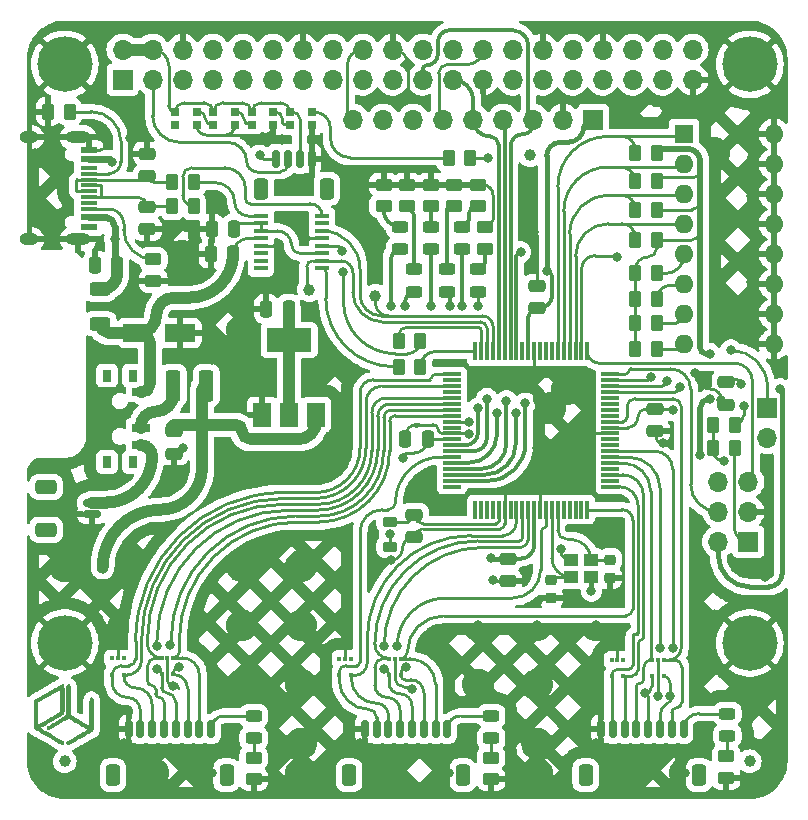
<source format=gbr>
%TF.GenerationSoftware,KiCad,Pcbnew,8.0.1*%
%TF.CreationDate,2024-04-11T22:43:03-04:00*%
%TF.ProjectId,DSPicPiHat,44535069-6350-4694-9861-742e6b696361,rev?*%
%TF.SameCoordinates,Original*%
%TF.FileFunction,Copper,L1,Top*%
%TF.FilePolarity,Positive*%
%FSLAX46Y46*%
G04 Gerber Fmt 4.6, Leading zero omitted, Abs format (unit mm)*
G04 Created by KiCad (PCBNEW 8.0.1) date 2024-04-11 22:43:03*
%MOMM*%
%LPD*%
G01*
G04 APERTURE LIST*
G04 Aperture macros list*
%AMRoundRect*
0 Rectangle with rounded corners*
0 $1 Rounding radius*
0 $2 $3 $4 $5 $6 $7 $8 $9 X,Y pos of 4 corners*
0 Add a 4 corners polygon primitive as box body*
4,1,4,$2,$3,$4,$5,$6,$7,$8,$9,$2,$3,0*
0 Add four circle primitives for the rounded corners*
1,1,$1+$1,$2,$3*
1,1,$1+$1,$4,$5*
1,1,$1+$1,$6,$7*
1,1,$1+$1,$8,$9*
0 Add four rect primitives between the rounded corners*
20,1,$1+$1,$2,$3,$4,$5,0*
20,1,$1+$1,$4,$5,$6,$7,0*
20,1,$1+$1,$6,$7,$8,$9,0*
20,1,$1+$1,$8,$9,$2,$3,0*%
G04 Aperture macros list end*
%TA.AperFunction,EtchedComponent*%
%ADD10C,0.000000*%
%TD*%
%TA.AperFunction,SMDPad,CuDef*%
%ADD11RoundRect,0.250000X-1.050000X-0.550000X1.050000X-0.550000X1.050000X0.550000X-1.050000X0.550000X0*%
%TD*%
%TA.AperFunction,SMDPad,CuDef*%
%ADD12R,0.300000X0.450000*%
%TD*%
%TA.AperFunction,SMDPad,CuDef*%
%ADD13RoundRect,0.243750X-0.456250X0.243750X-0.456250X-0.243750X0.456250X-0.243750X0.456250X0.243750X0*%
%TD*%
%TA.AperFunction,SMDPad,CuDef*%
%ADD14RoundRect,0.150000X0.150000X0.625000X-0.150000X0.625000X-0.150000X-0.625000X0.150000X-0.625000X0*%
%TD*%
%TA.AperFunction,SMDPad,CuDef*%
%ADD15RoundRect,0.250000X0.350000X0.650000X-0.350000X0.650000X-0.350000X-0.650000X0.350000X-0.650000X0*%
%TD*%
%TA.AperFunction,SMDPad,CuDef*%
%ADD16R,0.700000X0.700000*%
%TD*%
%TA.AperFunction,SMDPad,CuDef*%
%ADD17RoundRect,0.250000X-0.262500X-0.450000X0.262500X-0.450000X0.262500X0.450000X-0.262500X0.450000X0*%
%TD*%
%TA.AperFunction,SMDPad,CuDef*%
%ADD18C,1.000000*%
%TD*%
%TA.AperFunction,SMDPad,CuDef*%
%ADD19RoundRect,0.250000X0.450000X-0.262500X0.450000X0.262500X-0.450000X0.262500X-0.450000X-0.262500X0*%
%TD*%
%TA.AperFunction,SMDPad,CuDef*%
%ADD20RoundRect,0.250000X-0.450000X0.262500X-0.450000X-0.262500X0.450000X-0.262500X0.450000X0.262500X0*%
%TD*%
%TA.AperFunction,SMDPad,CuDef*%
%ADD21R,1.200000X0.400000*%
%TD*%
%TA.AperFunction,ComponentPad*%
%ADD22R,1.700000X1.700000*%
%TD*%
%TA.AperFunction,ComponentPad*%
%ADD23O,1.700000X1.700000*%
%TD*%
%TA.AperFunction,SMDPad,CuDef*%
%ADD24RoundRect,0.250000X0.250000X0.475000X-0.250000X0.475000X-0.250000X-0.475000X0.250000X-0.475000X0*%
%TD*%
%TA.AperFunction,ComponentPad*%
%ADD25R,1.600000X1.600000*%
%TD*%
%TA.AperFunction,ComponentPad*%
%ADD26O,1.600000X1.600000*%
%TD*%
%TA.AperFunction,SMDPad,CuDef*%
%ADD27R,0.800000X1.000000*%
%TD*%
%TA.AperFunction,SMDPad,CuDef*%
%ADD28R,1.500000X0.700000*%
%TD*%
%TA.AperFunction,SMDPad,CuDef*%
%ADD29RoundRect,0.250000X-0.475000X0.250000X-0.475000X-0.250000X0.475000X-0.250000X0.475000X0.250000X0*%
%TD*%
%TA.AperFunction,ComponentPad*%
%ADD30C,4.700000*%
%TD*%
%TA.AperFunction,SMDPad,CuDef*%
%ADD31RoundRect,0.250000X0.262500X0.450000X-0.262500X0.450000X-0.262500X-0.450000X0.262500X-0.450000X0*%
%TD*%
%TA.AperFunction,SMDPad,CuDef*%
%ADD32RoundRect,0.243750X0.456250X-0.243750X0.456250X0.243750X-0.456250X0.243750X-0.456250X-0.243750X0*%
%TD*%
%TA.AperFunction,SMDPad,CuDef*%
%ADD33R,1.150000X1.000000*%
%TD*%
%TA.AperFunction,SMDPad,CuDef*%
%ADD34RoundRect,0.250000X0.475000X-0.250000X0.475000X0.250000X-0.475000X0.250000X-0.475000X-0.250000X0*%
%TD*%
%TA.AperFunction,SMDPad,CuDef*%
%ADD35R,1.450000X0.600000*%
%TD*%
%TA.AperFunction,SMDPad,CuDef*%
%ADD36R,1.450000X0.300000*%
%TD*%
%TA.AperFunction,ComponentPad*%
%ADD37O,2.100000X1.000000*%
%TD*%
%TA.AperFunction,ComponentPad*%
%ADD38O,1.600000X1.000000*%
%TD*%
%TA.AperFunction,SMDPad,CuDef*%
%ADD39R,1.500000X0.300000*%
%TD*%
%TA.AperFunction,SMDPad,CuDef*%
%ADD40R,0.300000X1.500000*%
%TD*%
%TA.AperFunction,SMDPad,CuDef*%
%ADD41RoundRect,0.150000X-0.150000X-0.600000X0.150000X-0.600000X0.150000X0.600000X-0.150000X0.600000X0*%
%TD*%
%TA.AperFunction,SMDPad,CuDef*%
%ADD42RoundRect,0.250000X-0.350000X-0.650000X0.350000X-0.650000X0.350000X0.650000X-0.350000X0.650000X0*%
%TD*%
%TA.AperFunction,SMDPad,CuDef*%
%ADD43R,1.500000X2.000000*%
%TD*%
%TA.AperFunction,SMDPad,CuDef*%
%ADD44R,3.800000X2.000000*%
%TD*%
%TA.AperFunction,SMDPad,CuDef*%
%ADD45RoundRect,0.218750X-0.381250X0.218750X-0.381250X-0.218750X0.381250X-0.218750X0.381250X0.218750X0*%
%TD*%
%TA.AperFunction,SMDPad,CuDef*%
%ADD46RoundRect,0.225000X-0.250000X0.225000X-0.250000X-0.225000X0.250000X-0.225000X0.250000X0.225000X0*%
%TD*%
%TA.AperFunction,SMDPad,CuDef*%
%ADD47RoundRect,0.250000X-0.625000X0.312500X-0.625000X-0.312500X0.625000X-0.312500X0.625000X0.312500X0*%
%TD*%
%TA.AperFunction,SMDPad,CuDef*%
%ADD48RoundRect,0.150000X-0.600000X0.150000X-0.600000X-0.150000X0.600000X-0.150000X0.600000X0.150000X0*%
%TD*%
%TA.AperFunction,SMDPad,CuDef*%
%ADD49RoundRect,0.250000X-0.650000X0.350000X-0.650000X-0.350000X0.650000X-0.350000X0.650000X0.350000X0*%
%TD*%
%TA.AperFunction,SMDPad,CuDef*%
%ADD50RoundRect,0.250000X-0.375000X-1.075000X0.375000X-1.075000X0.375000X1.075000X-0.375000X1.075000X0*%
%TD*%
%TA.AperFunction,ViaPad*%
%ADD51C,0.800000*%
%TD*%
%TA.AperFunction,Conductor*%
%ADD52C,1.000000*%
%TD*%
%TA.AperFunction,Conductor*%
%ADD53C,0.250000*%
%TD*%
%TA.AperFunction,Conductor*%
%ADD54C,0.500000*%
%TD*%
%TA.AperFunction,Conductor*%
%ADD55C,0.400000*%
%TD*%
%TA.AperFunction,Conductor*%
%ADD56C,0.300000*%
%TD*%
%TA.AperFunction,Conductor*%
%ADD57C,0.600000*%
%TD*%
G04 APERTURE END LIST*
D10*
%TA.AperFunction,EtchedComponent*%
%TO.C,G\u002A\u002A\u002A*%
G36*
X-157148Y-52476201D02*
G01*
X-99423Y-52503908D01*
X-53319Y-52548902D01*
X-40775Y-52569662D01*
X-35994Y-52580838D01*
X-31837Y-52595263D01*
X-28260Y-52614950D01*
X-25220Y-52641915D01*
X-22674Y-52678172D01*
X-20580Y-52725735D01*
X-18892Y-52786620D01*
X-17570Y-52862842D01*
X-16568Y-52956414D01*
X-15845Y-53069352D01*
X-15356Y-53203670D01*
X-15058Y-53361384D01*
X-14909Y-53544507D01*
X-14865Y-53755054D01*
X-14865Y-53777422D01*
X-14901Y-53990778D01*
X-15037Y-54176509D01*
X-15318Y-54336630D01*
X-15785Y-54473153D01*
X-16483Y-54588094D01*
X-17454Y-54683464D01*
X-18742Y-54761279D01*
X-20390Y-54823551D01*
X-22441Y-54872294D01*
X-24938Y-54909523D01*
X-27925Y-54937250D01*
X-31445Y-54957490D01*
X-35541Y-54972256D01*
X-40256Y-54983562D01*
X-40775Y-54984604D01*
X-50261Y-54999416D01*
X-65713Y-55015943D01*
X-89560Y-55035751D01*
X-124230Y-55060404D01*
X-172153Y-55091465D01*
X-235755Y-55130500D01*
X-317467Y-55179072D01*
X-419717Y-55238746D01*
X-544933Y-55311085D01*
X-570536Y-55325824D01*
X-800744Y-55458304D01*
X-1006492Y-55576735D01*
X-1189021Y-55681833D01*
X-1349570Y-55774315D01*
X-1489379Y-55854896D01*
X-1609688Y-55924294D01*
X-1711735Y-55983224D01*
X-1796760Y-56032403D01*
X-1866004Y-56072547D01*
X-1920705Y-56104372D01*
X-1962103Y-56128595D01*
X-1991438Y-56145932D01*
X-2009949Y-56157099D01*
X-2018496Y-56162547D01*
X-2025533Y-56171268D01*
X-2021032Y-56182841D01*
X-2001829Y-56199757D01*
X-1964763Y-56224510D01*
X-1906671Y-56259591D01*
X-1862895Y-56285189D01*
X-1773298Y-56337175D01*
X-1662086Y-56401577D01*
X-1533339Y-56476038D01*
X-1391137Y-56558204D01*
X-1239563Y-56645720D01*
X-1082695Y-56736231D01*
X-924615Y-56827382D01*
X-769403Y-56916818D01*
X-621140Y-57002185D01*
X-483905Y-57081126D01*
X-446055Y-57102882D01*
X-337512Y-57165393D01*
X-251763Y-57215307D01*
X-185837Y-57254681D01*
X-136768Y-57285574D01*
X-101586Y-57310044D01*
X-77322Y-57330148D01*
X-61009Y-57347944D01*
X-49677Y-57365490D01*
X-40832Y-57383778D01*
X-24056Y-57424874D01*
X-19712Y-57454516D01*
X-27415Y-57487683D01*
X-37458Y-57514981D01*
X-60951Y-57562549D01*
X-92882Y-57592861D01*
X-124070Y-57609379D01*
X-167843Y-57628003D01*
X-197676Y-57634690D01*
X-226239Y-57630545D01*
X-254986Y-57620797D01*
X-278039Y-57609696D01*
X-322960Y-57585732D01*
X-386023Y-57550981D01*
X-463498Y-57507519D01*
X-551656Y-57457425D01*
X-646771Y-57402773D01*
X-655103Y-57397957D01*
X-738941Y-57349510D01*
X-844430Y-57288601D01*
X-967540Y-57217555D01*
X-1104235Y-57138700D01*
X-1250484Y-57054361D01*
X-1402254Y-56966864D01*
X-1555510Y-56878536D01*
X-1706221Y-56791701D01*
X-1748658Y-56767256D01*
X-1884551Y-56688954D01*
X-2013478Y-56614614D01*
X-2133019Y-56545635D01*
X-2240754Y-56483416D01*
X-2334261Y-56429357D01*
X-2411120Y-56384857D01*
X-2468912Y-56351315D01*
X-2505214Y-56330130D01*
X-2516786Y-56323252D01*
X-2530452Y-56314629D01*
X-2542388Y-56305553D01*
X-2552709Y-56294073D01*
X-2561533Y-56278238D01*
X-2568978Y-56256096D01*
X-2575160Y-56225696D01*
X-2580196Y-56185086D01*
X-2584205Y-56132313D01*
X-2587303Y-56065428D01*
X-2589607Y-55982478D01*
X-2591234Y-55881511D01*
X-2591406Y-55862044D01*
X-2222870Y-55862044D01*
X-2159889Y-55826380D01*
X-2131373Y-55810099D01*
X-2080945Y-55781166D01*
X-2012361Y-55741742D01*
X-1929380Y-55693988D01*
X-1835759Y-55640067D01*
X-1735256Y-55582141D01*
X-1696791Y-55559960D01*
X-1580338Y-55492778D01*
X-1456511Y-55421302D01*
X-1331955Y-55349373D01*
X-1213321Y-55280831D01*
X-1107255Y-55219516D01*
X-1022520Y-55170491D01*
X-926052Y-55114700D01*
X-824190Y-55055888D01*
X-724767Y-54998570D01*
X-635615Y-54947261D01*
X-566832Y-54907776D01*
X-385297Y-54803774D01*
X-385297Y-52968736D01*
X-418640Y-52986440D01*
X-440222Y-52998480D01*
X-483629Y-53023161D01*
X-545027Y-53058287D01*
X-620583Y-53101662D01*
X-706465Y-53151089D01*
X-785414Y-53196619D01*
X-1025647Y-53335283D01*
X-1244249Y-53461437D01*
X-1440771Y-53574822D01*
X-1614764Y-53675179D01*
X-1765778Y-53762248D01*
X-1893365Y-53835772D01*
X-1997074Y-53895490D01*
X-2076457Y-53941145D01*
X-2131064Y-53972477D01*
X-2159889Y-53988912D01*
X-2222870Y-54024471D01*
X-2222870Y-55862044D01*
X-2591406Y-55862044D01*
X-2592302Y-55760577D01*
X-2592928Y-55617723D01*
X-2593229Y-55450998D01*
X-2593323Y-55258450D01*
X-2593326Y-55048639D01*
X-2593285Y-54835600D01*
X-2593145Y-54650184D01*
X-2592860Y-54490373D01*
X-2592388Y-54354151D01*
X-2591685Y-54239502D01*
X-2590709Y-54144409D01*
X-2589414Y-54066856D01*
X-2587759Y-54004827D01*
X-2585699Y-53956305D01*
X-2583191Y-53919273D01*
X-2580191Y-53891716D01*
X-2576657Y-53871617D01*
X-2572544Y-53856960D01*
X-2567810Y-53845727D01*
X-2567392Y-53844894D01*
X-2552975Y-53822988D01*
X-2529662Y-53799711D01*
X-2493703Y-53772375D01*
X-2441348Y-53738292D01*
X-2368850Y-53694776D01*
X-2311785Y-53661675D01*
X-2223496Y-53610859D01*
X-2113689Y-53547619D01*
X-1986514Y-53474346D01*
X-1846121Y-53393432D01*
X-1696659Y-53307270D01*
X-1542280Y-53218254D01*
X-1387134Y-53128774D01*
X-1235370Y-53041224D01*
X-1091138Y-52957996D01*
X-1066977Y-52944052D01*
X-979651Y-52893609D01*
X-875436Y-52833346D01*
X-763077Y-52768323D01*
X-651317Y-52703601D01*
X-549950Y-52644846D01*
X-464038Y-52595893D01*
X-384153Y-52552000D01*
X-314691Y-52515454D01*
X-260048Y-52488543D01*
X-224621Y-52473554D01*
X-216520Y-52471362D01*
X-157148Y-52476201D01*
G37*
%TD.AperFunction*%
%TA.AperFunction,EtchedComponent*%
G36*
X389387Y-52487849D02*
G01*
X424794Y-52506201D01*
X438459Y-52515182D01*
X450451Y-52524565D01*
X460880Y-52536236D01*
X469854Y-52552081D01*
X477483Y-52573988D01*
X483876Y-52603840D01*
X489142Y-52643526D01*
X493391Y-52694931D01*
X496731Y-52759941D01*
X499272Y-52840442D01*
X501123Y-52938321D01*
X502394Y-53055463D01*
X503192Y-53193756D01*
X503629Y-53355084D01*
X503812Y-53541334D01*
X503851Y-53754393D01*
X503851Y-55098954D01*
X1263332Y-55536479D01*
X1401538Y-55616067D01*
X1532753Y-55691570D01*
X1654610Y-55761631D01*
X1764742Y-55824890D01*
X1860782Y-55879990D01*
X1940361Y-55925573D01*
X2001114Y-55960280D01*
X2040673Y-55982753D01*
X2056156Y-55991374D01*
X2089499Y-56008744D01*
X2089824Y-54885673D01*
X2089914Y-54676032D01*
X2090086Y-54493957D01*
X2090389Y-54337375D01*
X2090873Y-54204212D01*
X2091586Y-54092398D01*
X2092579Y-53999858D01*
X2093899Y-53924521D01*
X2095597Y-53864314D01*
X2097721Y-53817163D01*
X2100322Y-53780998D01*
X2103446Y-53753743D01*
X2107145Y-53733328D01*
X2111468Y-53717680D01*
X2116462Y-53704725D01*
X2117926Y-53701433D01*
X2144066Y-53657178D01*
X2179743Y-53629165D01*
X2211197Y-53615252D01*
X2253738Y-53600745D01*
X2284614Y-53598156D01*
X2319321Y-53607548D01*
X2340456Y-53615753D01*
X2388697Y-53641692D01*
X2419965Y-53678701D01*
X2431774Y-53701935D01*
X2436580Y-53713646D01*
X2440795Y-53727528D01*
X2444457Y-53745495D01*
X2447606Y-53769461D01*
X2450281Y-53801339D01*
X2452522Y-53843044D01*
X2454367Y-53896489D01*
X2455856Y-53963588D01*
X2457028Y-54046254D01*
X2457922Y-54146402D01*
X2458579Y-54265946D01*
X2459036Y-54406799D01*
X2459334Y-54570875D01*
X2459511Y-54760088D01*
X2459607Y-54976351D01*
X2459629Y-55059277D01*
X2459756Y-55291761D01*
X2459908Y-55496460D01*
X2459915Y-55675228D01*
X2459606Y-55829916D01*
X2458811Y-55962377D01*
X2457359Y-56074465D01*
X2455080Y-56168032D01*
X2451803Y-56244931D01*
X2447357Y-56307015D01*
X2441573Y-56356136D01*
X2434280Y-56394147D01*
X2425307Y-56422902D01*
X2414483Y-56444253D01*
X2401639Y-56460052D01*
X2386603Y-56472152D01*
X2369206Y-56482407D01*
X2349276Y-56492669D01*
X2326643Y-56504791D01*
X2326605Y-56504813D01*
X2248554Y-56549317D01*
X2151285Y-56604956D01*
X2041239Y-56668029D01*
X1924857Y-56734838D01*
X1808580Y-56801681D01*
X1698847Y-56864859D01*
X1602101Y-56920672D01*
X1526371Y-56964499D01*
X1422958Y-57024415D01*
X1311563Y-57088810D01*
X1195184Y-57155966D01*
X1076814Y-57224163D01*
X959449Y-57291684D01*
X846084Y-57356807D01*
X739715Y-57417816D01*
X643335Y-57472990D01*
X559941Y-57520611D01*
X492528Y-57558960D01*
X444090Y-57586318D01*
X417622Y-57600966D01*
X414936Y-57602367D01*
X352384Y-57626247D01*
X297221Y-57627802D01*
X242624Y-57609727D01*
X198170Y-57583128D01*
X170006Y-57546871D01*
X156442Y-57516108D01*
X141911Y-57473032D01*
X139469Y-57441848D01*
X148920Y-57407474D01*
X154835Y-57392314D01*
X182896Y-57344946D01*
X220933Y-57306091D01*
X226198Y-57302382D01*
X237647Y-57294991D01*
X252761Y-57285590D01*
X273206Y-57273216D01*
X300645Y-57256904D01*
X336743Y-57235691D01*
X383164Y-57208611D01*
X441573Y-57174702D01*
X513633Y-57132997D01*
X601010Y-57082534D01*
X705367Y-57022348D01*
X828370Y-56951475D01*
X971681Y-56868950D01*
X1136967Y-56773810D01*
X1325891Y-56665089D01*
X1374053Y-56637376D01*
X1507172Y-56560596D01*
X1616509Y-56497053D01*
X1704107Y-56445443D01*
X1772010Y-56404462D01*
X1822261Y-56372805D01*
X1856904Y-56349169D01*
X1877982Y-56332249D01*
X1887539Y-56320742D01*
X1887620Y-56313344D01*
X1885313Y-56311145D01*
X1866491Y-56299674D01*
X1825067Y-56275305D01*
X1763798Y-56239623D01*
X1685442Y-56194208D01*
X1592755Y-56140644D01*
X1488495Y-56080512D01*
X1375418Y-56015397D01*
X1256282Y-55946879D01*
X1133843Y-55876542D01*
X1010860Y-55805969D01*
X890088Y-55736741D01*
X774285Y-55670441D01*
X666208Y-55608652D01*
X568614Y-55552957D01*
X484260Y-55504937D01*
X415903Y-55466176D01*
X366300Y-55438256D01*
X338208Y-55422760D01*
X333056Y-55420151D01*
X316902Y-55426023D01*
X277482Y-55445685D01*
X217062Y-55477871D01*
X137903Y-55521317D01*
X42271Y-55574756D01*
X-67572Y-55636923D01*
X-189360Y-55706552D01*
X-320830Y-55782378D01*
X-459719Y-55863135D01*
X-467746Y-55867823D01*
X-608363Y-55949721D01*
X-742719Y-56027543D01*
X-868404Y-56099921D01*
X-983009Y-56165486D01*
X-1084124Y-56222873D01*
X-1169340Y-56270713D01*
X-1236248Y-56307640D01*
X-1282439Y-56332285D01*
X-1305501Y-56343281D01*
X-1305554Y-56343299D01*
X-1370220Y-56352592D01*
X-1428512Y-56337934D01*
X-1477107Y-56304513D01*
X-1512682Y-56257514D01*
X-1531911Y-56202122D01*
X-1531473Y-56143523D01*
X-1508042Y-56086902D01*
X-1486580Y-56060867D01*
X-1467573Y-56047104D01*
X-1425237Y-56019882D01*
X-1361894Y-55980599D01*
X-1279862Y-55930650D01*
X-1181462Y-55871430D01*
X-1069013Y-55804335D01*
X-944835Y-55730761D01*
X-811249Y-55652102D01*
X-670573Y-55569756D01*
X-658519Y-55562722D01*
X133373Y-55100746D01*
X133698Y-53868547D01*
X133782Y-53648314D01*
X133939Y-53455752D01*
X134210Y-53288892D01*
X134639Y-53145766D01*
X135268Y-53024406D01*
X136139Y-52922845D01*
X137295Y-52839115D01*
X138778Y-52771247D01*
X140630Y-52717273D01*
X142894Y-52675226D01*
X145613Y-52643138D01*
X148829Y-52619040D01*
X152584Y-52600965D01*
X156921Y-52586944D01*
X161576Y-52575680D01*
X201519Y-52519855D01*
X257111Y-52485470D01*
X321888Y-52474233D01*
X389387Y-52487849D01*
G37*
%TD.AperFunction*%
%TD*%
D11*
%TO.P,C21,1*%
%TO.N,VBUS_USBC*%
X6200000Y-22750000D03*
%TO.P,C21,2*%
%TO.N,AVSS*%
X9800000Y-22750000D03*
%TD*%
D12*
%TO.P,U9,1,2*%
%TO.N,EXT_ADC_Z_03*%
X50700000Y-50400000D03*
%TO.P,U9,2,3*%
%TO.N,AVSS*%
X50200000Y-50400000D03*
%TO.P,U9,3,1*%
%TO.N,EXT_ADC_Z_00*%
X49700000Y-50400000D03*
%TO.P,U9,4,4*%
%TO.N,EXT_ADC_Z_01*%
X49700000Y-51800000D03*
%TO.P,U9,5,5*%
%TO.N,EXT_ADC_Z_02*%
X50700000Y-51800000D03*
%TD*%
D13*
%TO.P,D10,1,K*%
%TO.N,Net-(D10-K)*%
X29600000Y-17362500D03*
%TO.P,D10,2,A*%
%TO.N,dsPIC_LED_04*%
X29600000Y-19237500D03*
%TD*%
D14*
%TO.P,J2,1,Pin_1*%
%TO.N,AVSS*%
X20900000Y-8000000D03*
%TO.P,J2,2,Pin_2*%
%TO.N,+5V*%
X19900000Y-8000000D03*
%TO.P,J2,3,Pin_3*%
%TO.N,PI_I2C_SDA*%
X18900000Y-8000000D03*
%TO.P,J2,4,Pin_4*%
%TO.N,PI_I2C_SCL*%
X17900000Y-8000000D03*
D15*
%TO.P,J2,MP*%
%TO.N,N/C*%
X22200000Y-10525000D03*
X16600000Y-10525000D03*
%TD*%
D16*
%TO.P,D4,1,VDD*%
%TO.N,+5V*%
X19085000Y-4050000D03*
%TO.P,D4,2,DOUT*%
%TO.N,Net-(D4-DOUT)*%
X19085000Y-5150000D03*
%TO.P,D4,3,VSS*%
%TO.N,AVSS*%
X20915000Y-5150000D03*
%TO.P,D4,4,DIN*%
%TO.N,Net-(D4-DIN)*%
X20915000Y-4050000D03*
%TD*%
D12*
%TO.P,U3,1,2*%
%TO.N,EXT_ADC_X_03*%
X9200000Y-50250000D03*
%TO.P,U3,2,3*%
%TO.N,AVSS*%
X8700000Y-50250000D03*
%TO.P,U3,3,1*%
%TO.N,EXT_ADC_X_00*%
X8200000Y-50250000D03*
%TO.P,U3,4,4*%
%TO.N,EXT_ADC_X_01*%
X8200000Y-51650000D03*
%TO.P,U3,5,5*%
%TO.N,EXT_ADC_X_02*%
X9200000Y-51650000D03*
%TD*%
D17*
%TO.P,R21,1*%
%TO.N,+5V*%
X48287500Y-17700000D03*
%TO.P,R21,2*%
%TO.N,DIP_04*%
X50112500Y-17700000D03*
%TD*%
D18*
%TO.P,FID1,*%
%TO.N,*%
X58000000Y-59000000D03*
%TD*%
D17*
%TO.P,R16,1*%
%TO.N,Net-(C17-Pad1)*%
X9087500Y-10000000D03*
%TO.P,R16,2*%
%TO.N,Net-(U11-USBDM)*%
X10912500Y-10000000D03*
%TD*%
D19*
%TO.P,R10,1*%
%TO.N,Net-(D9-K)*%
X31000000Y-12012500D03*
%TO.P,R10,2*%
%TO.N,AVSS*%
X31000000Y-10187500D03*
%TD*%
D17*
%TO.P,R22,1*%
%TO.N,+5V*%
X48287500Y-19900000D03*
%TO.P,R22,2*%
%TO.N,DIP_05*%
X50112500Y-19900000D03*
%TD*%
D20*
%TO.P,R2,1*%
%TO.N,Net-(D2-K)*%
X36100000Y-58687500D03*
%TO.P,R2,2*%
%TO.N,AVSS*%
X36100000Y-60512500D03*
%TD*%
D21*
%TO.P,U11,1,TXD*%
%TO.N,U1TX*%
X21802500Y-17275000D03*
%TO.P,U11,2,~{RTS}*%
%TO.N,U1RTS*%
X21802500Y-16640000D03*
%TO.P,U11,3,VCCIO*%
%TO.N,3v3OUT*%
X21802500Y-16005000D03*
%TO.P,U11,4,RXD*%
%TO.N,U1RX*%
X21802500Y-15370000D03*
%TO.P,U11,5,GND*%
%TO.N,AVSS*%
X21802500Y-14735000D03*
%TO.P,U11,6,~{CTS}*%
%TO.N,U1CTS*%
X21802500Y-14100000D03*
%TO.P,U11,7,CBUS2*%
%TO.N,unconnected-(U11-CBUS2-Pad7)*%
X21802500Y-13465000D03*
%TO.P,U11,8,USBDP*%
%TO.N,Net-(U11-USBDP)*%
X21802500Y-12830000D03*
%TO.P,U11,9,USBDM*%
%TO.N,Net-(U11-USBDM)*%
X16602500Y-12830000D03*
%TO.P,U11,10,3V3OUT*%
%TO.N,3v3OUT*%
X16602500Y-13465000D03*
%TO.P,U11,11,~{RESET}*%
X16602500Y-14100000D03*
%TO.P,U11,12,VCC*%
%TO.N,VBUS_USBC*%
X16602500Y-14735000D03*
%TO.P,U11,13,GND*%
%TO.N,AVSS*%
X16602500Y-15370000D03*
%TO.P,U11,14,CBUS1*%
%TO.N,unconnected-(U11-CBUS1-Pad14)*%
X16602500Y-16005000D03*
%TO.P,U11,15,CBUS0*%
%TO.N,unconnected-(U11-CBUS0-Pad15)*%
X16602500Y-16640000D03*
%TO.P,U11,16,CBUS3*%
%TO.N,unconnected-(U11-CBUS3-Pad16)*%
X16602500Y-17275000D03*
%TD*%
D20*
%TO.P,R5,1*%
%TO.N,Net-(D3-K)*%
X56000000Y-58587500D03*
%TO.P,R5,2*%
%TO.N,AVSS*%
X56000000Y-60412500D03*
%TD*%
%TO.P,R1,1*%
%TO.N,Net-(D1-K)*%
X16000000Y-58700000D03*
%TO.P,R1,2*%
%TO.N,AVSS*%
X16000000Y-60525000D03*
%TD*%
D12*
%TO.P,U10,1,2*%
%TO.N,unconnected-(U10-2-Pad1)*%
X47300000Y-50400000D03*
%TO.P,U10,2,3*%
%TO.N,AVSS*%
X46800000Y-50400000D03*
%TO.P,U10,3,1*%
%TO.N,unconnected-(U10-1-Pad3)*%
X46300000Y-50400000D03*
%TO.P,U10,4,4*%
%TO.N,EXT_Z_PWM_00*%
X46300000Y-51800000D03*
%TO.P,U10,5,5*%
%TO.N,EXT_Z_PWM_01*%
X47300000Y-51800000D03*
%TD*%
D22*
%TO.P,JP1,1,A*%
%TO.N,Net-(JP1-A)*%
X59500000Y-29095000D03*
D23*
%TO.P,JP1,2,B*%
%TO.N,Net-(JP1-B)*%
X59500000Y-31635000D03*
%TD*%
D17*
%TO.P,R23,1*%
%TO.N,+5V*%
X48287500Y-21900000D03*
%TO.P,R23,2*%
%TO.N,DIP_06*%
X50112500Y-21900000D03*
%TD*%
D24*
%TO.P,C10,1*%
%TO.N,VDD*%
X30750000Y-31700000D03*
%TO.P,C10,2*%
%TO.N,AVSS*%
X28850000Y-31700000D03*
%TD*%
D13*
%TO.P,D6,1,K*%
%TO.N,Net-(D6-K)*%
X35000000Y-17362500D03*
%TO.P,D6,2,A*%
%TO.N,dsPIC_LED_00*%
X35000000Y-19237500D03*
%TD*%
D24*
%TO.P,C20,1*%
%TO.N,VBUS_USBC*%
X14250000Y-16050000D03*
%TO.P,C20,2*%
%TO.N,AVSS*%
X12350000Y-16050000D03*
%TD*%
%TO.P,C15,1*%
%TO.N,3v3OUT*%
X14350000Y-13900000D03*
%TO.P,C15,2*%
%TO.N,AVSS*%
X12450000Y-13900000D03*
%TD*%
D22*
%TO.P,J4,1,~{MCLR}/VPP*%
%TO.N,MCLR*%
X57875000Y-40425000D03*
D23*
%TO.P,J4,2,VDD*%
%TO.N,VDD*%
X55335000Y-40425000D03*
%TO.P,J4,3,VSS*%
%TO.N,AVSS*%
X57875000Y-37885000D03*
%TO.P,J4,4,PGD/ICSPDAT*%
%TO.N,PGD*%
X55335000Y-37885000D03*
%TO.P,J4,5,PGC/ICSPCLK*%
%TO.N,PGC*%
X57875000Y-35345000D03*
%TO.P,J4,6,PGM/LVP*%
%TO.N,unconnected-(J4-PGM{slash}LVP-Pad6)*%
X55335000Y-35345000D03*
%TD*%
D25*
%TO.P,SW2,1*%
%TO.N,DIP_00*%
X52432500Y-5900000D03*
D26*
%TO.P,SW2,2*%
%TO.N,DIP_01*%
X52432500Y-8440000D03*
%TO.P,SW2,3*%
%TO.N,DIP_02*%
X52432500Y-10980000D03*
%TO.P,SW2,4*%
%TO.N,DIP_03*%
X52432500Y-13520000D03*
%TO.P,SW2,5*%
%TO.N,DIP_04*%
X52432500Y-16060000D03*
%TO.P,SW2,6*%
%TO.N,DIP_05*%
X52432500Y-18600000D03*
%TO.P,SW2,7*%
%TO.N,DIP_06*%
X52432500Y-21140000D03*
%TO.P,SW2,8*%
%TO.N,DIP_07*%
X52432500Y-23680000D03*
%TO.P,SW2,9*%
%TO.N,AVSS*%
X60052500Y-23680000D03*
%TO.P,SW2,10*%
X60052500Y-21140000D03*
%TO.P,SW2,11*%
X60052500Y-18600000D03*
%TO.P,SW2,12*%
X60052500Y-16060000D03*
%TO.P,SW2,13*%
X60052500Y-13520000D03*
%TO.P,SW2,14*%
X60052500Y-10980000D03*
%TO.P,SW2,15*%
X60052500Y-8440000D03*
%TO.P,SW2,16*%
X60052500Y-5900000D03*
%TD*%
D27*
%TO.P,SW1,*%
%TO.N,*%
X5780000Y-26350000D03*
X3570000Y-26350000D03*
X5780000Y-33650000D03*
X3570000Y-33650000D03*
D28*
%TO.P,SW1,1,A*%
%TO.N,VBUS_USBC*%
X6430000Y-27750000D03*
%TO.P,SW1,2,B*%
%TO.N,Net-(SW1-B)*%
X6430000Y-30750000D03*
%TO.P,SW1,3,C*%
%TO.N,5vPSU*%
X6430000Y-32250000D03*
%TD*%
D29*
%TO.P,C12,1*%
%TO.N,AVDD*%
X29600000Y-38150000D03*
%TO.P,C12,2*%
%TO.N,AVSS*%
X29600000Y-40050000D03*
%TD*%
D19*
%TO.P,R8,1*%
%TO.N,Net-(D7-K)*%
X35000000Y-12012500D03*
%TO.P,R8,2*%
%TO.N,AVSS*%
X35000000Y-10187500D03*
%TD*%
D30*
%TO.P,H4,1,1*%
%TO.N,AVSS*%
X58000000Y0D03*
%TD*%
D12*
%TO.P,U4,1,2*%
%TO.N,unconnected-(U4-2-Pad1)*%
X5000000Y-50300000D03*
%TO.P,U4,2,3*%
%TO.N,AVSS*%
X4500000Y-50300000D03*
%TO.P,U4,3,1*%
%TO.N,unconnected-(U4-1-Pad3)*%
X4000000Y-50300000D03*
%TO.P,U4,4,4*%
%TO.N,EXT_X_PWM_00*%
X4000000Y-51700000D03*
%TO.P,U4,5,5*%
%TO.N,EXT_X_PWM_01*%
X5000000Y-51700000D03*
%TD*%
D17*
%TO.P,R24,1*%
%TO.N,+5V*%
X48287500Y-24100000D03*
%TO.P,R24,2*%
%TO.N,DIP_07*%
X50112500Y-24100000D03*
%TD*%
D18*
%TO.P,TP1,1,1*%
%TO.N,U1RTS*%
X20700000Y-19100000D03*
%TD*%
D29*
%TO.P,C11,1*%
%TO.N,VDD*%
X37500000Y-41850000D03*
%TO.P,C11,2*%
%TO.N,AVSS*%
X37500000Y-43750000D03*
%TD*%
D19*
%TO.P,R9,1*%
%TO.N,Net-(D8-K)*%
X33000000Y-12012500D03*
%TO.P,R9,2*%
%TO.N,AVSS*%
X33000000Y-10187500D03*
%TD*%
%TO.P,R7,1*%
%TO.N,Net-(D6-K)*%
X35600000Y-15612500D03*
%TO.P,R7,2*%
%TO.N,AVSS*%
X35600000Y-13787500D03*
%TD*%
D17*
%TO.P,R15,1*%
%TO.N,Net-(C16-Pad1)*%
X9087500Y-12000000D03*
%TO.P,R15,2*%
%TO.N,Net-(U11-USBDP)*%
X10912500Y-12000000D03*
%TD*%
D13*
%TO.P,D7,1,K*%
%TO.N,Net-(D7-K)*%
X33600000Y-13762500D03*
%TO.P,D7,2,A*%
%TO.N,dsPIC_LED_01*%
X33600000Y-15637500D03*
%TD*%
D31*
%TO.P,R13,1*%
%TO.N,Net-(J5-CC1)*%
X412500Y-4000000D03*
%TO.P,R13,2*%
%TO.N,AVSS*%
X-1412500Y-4000000D03*
%TD*%
%TO.P,R20,1*%
%TO.N,+5V*%
X50112500Y-14900000D03*
%TO.P,R20,2*%
%TO.N,DIP_03*%
X48287500Y-14900000D03*
%TD*%
%TO.P,R17,1*%
%TO.N,+5V*%
X50112500Y-7500000D03*
%TO.P,R17,2*%
%TO.N,DIP_00*%
X48287500Y-7500000D03*
%TD*%
D16*
%TO.P,D13,1,VDD*%
%TO.N,+5V*%
X9335000Y-4050000D03*
%TO.P,D13,2,DOUT*%
%TO.N,unconnected-(D13-DOUT-Pad2)*%
X9335000Y-5150000D03*
%TO.P,D13,3,VSS*%
%TO.N,AVSS*%
X11165000Y-5150000D03*
%TO.P,D13,4,DIN*%
%TO.N,Net-(D12-DOUT)*%
X11165000Y-4050000D03*
%TD*%
D32*
%TO.P,D1,1,K*%
%TO.N,Net-(D1-K)*%
X16000000Y-57037500D03*
%TO.P,D1,2,A*%
%TO.N,5vX*%
X16000000Y-55162500D03*
%TD*%
D31*
%TO.P,R25,1*%
%TO.N,Net-(U1-RB13)*%
X30112500Y-25600000D03*
%TO.P,R25,2*%
%TO.N,U1TX*%
X28287500Y-25600000D03*
%TD*%
D12*
%TO.P,U7,1,2*%
%TO.N,unconnected-(U7-2-Pad1)*%
X24250000Y-50330000D03*
%TO.P,U7,2,3*%
%TO.N,AVSS*%
X23750000Y-50330000D03*
%TO.P,U7,3,1*%
%TO.N,unconnected-(U7-1-Pad3)*%
X23250000Y-50330000D03*
%TO.P,U7,4,4*%
%TO.N,EXT_Y_PWM_00*%
X23250000Y-51730000D03*
%TO.P,U7,5,5*%
%TO.N,EXT_Y_PWM_01*%
X24250000Y-51730000D03*
%TD*%
D31*
%TO.P,R18,1*%
%TO.N,+5V*%
X50112500Y-9900000D03*
%TO.P,R18,2*%
%TO.N,DIP_01*%
X48287500Y-9900000D03*
%TD*%
D17*
%TO.P,R26,1*%
%TO.N,Net-(U1-RE15)*%
X28287500Y-23400000D03*
%TO.P,R26,2*%
%TO.N,U1RX*%
X30112500Y-23400000D03*
%TD*%
D18*
%TO.P,TP2,1,1*%
%TO.N,U1CTS*%
X26300000Y-19600000D03*
%TD*%
D33*
%TO.P,Y1,1,1*%
%TO.N,OSCO*%
X44575000Y-42000000D03*
%TO.P,Y1,2,2*%
%TO.N,AVSS*%
X42825000Y-42000000D03*
%TO.P,Y1,3,3*%
%TO.N,OSCI*%
X42825000Y-43400000D03*
%TO.P,Y1,4,4*%
%TO.N,VDD*%
X44575000Y-43400000D03*
%TD*%
D34*
%TO.P,C17,1*%
%TO.N,Net-(C17-Pad1)*%
X7000000Y-9450000D03*
%TO.P,C17,2*%
%TO.N,AVSS*%
X7000000Y-7550000D03*
%TD*%
D35*
%TO.P,J5,A1,GND*%
%TO.N,AVSS*%
X2045000Y-7250000D03*
%TO.P,J5,A4,VBUS*%
%TO.N,Net-(C18-Pad1)*%
X2045000Y-8050000D03*
D36*
%TO.P,J5,A5,CC1*%
%TO.N,Net-(J5-CC1)*%
X2045000Y-9250000D03*
%TO.P,J5,A6,D+*%
%TO.N,Net-(C16-Pad1)*%
X2045000Y-10250000D03*
%TO.P,J5,A7,D-*%
%TO.N,Net-(C17-Pad1)*%
X2045000Y-10750000D03*
%TO.P,J5,A8,SBU1*%
%TO.N,unconnected-(J5-SBU1-PadA8)*%
X2045000Y-11750000D03*
D35*
%TO.P,J5,A9,VBUS*%
%TO.N,Net-(C18-Pad1)*%
X2045000Y-12950000D03*
%TO.P,J5,A12,GND*%
%TO.N,AVSS*%
X2045000Y-13750000D03*
%TO.P,J5,B1,GND*%
X2045000Y-13750000D03*
%TO.P,J5,B4,VBUS*%
%TO.N,Net-(C18-Pad1)*%
X2045000Y-12950000D03*
D36*
%TO.P,J5,B5,CC2*%
%TO.N,Net-(J5-CC2)*%
X2045000Y-12250000D03*
%TO.P,J5,B6,D+*%
%TO.N,Net-(C16-Pad1)*%
X2045000Y-11250000D03*
%TO.P,J5,B7,D-*%
%TO.N,Net-(C17-Pad1)*%
X2045000Y-9750000D03*
%TO.P,J5,B8,SBU2*%
%TO.N,unconnected-(J5-SBU2-PadB8)*%
X2045000Y-8750000D03*
D35*
%TO.P,J5,B9,VBUS*%
%TO.N,Net-(C18-Pad1)*%
X2045000Y-8050000D03*
%TO.P,J5,B12,GND*%
%TO.N,AVSS*%
X2045000Y-7250000D03*
D37*
%TO.P,J5,S1,SHIELD*%
X1130000Y-6180000D03*
D38*
X-3050000Y-6180000D03*
D37*
X1130000Y-14820000D03*
D38*
X-3050000Y-14820000D03*
%TD*%
D31*
%TO.P,R6,1*%
%TO.N,PI_NEOPIXEL*%
X34325000Y-7900000D03*
%TO.P,R6,2*%
%TO.N,Net-(D4-DIN)*%
X32500000Y-7900000D03*
%TD*%
D18*
%TO.P,FID3,*%
%TO.N,*%
X39400000Y-7700000D03*
%TD*%
D30*
%TO.P,H1,1,1*%
%TO.N,AVSS*%
X0Y0D03*
%TD*%
D16*
%TO.P,D12,1,VDD*%
%TO.N,+5V*%
X12585000Y-4050000D03*
%TO.P,D12,2,DOUT*%
%TO.N,Net-(D12-DOUT)*%
X12585000Y-5150000D03*
%TO.P,D12,3,VSS*%
%TO.N,AVSS*%
X14415000Y-5150000D03*
%TO.P,D12,4,DIN*%
%TO.N,Net-(D12-DIN)*%
X14415000Y-4050000D03*
%TD*%
D31*
%TO.P,R3,1*%
%TO.N,VDD*%
X56725000Y-30500000D03*
%TO.P,R3,2*%
%TO.N,Net-(JP1-B)*%
X54900000Y-30500000D03*
%TD*%
D19*
%TO.P,R12,1*%
%TO.N,Net-(D11-K)*%
X27000000Y-12012500D03*
%TO.P,R12,2*%
%TO.N,AVSS*%
X27000000Y-10187500D03*
%TD*%
D39*
%TO.P,U1,1,RB14*%
%TO.N,EXT_X_PWM_00*%
X32800000Y-26250000D03*
%TO.P,U1,2,RE0*%
%TO.N,unconnected-(U1-RE0-Pad2)*%
X32800000Y-26750000D03*
%TO.P,U1,3,RB15*%
%TO.N,EXT_X_PWM_01*%
X32800000Y-27250000D03*
%TO.P,U1,4,RE1*%
%TO.N,unconnected-(U1-RE1-Pad4)*%
X32800000Y-27750000D03*
%TO.P,U1,5,RC12*%
%TO.N,EXT_ADC_X_00*%
X32800000Y-28250000D03*
%TO.P,U1,6,RC13*%
%TO.N,EXT_ADC_X_01*%
X32800000Y-28750000D03*
%TO.P,U1,7,RC14*%
%TO.N,EXT_ADC_X_02*%
X32800000Y-29250000D03*
%TO.P,U1,8,RC15*%
%TO.N,EXT_ADC_X_03*%
X32800000Y-29750000D03*
%TO.P,U1,9,\u002AMCLR*%
%TO.N,MCLR*%
X32800000Y-30250000D03*
%TO.P,U1,10,RD15*%
%TO.N,unconnected-(U1-RD15-Pad10)*%
X32800000Y-30750000D03*
%TO.P,U1,11,VSS*%
%TO.N,AVSS*%
X32800000Y-31250000D03*
%TO.P,U1,12,VDD*%
%TO.N,VDD*%
X32800000Y-31750000D03*
%TO.P,U1,13,RD14*%
%TO.N,dsPIC_LED_05*%
X32800000Y-32250000D03*
%TO.P,U1,14,RD13*%
%TO.N,dsPIC_LED_04*%
X32800000Y-32750000D03*
%TO.P,U1,15,RC0*%
%TO.N,EXT_Y_PWM_00*%
X32800000Y-33250000D03*
%TO.P,U1,16,RA0*%
%TO.N,dsPIC_LED_03*%
X32800000Y-33750000D03*
%TO.P,U1,17,RE2*%
%TO.N,dsPIC_LED_02*%
X32800000Y-34250000D03*
%TO.P,U1,18,RA1*%
%TO.N,dsPIC_LED_01*%
X32800000Y-34750000D03*
%TO.P,U1,19,RE3*%
%TO.N,dsPIC_LED_00*%
X32800000Y-35250000D03*
%TO.P,U1,20,RA2*%
%TO.N,unconnected-(U1-RA2-Pad20)*%
X32800000Y-35750000D03*
D40*
%TO.P,U1,21,RA3*%
%TO.N,unconnected-(U1-RA3-Pad21)*%
X34750000Y-37700000D03*
%TO.P,U1,22,RE4*%
%TO.N,unconnected-(U1-RE4-Pad22)*%
X35250000Y-37700000D03*
%TO.P,U1,23,RA4*%
%TO.N,unconnected-(U1-RA4-Pad23)*%
X35750000Y-37700000D03*
%TO.P,U1,24,RE5*%
%TO.N,unconnected-(U1-RE5-Pad24)*%
X36250000Y-37700000D03*
%TO.P,U1,25,AVDD*%
%TO.N,AVDD*%
X36750000Y-37700000D03*
%TO.P,U1,26,AVSS*%
%TO.N,AVSS*%
X37250000Y-37700000D03*
%TO.P,U1,27,RD12*%
%TO.N,unconnected-(U1-RD12-Pad27)*%
X37750000Y-37700000D03*
%TO.P,U1,28,RC1*%
%TO.N,EXT_Y_PWM_01*%
X38250000Y-37700000D03*
%TO.P,U1,29,RC2*%
%TO.N,EXT_ADC_Y_00*%
X38750000Y-37700000D03*
%TO.P,U1,30,RC6*%
%TO.N,EXT_ADC_Y_01*%
X39250000Y-37700000D03*
%TO.P,U1,31,VDD*%
%TO.N,VDD*%
X39750000Y-37700000D03*
%TO.P,U1,32,VSS*%
%TO.N,AVSS*%
X40250000Y-37700000D03*
%TO.P,U1,33,RC3*%
%TO.N,EXT_ADC_Y_02*%
X40750000Y-37700000D03*
%TO.P,U1,34,RB0*%
%TO.N,OSCI*%
X41250000Y-37700000D03*
%TO.P,U1,35,RB1*%
%TO.N,OSCO*%
X41750000Y-37700000D03*
%TO.P,U1,36,RD11*%
%TO.N,unconnected-(U1-RD11-Pad36)*%
X42250000Y-37700000D03*
%TO.P,U1,37,RE6*%
%TO.N,unconnected-(U1-RE6-Pad37)*%
X42750000Y-37700000D03*
%TO.P,U1,38,RD10*%
%TO.N,unconnected-(U1-RD10-Pad38)*%
X43250000Y-37700000D03*
%TO.P,U1,39,RE7*%
%TO.N,unconnected-(U1-RE7-Pad39)*%
X43750000Y-37700000D03*
%TO.P,U1,40,RC7*%
%TO.N,EXT_ADC_Y_03*%
X44250000Y-37700000D03*
D39*
%TO.P,U1,41,RB2*%
%TO.N,EXT_Z_PWM_00*%
X46200000Y-35750000D03*
%TO.P,U1,42,RE8*%
%TO.N,unconnected-(U1-RE8-Pad42)*%
X46200000Y-35250000D03*
%TO.P,U1,43,RB3*%
%TO.N,EXT_Z_PWM_01*%
X46200000Y-34750000D03*
%TO.P,U1,44,RE9*%
%TO.N,unconnected-(U1-RE9-Pad44)*%
X46200000Y-34250000D03*
%TO.P,U1,45,RB4*%
%TO.N,EXT_ADC_Z_00*%
X46200000Y-33750000D03*
%TO.P,U1,46,RC8*%
%TO.N,EXT_ADC_Z_01*%
X46200000Y-33250000D03*
%TO.P,U1,47,RC9*%
%TO.N,EXT_ADC_Z_02*%
X46200000Y-32750000D03*
%TO.P,U1,48,RD9*%
%TO.N,unconnected-(U1-RD9-Pad48)*%
X46200000Y-32250000D03*
%TO.P,U1,49,RD8*%
%TO.N,unconnected-(U1-RD8-Pad49)*%
X46200000Y-31750000D03*
%TO.P,U1,50,VSS*%
%TO.N,AVSS*%
X46200000Y-31250000D03*
%TO.P,U1,51,VDD*%
%TO.N,VDD*%
X46200000Y-30750000D03*
%TO.P,U1,52,RD7*%
%TO.N,EXT_ADC_Z_03*%
X46200000Y-30250000D03*
%TO.P,U1,53,RD6*%
%TO.N,unconnected-(U1-RD6-Pad53)*%
X46200000Y-29750000D03*
%TO.P,U1,54,RD5*%
%TO.N,unconnected-(U1-RD5-Pad54)*%
X46200000Y-29250000D03*
%TO.P,U1,55,RB5*%
%TO.N,unconnected-(U1-RB5-Pad55)*%
X46200000Y-28750000D03*
%TO.P,U1,56,RB6*%
%TO.N,unconnected-(U1-RB6-Pad56)*%
X46200000Y-28250000D03*
%TO.P,U1,57,RE10*%
%TO.N,DIP_07*%
X46200000Y-27750000D03*
%TO.P,U1,58,RB7*%
%TO.N,DIP_06*%
X46200000Y-27250000D03*
%TO.P,U1,59,RE11*%
%TO.N,DIP_05*%
X46200000Y-26750000D03*
%TO.P,U1,60,RB8*%
%TO.N,PGD*%
X46200000Y-26250000D03*
D40*
%TO.P,U1,61,RB9*%
%TO.N,PGC*%
X44250000Y-24300000D03*
%TO.P,U1,62,RE12*%
%TO.N,DIP_04*%
X43750000Y-24300000D03*
%TO.P,U1,63,RC4*%
%TO.N,DIP_03*%
X43250000Y-24300000D03*
%TO.P,U1,64,RE13*%
%TO.N,DIP_02*%
X42750000Y-24300000D03*
%TO.P,U1,65,RC5*%
%TO.N,DIP_01*%
X42250000Y-24300000D03*
%TO.P,U1,66,RC10*%
%TO.N,DIP_00*%
X41750000Y-24300000D03*
%TO.P,U1,67,RC11*%
%TO.N,unconnected-(U1-RC11-Pad67)*%
X41250000Y-24300000D03*
%TO.P,U1,68,RD4*%
%TO.N,unconnected-(U1-RD4-Pad68)*%
X40750000Y-24300000D03*
%TO.P,U1,69,RD3*%
%TO.N,unconnected-(U1-RD3-Pad69)*%
X40250000Y-24300000D03*
%TO.P,U1,70,VSS*%
%TO.N,AVSS*%
X39750000Y-24300000D03*
%TO.P,U1,71,VDD*%
%TO.N,VDD*%
X39250000Y-24300000D03*
%TO.P,U1,72,RD2*%
%TO.N,unconnected-(U1-RD2-Pad72)*%
X38750000Y-24300000D03*
%TO.P,U1,73,RD1*%
%TO.N,PI_CE0*%
X38250000Y-24300000D03*
%TO.P,U1,74,RD0*%
%TO.N,PI_MISO*%
X37750000Y-24300000D03*
%TO.P,U1,75,RB10*%
%TO.N,PI_MOSI*%
X37250000Y-24300000D03*
%TO.P,U1,76,RB11*%
%TO.N,PI_SCLK*%
X36750000Y-24300000D03*
%TO.P,U1,77,RE14*%
%TO.N,U1CTS*%
X36250000Y-24300000D03*
%TO.P,U1,78,RB12*%
%TO.N,U1RTS*%
X35750000Y-24300000D03*
%TO.P,U1,79,RE15*%
%TO.N,Net-(U1-RE15)*%
X35250000Y-24300000D03*
%TO.P,U1,80,RB13*%
%TO.N,Net-(U1-RB13)*%
X34750000Y-24300000D03*
%TD*%
D41*
%TO.P,Connector_X1,1,Pin_1*%
%TO.N,AVSS*%
X5400000Y-56275000D03*
%TO.P,Connector_X1,2,Pin_2*%
%TO.N,EXT_X_PWM_00*%
X6400000Y-56275000D03*
%TO.P,Connector_X1,3,Pin_3*%
%TO.N,EXT_X_PWM_01*%
X7400000Y-56275000D03*
%TO.P,Connector_X1,4,Pin_4*%
%TO.N,EXT_ADC_X_00*%
X8400000Y-56275000D03*
%TO.P,Connector_X1,5,Pin_5*%
%TO.N,EXT_ADC_X_01*%
X9400000Y-56275000D03*
%TO.P,Connector_X1,6,Pin_6*%
%TO.N,EXT_ADC_X_02*%
X10400000Y-56275000D03*
%TO.P,Connector_X1,7,Pin_7*%
%TO.N,EXT_ADC_X_03*%
X11400000Y-56275000D03*
%TO.P,Connector_X1,8,Pin_8*%
%TO.N,5vX*%
X12400000Y-56275000D03*
D42*
%TO.P,Connector_X1,MP*%
%TO.N,N/C*%
X4100000Y-60175000D03*
X13700000Y-60175000D03*
%TD*%
D29*
%TO.P,C19,1*%
%TO.N,+5V*%
X9250000Y-31050000D03*
%TO.P,C19,2*%
%TO.N,AVSS*%
X9250000Y-32950000D03*
%TD*%
D19*
%TO.P,R11,1*%
%TO.N,Net-(D10-K)*%
X29000000Y-12012500D03*
%TO.P,R11,2*%
%TO.N,AVSS*%
X29000000Y-10187500D03*
%TD*%
D31*
%TO.P,R19,1*%
%TO.N,+5V*%
X50112500Y-12300000D03*
%TO.P,R19,2*%
%TO.N,DIP_02*%
X48287500Y-12300000D03*
%TD*%
D32*
%TO.P,D3,1,K*%
%TO.N,Net-(D3-K)*%
X56100000Y-56837500D03*
%TO.P,D3,2,A*%
%TO.N,5vZ*%
X56100000Y-54962500D03*
%TD*%
D13*
%TO.P,D9,1,K*%
%TO.N,Net-(D9-K)*%
X31000000Y-13762500D03*
%TO.P,D9,2,A*%
%TO.N,dsPIC_LED_03*%
X31000000Y-15637500D03*
%TD*%
D43*
%TO.P,U12,1,GND*%
%TO.N,AVSS*%
X16700000Y-29650000D03*
%TO.P,U12,2,VO*%
%TO.N,VDD*%
X19000000Y-29650000D03*
D44*
X19000000Y-23350000D03*
D43*
%TO.P,U12,3,VI*%
%TO.N,+5V*%
X21300000Y-29650000D03*
%TD*%
D45*
%TO.P,L1,1,1*%
%TO.N,AVDD*%
X27500000Y-38706250D03*
%TO.P,L1,2,2*%
%TO.N,VDD*%
X27500000Y-40831250D03*
%TD*%
D18*
%TO.P,FID2,*%
%TO.N,*%
X0Y-59000000D03*
%TD*%
D13*
%TO.P,D11,1,K*%
%TO.N,Net-(D11-K)*%
X28400000Y-13762500D03*
%TO.P,D11,2,A*%
%TO.N,dsPIC_LED_05*%
X28400000Y-15637500D03*
%TD*%
D32*
%TO.P,D2,1,K*%
%TO.N,Net-(D2-K)*%
X36100000Y-57037500D03*
%TO.P,D2,2,A*%
%TO.N,5vY*%
X36100000Y-55162500D03*
%TD*%
D41*
%TO.P,Connector_Y1,1,Pin_1*%
%TO.N,AVSS*%
X25400000Y-56275000D03*
%TO.P,Connector_Y1,2,Pin_2*%
%TO.N,EXT_Y_PWM_00*%
X26400000Y-56275000D03*
%TO.P,Connector_Y1,3,Pin_3*%
%TO.N,EXT_Y_PWM_01*%
X27400000Y-56275000D03*
%TO.P,Connector_Y1,4,Pin_4*%
%TO.N,EXT_ADC_Y_00*%
X28400000Y-56275000D03*
%TO.P,Connector_Y1,5,Pin_5*%
%TO.N,EXT_ADC_Y_01*%
X29400000Y-56275000D03*
%TO.P,Connector_Y1,6,Pin_6*%
%TO.N,EXT_ADC_Y_02*%
X30400000Y-56275000D03*
%TO.P,Connector_Y1,7,Pin_7*%
%TO.N,EXT_ADC_Y_03*%
X31400000Y-56275000D03*
%TO.P,Connector_Y1,8,Pin_8*%
%TO.N,5vY*%
X32400000Y-56275000D03*
D42*
%TO.P,Connector_Y1,MP*%
%TO.N,N/C*%
X24100000Y-60175000D03*
X33700000Y-60175000D03*
%TD*%
D46*
%TO.P,C13,1*%
%TO.N,OSCI*%
X41200000Y-43625000D03*
%TO.P,C13,2*%
%TO.N,AVSS*%
X41200000Y-45175000D03*
%TD*%
D34*
%TO.P,C6,1*%
%TO.N,VDD*%
X40000000Y-20650000D03*
%TO.P,C6,2*%
%TO.N,AVSS*%
X40000000Y-18750000D03*
%TD*%
D24*
%TO.P,C18,1*%
%TO.N,Net-(C18-Pad1)*%
X4450000Y-17000000D03*
%TO.P,C18,2*%
%TO.N,AVSS*%
X2550000Y-17000000D03*
%TD*%
D13*
%TO.P,D8,1,K*%
%TO.N,Net-(D8-K)*%
X32400000Y-17362500D03*
%TO.P,D8,2,A*%
%TO.N,dsPIC_LED_02*%
X32400000Y-19237500D03*
%TD*%
D20*
%TO.P,R14,1*%
%TO.N,Net-(J5-CC2)*%
X7500000Y-16500000D03*
%TO.P,R14,2*%
%TO.N,AVSS*%
X7500000Y-18325000D03*
%TD*%
D24*
%TO.P,C22,1*%
%TO.N,VDD*%
X18950000Y-20700000D03*
%TO.P,C22,2*%
%TO.N,AVSS*%
X17050000Y-20700000D03*
%TD*%
D47*
%TO.P,FB1,1*%
%TO.N,Net-(C18-Pad1)*%
X3000000Y-19037500D03*
%TO.P,FB1,2*%
%TO.N,VBUS_USBC*%
X3000000Y-21962500D03*
%TD*%
D46*
%TO.P,C14,1*%
%TO.N,OSCO*%
X46200000Y-41925000D03*
%TO.P,C14,2*%
%TO.N,AVSS*%
X46200000Y-43475000D03*
%TD*%
D29*
%TO.P,C16,1*%
%TO.N,Net-(C16-Pad1)*%
X7000000Y-12050000D03*
%TO.P,C16,2*%
%TO.N,AVSS*%
X7000000Y-13950000D03*
%TD*%
D41*
%TO.P,Connector_Z1,1,Pin_1*%
%TO.N,AVSS*%
X45400000Y-56275000D03*
%TO.P,Connector_Z1,2,Pin_2*%
%TO.N,EXT_Z_PWM_00*%
X46400000Y-56275000D03*
%TO.P,Connector_Z1,3,Pin_3*%
%TO.N,EXT_Z_PWM_01*%
X47400000Y-56275000D03*
%TO.P,Connector_Z1,4,Pin_4*%
%TO.N,EXT_ADC_Z_00*%
X48400000Y-56275000D03*
%TO.P,Connector_Z1,5,Pin_5*%
%TO.N,EXT_ADC_Z_01*%
X49400000Y-56275000D03*
%TO.P,Connector_Z1,6,Pin_6*%
%TO.N,EXT_ADC_Z_02*%
X50400000Y-56275000D03*
%TO.P,Connector_Z1,7,Pin_7*%
%TO.N,EXT_ADC_Z_03*%
X51400000Y-56275000D03*
%TO.P,Connector_Z1,8,Pin_8*%
%TO.N,5vZ*%
X52400000Y-56275000D03*
D42*
%TO.P,Connector_Z1,MP*%
%TO.N,N/C*%
X44100000Y-60175000D03*
X53700000Y-60175000D03*
%TD*%
D29*
%TO.P,C5,1*%
%TO.N,Net-(JP1-A)*%
X56000000Y-26900000D03*
%TO.P,C5,2*%
%TO.N,AVSS*%
X56000000Y-28800000D03*
%TD*%
D30*
%TO.P,H2,1,1*%
%TO.N,AVSS*%
X0Y-49000000D03*
%TD*%
D16*
%TO.P,D5,1,VDD*%
%TO.N,+5V*%
X15835000Y-4050000D03*
%TO.P,D5,2,DOUT*%
%TO.N,Net-(D12-DIN)*%
X15835000Y-5150000D03*
%TO.P,D5,3,VSS*%
%TO.N,AVSS*%
X17665000Y-5150000D03*
%TO.P,D5,4,DIN*%
%TO.N,Net-(D4-DOUT)*%
X17665000Y-4050000D03*
%TD*%
D48*
%TO.P,J6,1,Pin_1*%
%TO.N,5vPSU*%
X2325000Y-37100000D03*
%TO.P,J6,2,Pin_2*%
%TO.N,AVSS*%
X2325000Y-38100000D03*
D49*
%TO.P,J6,MP*%
%TO.N,N/C*%
X-1575000Y-35800000D03*
X-1575000Y-39400000D03*
%TD*%
D50*
%TO.P,F1,1*%
%TO.N,Net-(SW1-B)*%
X9200000Y-27200000D03*
%TO.P,F1,2*%
%TO.N,+5V*%
X12000000Y-27200000D03*
%TD*%
D17*
%TO.P,R4,1*%
%TO.N,Net-(JP1-B)*%
X54900000Y-32500000D03*
%TO.P,R4,2*%
%TO.N,MCLR*%
X56725000Y-32500000D03*
%TD*%
D22*
%TO.P,J1,1,Pin_1*%
%TO.N,VDD*%
X44750000Y-4700000D03*
D23*
%TO.P,J1,2,Pin_2*%
%TO.N,AVSS*%
X42210000Y-4700000D03*
%TO.P,J1,3,Pin_3*%
%TO.N,PI_MISO*%
X39670000Y-4700000D03*
%TO.P,J1,4,Pin_4*%
%TO.N,PI_MOSI*%
X37130000Y-4700000D03*
%TO.P,J1,5,Pin_5*%
%TO.N,PI_SCLK*%
X34590000Y-4700000D03*
%TO.P,J1,6,Pin_6*%
%TO.N,PI_CE1*%
X32050000Y-4700000D03*
%TO.P,J1,7,Pin_7*%
%TO.N,Data{slash}Command*%
X29510000Y-4700000D03*
%TO.P,J1,8,Pin_8*%
%TO.N,RST*%
X26970000Y-4700000D03*
%TO.P,J1,9,Pin_9*%
%TO.N,Backlight*%
X24430000Y-4700000D03*
%TD*%
D30*
%TO.P,H3,1,1*%
%TO.N,AVSS*%
X58000000Y-49000000D03*
%TD*%
D29*
%TO.P,C9,1*%
%TO.N,VDD*%
X50000000Y-29150000D03*
%TO.P,C9,2*%
%TO.N,AVSS*%
X50000000Y-31050000D03*
%TD*%
D12*
%TO.P,U6,1,2*%
%TO.N,EXT_ADC_Y_03*%
X28450000Y-50330000D03*
%TO.P,U6,2,3*%
%TO.N,AVSS*%
X27950000Y-50330000D03*
%TO.P,U6,3,1*%
%TO.N,EXT_ADC_Y_00*%
X27450000Y-50330000D03*
%TO.P,U6,4,4*%
%TO.N,EXT_ADC_Y_01*%
X27450000Y-51730000D03*
%TO.P,U6,5,5*%
%TO.N,EXT_ADC_Y_02*%
X28450000Y-51730000D03*
%TD*%
D22*
%TO.P,J8,1,Pin_1*%
%TO.N,unconnected-(J8-Pin_1-Pad1)*%
X4900000Y-1290000D03*
D23*
%TO.P,J8,2,Pin_2*%
%TO.N,+5V*%
X4900000Y1250000D03*
%TO.P,J8,3,Pin_3*%
%TO.N,PI_I2C_SDA*%
X7440000Y-1290000D03*
%TO.P,J8,4,Pin_4*%
%TO.N,+5V*%
X7440000Y1250000D03*
%TO.P,J8,5,Pin_5*%
%TO.N,PI_I2C_SCL*%
X9980000Y-1290000D03*
%TO.P,J8,6,Pin_6*%
%TO.N,AVSS*%
X9980000Y1250000D03*
%TO.P,J8,7,Pin_7*%
%TO.N,unconnected-(J8-Pin_7-Pad7)*%
X12520000Y-1290000D03*
%TO.P,J8,8,Pin_8*%
%TO.N,unconnected-(J8-Pin_8-Pad8)*%
X12520000Y1250000D03*
%TO.P,J8,9,Pin_9*%
%TO.N,AVSS*%
X15060000Y-1290000D03*
%TO.P,J8,10,Pin_10*%
%TO.N,unconnected-(J8-Pin_10-Pad10)*%
X15060000Y1250000D03*
%TO.P,J8,11,Pin_11*%
%TO.N,unconnected-(J8-Pin_11-Pad11)*%
X17600000Y-1290000D03*
%TO.P,J8,12,Pin_12*%
%TO.N,unconnected-(J8-Pin_12-Pad12)*%
X17600000Y1250000D03*
%TO.P,J8,13,Pin_13*%
%TO.N,RST*%
X20140000Y-1290000D03*
%TO.P,J8,14,Pin_14*%
%TO.N,AVSS*%
X20140000Y1250000D03*
%TO.P,J8,15,Pin_15*%
%TO.N,unconnected-(J8-Pin_15-Pad15)*%
X22680000Y-1290000D03*
%TO.P,J8,16,Pin_16*%
%TO.N,unconnected-(J8-Pin_16-Pad16)*%
X22680000Y1250000D03*
%TO.P,J8,17,Pin_17*%
%TO.N,unconnected-(J8-Pin_17-Pad17)*%
X25220000Y-1290000D03*
%TO.P,J8,18,Pin_18*%
%TO.N,Backlight*%
X25220000Y1250000D03*
%TO.P,J8,19,Pin_19*%
%TO.N,PI_MOSI*%
X27760000Y-1290000D03*
%TO.P,J8,20,Pin_20*%
%TO.N,AVSS*%
X27760000Y1250000D03*
%TO.P,J8,21,Pin_21*%
%TO.N,PI_MISO*%
X30300000Y-1290000D03*
%TO.P,J8,22,Pin_22*%
%TO.N,Data{slash}Command*%
X30300000Y1250000D03*
%TO.P,J8,23,Pin_23*%
%TO.N,PI_SCLK*%
X32840000Y-1290000D03*
%TO.P,J8,24,Pin_24*%
%TO.N,PI_CE0*%
X32840000Y1250000D03*
%TO.P,J8,25,Pin_25*%
%TO.N,AVSS*%
X35380000Y-1290000D03*
%TO.P,J8,26,Pin_26*%
%TO.N,PI_CE1*%
X35380000Y1250000D03*
%TO.P,J8,27,Pin_27*%
%TO.N,unconnected-(J8-Pin_27-Pad27)*%
X37920000Y-1290000D03*
%TO.P,J8,28,Pin_28*%
%TO.N,unconnected-(J8-Pin_28-Pad28)*%
X37920000Y1250000D03*
%TO.P,J8,29,Pin_29*%
%TO.N,unconnected-(J8-Pin_29-Pad29)*%
X40460000Y-1290000D03*
%TO.P,J8,30,Pin_30*%
%TO.N,AVSS*%
X40460000Y1250000D03*
%TO.P,J8,31,Pin_31*%
%TO.N,unconnected-(J8-Pin_31-Pad31)*%
X43000000Y-1290000D03*
%TO.P,J8,32,Pin_32*%
%TO.N,PI_NEOPIXEL*%
X43000000Y1250000D03*
%TO.P,J8,33,Pin_33*%
%TO.N,unconnected-(J8-Pin_33-Pad33)*%
X45540000Y-1290000D03*
%TO.P,J8,34,Pin_34*%
%TO.N,AVSS*%
X45540000Y1250000D03*
%TO.P,J8,35,Pin_35*%
%TO.N,unconnected-(J8-Pin_35-Pad35)*%
X48080000Y-1290000D03*
%TO.P,J8,36,Pin_36*%
%TO.N,unconnected-(J8-Pin_36-Pad36)*%
X48080000Y1250000D03*
%TO.P,J8,37,Pin_37*%
%TO.N,unconnected-(J8-Pin_37-Pad37)*%
X50620000Y-1290000D03*
%TO.P,J8,38,Pin_38*%
%TO.N,unconnected-(J8-Pin_38-Pad38)*%
X50620000Y1250000D03*
%TO.P,J8,39,Pin_39*%
%TO.N,AVSS*%
X53160000Y-1290000D03*
%TO.P,J8,40,Pin_40*%
%TO.N,unconnected-(J8-Pin_40-Pad40)*%
X53160000Y1250000D03*
%TD*%
D51*
%TO.N,+5V*%
X54600000Y-24500000D03*
X11625000Y-30525000D03*
X54600000Y-28300000D03*
X3200000Y-42700000D03*
X53800000Y-33100000D03*
%TO.N,Net-(JP1-A)*%
X57300000Y-27100000D03*
X56400000Y-24200000D03*
%TO.N,VDD*%
X60600000Y-27500000D03*
X28600000Y-33300000D03*
X57500000Y-28900000D03*
X51475500Y-29300000D03*
X36100000Y-41800000D03*
X19000000Y-27100000D03*
X27500000Y-39768750D03*
X40800000Y-17500000D03*
X44600000Y-44600000D03*
%TO.N,Net-(C18-Pad1)*%
X4000000Y-8250000D03*
X4250000Y-14750000D03*
%TO.N,dsPIC_LED_00*%
X39000000Y-28700000D03*
X35000000Y-20500000D03*
%TO.N,dsPIC_LED_01*%
X33600000Y-20500000D03*
X38200000Y-29500000D03*
%TO.N,dsPIC_LED_02*%
X37400000Y-28500000D03*
X32600000Y-20500000D03*
%TO.N,dsPIC_LED_03*%
X31000000Y-20500000D03*
X36600000Y-29500000D03*
%TO.N,dsPIC_LED_04*%
X35749500Y-28300000D03*
X28800000Y-20500000D03*
%TO.N,dsPIC_LED_05*%
X27600000Y-20500000D03*
X35000000Y-29100000D03*
%TO.N,MCLR*%
X34200000Y-30300000D03*
%TO.N,PI_I2C_SCL*%
X16500000Y-7700000D03*
%TO.N,PI_CE0*%
X38600000Y-15900000D03*
%TO.N,PI_NEOPIXEL*%
X35800000Y-7900000D03*
%TO.N,Net-(JP1-B)*%
X55800000Y-33600000D03*
%TO.N,DIP_07*%
X52107448Y-27292552D03*
%TO.N,DIP_06*%
X51000000Y-26800000D03*
%TO.N,DIP_05*%
X49600000Y-26500000D03*
%TO.N,DIP_04*%
X46800000Y-16300000D03*
%TO.N,EXT_ADC_X_01*%
X7793998Y-49206002D03*
X7793998Y-51161131D03*
%TO.N,EXT_ADC_X_02*%
X9684650Y-51020539D03*
X8900000Y-49200000D03*
%TO.N,EXT_ADC_Y_01*%
X27043998Y-51206131D03*
X27043998Y-49251002D03*
%TO.N,EXT_ADC_Y_02*%
X28934650Y-51065539D03*
X28150000Y-49245000D03*
%TO.N,EXT_ADC_Z_01*%
X49124500Y-53250000D03*
X50400000Y-49400000D03*
%TO.N,EXT_ADC_Z_02*%
X51475333Y-49399996D03*
X51250000Y-53500000D03*
%TO.N,U1RX*%
X23500000Y-15800000D03*
X23600000Y-17600000D03*
%TO.N,AVSS*%
X34200000Y-31300000D03*
X22500000Y-25000000D03*
X20000000Y-42500000D03*
X27600000Y-42000000D03*
X52500000Y-60000000D03*
X50675500Y-32100000D03*
X35000000Y-52500000D03*
X40000000Y-35000000D03*
X55000000Y-2500000D03*
X5500000Y-6250000D03*
X25000000Y-57500000D03*
X53400000Y-26100000D03*
X20900000Y-6200000D03*
X2750000Y-32000000D03*
X50250000Y-53500000D03*
X20000000Y-52500000D03*
X15000000Y-42500000D03*
X40000000Y-32500000D03*
X39700000Y-14200000D03*
X3000000Y-15250000D03*
X32500000Y-37500000D03*
X55000000Y-47500000D03*
X46800000Y-45400000D03*
X59300000Y-43400000D03*
X15000000Y-27500000D03*
X20000000Y-57500000D03*
X32500000Y-60000000D03*
X58900000Y-22600000D03*
X0Y-42500000D03*
X30600000Y-3000000D03*
X15000000Y-25000000D03*
X12500000Y-25000000D03*
X35000000Y-47500000D03*
X-2500000Y-7500000D03*
X10000000Y-32500000D03*
X24500000Y-10000000D03*
X12499999Y-59999999D03*
X2500000Y2750000D03*
X20000000Y-47500000D03*
X20000000Y-35000000D03*
X55000000Y2750000D03*
X9300000Y-35200000D03*
X45000000Y-47500000D03*
X20000000Y-60000000D03*
X5000000Y-57500000D03*
X55000000Y-20000000D03*
X29422842Y-52847086D03*
X40000000Y-47500000D03*
X15000000Y-47500000D03*
X47000000Y-38750000D03*
X40000000Y-52500000D03*
X17800000Y-6300000D03*
X42500000Y-35000000D03*
X47500000Y-60000000D03*
X5000000Y-42500000D03*
X0Y-37500000D03*
X5750000Y-20500000D03*
X2500000Y-60000000D03*
X45000000Y-52500000D03*
X15000000Y-35000000D03*
X9200000Y-52600000D03*
X55593849Y-28406137D03*
X27500000Y-60000000D03*
X-2500000Y-12500000D03*
X24500000Y-13250000D03*
X7500000Y-60000000D03*
X55000000Y-7500000D03*
X42000000Y-41000000D03*
X20300000Y-13300000D03*
X18300000Y-18700000D03*
X42500000Y-32500000D03*
X41100000Y-29100000D03*
X60000000Y-52500000D03*
X2750000Y-28000000D03*
X42500000Y-27500000D03*
X30000000Y-35000000D03*
X15000000Y-52500000D03*
X9900000Y-16200000D03*
X45000000Y-57500000D03*
X39250000Y-9750000D03*
X40100000Y-45400000D03*
X56300000Y-22500000D03*
X5000000Y-47500000D03*
X36300000Y-43700000D03*
X40000000Y-57500000D03*
X40000000Y-60000000D03*
X15000000Y-22500000D03*
X55000000Y-12500000D03*
%TD*%
D52*
%TO.N,VBUS_USBC*%
X9250000Y-19750000D02*
X10550000Y-19750000D01*
X6200000Y-22750000D02*
X6250000Y-22750000D01*
X10550000Y-19750000D02*
G75*
G03*
X14250000Y-16050000I0J3700000D01*
G01*
X7750000Y-21250000D02*
G75*
G02*
X9250000Y-19750000I1500000J0D01*
G01*
X6250000Y-22750000D02*
G75*
G03*
X7750000Y-21250000I0J1500000D01*
G01*
X6500000Y-27750000D02*
G75*
G03*
X7250000Y-27000000I0J750000D01*
G01*
X6430000Y-27750000D02*
X6500000Y-27750000D01*
X7250000Y-27000000D02*
X7250000Y-23800000D01*
X7250000Y-23800000D02*
G75*
G03*
X6200000Y-22750000I-1050000J0D01*
G01*
X3787500Y-22750000D02*
G75*
G02*
X3000000Y-21962500I0J787500D01*
G01*
X6200000Y-22750000D02*
X3787500Y-22750000D01*
D53*
%TO.N,+5V*%
X8805000Y-115000D02*
X8805000Y-3520000D01*
X19335000Y-4050000D02*
X19085000Y-4050000D01*
D52*
X21300000Y-29650000D02*
X21300000Y-30200000D01*
D53*
X50112500Y-14900000D02*
X50112500Y-15587500D01*
D54*
X53800000Y-24009294D02*
X53800000Y-14133491D01*
D53*
X48287500Y-17412500D02*
X48287500Y-17700000D01*
X13385000Y-3250000D02*
X15035000Y-3250000D01*
X53033491Y-14900000D02*
X50112500Y-14900000D01*
X19900000Y-8000000D02*
X19900000Y-4615000D01*
D52*
X11625000Y-30525000D02*
X14525000Y-30525000D01*
X11625000Y-30525000D02*
X11625000Y-27575000D01*
D53*
X53093491Y-12300000D02*
X50112500Y-12300000D01*
X48287500Y-24100000D02*
X48287500Y-17700000D01*
D54*
X54600000Y-24500000D02*
X54290706Y-24500000D01*
D53*
X16635000Y-3250000D02*
X18285000Y-3250000D01*
D52*
X4900000Y1250000D02*
X7440000Y1250000D01*
X11625000Y-34175000D02*
X11625000Y-30525000D01*
D53*
X10135000Y-3250000D02*
X11785000Y-3250000D01*
D52*
X15750000Y-31750000D02*
X19750000Y-31750000D01*
D54*
X53800000Y-29100000D02*
X53800000Y-33100000D01*
D53*
X53288491Y-9565000D02*
X50447500Y-9565000D01*
D54*
X53800000Y-8200000D02*
X53800000Y-14133491D01*
D52*
X9250000Y-30525000D02*
X11625000Y-30525000D01*
D54*
X50462500Y-7150000D02*
X52750000Y-7150000D01*
X52750000Y-7150000D02*
G75*
G02*
X53800000Y-8200000I0J-1050000D01*
G01*
D53*
X11785000Y-3250000D02*
G75*
G02*
X12585000Y-4050000I0J-800000D01*
G01*
X53800000Y-14133491D02*
G75*
G02*
X53033491Y-14900000I-766500J-9D01*
G01*
X12585000Y-4050000D02*
G75*
G02*
X13385000Y-3250000I800000J0D01*
G01*
D52*
X11625000Y-27575000D02*
G75*
G02*
X12000000Y-27200000I375000J0D01*
G01*
D53*
X50112500Y-15587500D02*
G75*
G02*
X49400000Y-16300000I-712500J0D01*
G01*
X7440000Y1250000D02*
G75*
G02*
X8805000Y-115000I0J-1365000D01*
G01*
D52*
X9025000Y-30750000D02*
G75*
G03*
X9250000Y-30525000I0J225000D01*
G01*
D54*
X54290706Y-24500000D02*
G75*
G02*
X53800000Y-24009294I-6J490700D01*
G01*
X54600000Y-28300000D02*
G75*
G03*
X53800000Y-29100000I0J-800000D01*
G01*
D53*
X49400000Y-16300000D02*
G75*
G03*
X48287500Y-17412500I0J-1112500D01*
G01*
D52*
X14525000Y-30525000D02*
G75*
G02*
X15000000Y-31000000I0J-475000D01*
G01*
D53*
X18285000Y-3250000D02*
G75*
G02*
X19085000Y-4050000I0J-800000D01*
G01*
D52*
X8100000Y-37700000D02*
G75*
G03*
X11625000Y-34175000I0J3525000D01*
G01*
D53*
X8805000Y-3520000D02*
G75*
G03*
X9335000Y-4050000I530000J0D01*
G01*
X50447500Y-9565000D02*
G75*
G03*
X50112500Y-9900000I0J-335000D01*
G01*
D52*
X15000000Y-31000000D02*
G75*
G03*
X15750000Y-31750000I750000J0D01*
G01*
D53*
X53800000Y-9053491D02*
G75*
G02*
X53288491Y-9565000I-511500J-9D01*
G01*
X19900000Y-4615000D02*
G75*
G03*
X19335000Y-4050000I-565000J0D01*
G01*
X15835000Y-4050000D02*
G75*
G02*
X16635000Y-3250000I800000J0D01*
G01*
X15035000Y-3250000D02*
G75*
G02*
X15835000Y-4050000I0J-800000D01*
G01*
D52*
X3200000Y-42600000D02*
G75*
G02*
X8100000Y-37700000I4900000J0D01*
G01*
D53*
X9335000Y-4050000D02*
G75*
G02*
X10135000Y-3250000I800000J0D01*
G01*
D54*
X50112500Y-7500000D02*
G75*
G02*
X50462500Y-7150000I350000J0D01*
G01*
D52*
X21300000Y-30200000D02*
G75*
G02*
X19750000Y-31750000I-1550000J0D01*
G01*
D53*
X53800000Y-11593491D02*
G75*
G02*
X53093491Y-12300000I-706500J-9D01*
G01*
%TO.N,5vX*%
X13512500Y-55162500D02*
X16000000Y-55162500D01*
X12400000Y-56275000D02*
G75*
G02*
X13512500Y-55162500I1112500J0D01*
G01*
%TO.N,5vY*%
X33512500Y-55162500D02*
X36100000Y-55162500D01*
X32400000Y-56275000D02*
G75*
G02*
X33512500Y-55162500I1112500J0D01*
G01*
%TO.N,Net-(JP1-A)*%
X56000000Y-26650000D02*
X56850000Y-26650000D01*
X59500000Y-29095000D02*
X59500000Y-27300000D01*
X56850000Y-26650000D02*
G75*
G02*
X57300000Y-27100000I0J-450000D01*
G01*
X59500000Y-27300000D02*
G75*
G03*
X56400000Y-24200000I-3100000J0D01*
G01*
%TO.N,VDD*%
X30750000Y-31750000D02*
X30750000Y-31700000D01*
D55*
X44599846Y-44599846D02*
X44599846Y-43547258D01*
D53*
X32800000Y-31750000D02*
X30800000Y-31750000D01*
D55*
X41971701Y-6600000D02*
X42608760Y-6600000D01*
X59581371Y-44250000D02*
X58000000Y-44250000D01*
D53*
X27500000Y-40831250D02*
X27500000Y-39768750D01*
X57500000Y-28900000D02*
X57500000Y-29725000D01*
X29000000Y-32900000D02*
X29600000Y-32900000D01*
D55*
X60750000Y-27650000D02*
X60750000Y-43081371D01*
D52*
X19000000Y-23350000D02*
X19000000Y-20750000D01*
D56*
X39250000Y-24300000D02*
X39250000Y-21400000D01*
D52*
X19000000Y-27100000D02*
X19000000Y-23350000D01*
D55*
X55335000Y-41585000D02*
X55335000Y-40425000D01*
X44750000Y-4700000D02*
X44508760Y-4700000D01*
D56*
X40000000Y-20650000D02*
X40150000Y-20650000D01*
X39750000Y-40705824D02*
X39750000Y-37700000D01*
D55*
X44600000Y-44600000D02*
X44599846Y-44599846D01*
D53*
X50000000Y-29150000D02*
X51325500Y-29150000D01*
D55*
X37500000Y-41850000D02*
X36150000Y-41850000D01*
D56*
X38605824Y-41850000D02*
X37500000Y-41850000D01*
D53*
X47650773Y-30750000D02*
X46200000Y-30750000D01*
D55*
X40800000Y-17500000D02*
X40800000Y-7771701D01*
D53*
X49250773Y-29150000D02*
X50000000Y-29150000D01*
D52*
X19000000Y-29650000D02*
X19000000Y-27100000D01*
D56*
X41275000Y-19525000D02*
X41275000Y-17975000D01*
X36150000Y-41850000D02*
G75*
G02*
X36100000Y-41800000I0J50000D01*
G01*
D55*
X58000000Y-44250000D02*
G75*
G02*
X55335000Y-41585000I0J2665000D01*
G01*
D56*
X41275000Y-17975000D02*
G75*
G03*
X40800000Y-17500000I-475000J0D01*
G01*
D53*
X30800000Y-31750000D02*
G75*
G02*
X30750000Y-31700000I0J50000D01*
G01*
D55*
X60600000Y-27500000D02*
G75*
G02*
X60750000Y-27650000I0J-150000D01*
G01*
D52*
X19000000Y-20750000D02*
G75*
G03*
X18950000Y-20700000I-50000J0D01*
G01*
D53*
X29600000Y-32900000D02*
G75*
G03*
X30750000Y-31750000I0J1150000D01*
G01*
X57500000Y-29725000D02*
G75*
G02*
X56725000Y-30500000I-775000J0D01*
G01*
X48524500Y-29876273D02*
G75*
G02*
X49250773Y-29150000I726300J-27D01*
G01*
X51325500Y-29150000D02*
G75*
G02*
X51475500Y-29300000I0J-150000D01*
G01*
D55*
X44508760Y-4700000D02*
G75*
G03*
X43954400Y-5254380I40J-554400D01*
G01*
D53*
X48524500Y-29876273D02*
G75*
G02*
X47650773Y-30750000I-873700J-27D01*
G01*
D56*
X39250000Y-21400000D02*
G75*
G02*
X40000000Y-20650000I750000J0D01*
G01*
X39750000Y-40705824D02*
G75*
G02*
X38605824Y-41850000I-1144200J24D01*
G01*
D55*
X40800000Y-7771701D02*
G75*
G02*
X41971701Y-6600000I1171700J1D01*
G01*
D56*
X40150000Y-20650000D02*
G75*
G03*
X41275000Y-19525000I0J1125000D01*
G01*
D55*
X42608760Y-6600000D02*
G75*
G03*
X43954400Y-5254380I40J1345600D01*
G01*
X60750000Y-43081371D02*
G75*
G02*
X59581371Y-44250000I-1168600J-29D01*
G01*
D53*
X28600000Y-33300000D02*
G75*
G02*
X29000000Y-32900000I400000J0D01*
G01*
%TO.N,5vZ*%
X53712500Y-54962500D02*
X56100000Y-54962500D01*
X52400000Y-56275000D02*
G75*
G02*
X53712500Y-54962500I1312500J0D01*
G01*
%TO.N,AVDD*%
X36507328Y-38900000D02*
X30350000Y-38900000D01*
X36750000Y-37700000D02*
X36750000Y-38657328D01*
X27500000Y-38706250D02*
X29043750Y-38706250D01*
X30350000Y-38900000D02*
G75*
G02*
X29600000Y-38150000I0J750000D01*
G01*
X29043750Y-38706250D02*
G75*
G03*
X29599950Y-38150000I-50J556250D01*
G01*
X36750000Y-38657328D02*
G75*
G02*
X36507328Y-38900000I-242700J28D01*
G01*
%TO.N,OSCI*%
X41250000Y-37700000D02*
X41250000Y-41825000D01*
X41425000Y-43400000D02*
X42825000Y-43400000D01*
X41250000Y-41825000D02*
G75*
G03*
X42825000Y-43400000I1575000J0D01*
G01*
X41200000Y-43625000D02*
G75*
G02*
X41425000Y-43400000I225000J0D01*
G01*
%TO.N,OSCO*%
X46200000Y-41925000D02*
X44650000Y-41925000D01*
X42775000Y-40200000D02*
X42500000Y-40200000D01*
X41750000Y-39450000D02*
X41750000Y-37700000D01*
X42500000Y-40200000D02*
G75*
G02*
X41750000Y-39450000I0J750000D01*
G01*
X44650000Y-41925000D02*
G75*
G03*
X44575000Y-42000000I0J-75000D01*
G01*
X44575000Y-42000000D02*
G75*
G03*
X42775000Y-40200000I-1800000J0D01*
G01*
%TO.N,3v3OUT*%
X16602500Y-14100000D02*
X16602500Y-13465000D01*
X14585000Y-13465000D02*
X16602500Y-13465000D01*
X16602500Y-14100000D02*
X18000000Y-14100000D01*
X19905000Y-16005000D02*
X21802500Y-16005000D01*
X14250000Y-13800000D02*
G75*
G02*
X14585000Y-13465000I335000J0D01*
G01*
X18000000Y-14100000D02*
G75*
G02*
X19202500Y-15302500I0J-1202500D01*
G01*
X19202500Y-15302500D02*
G75*
G03*
X19905000Y-16005000I702500J0D01*
G01*
%TO.N,Net-(C16-Pad1)*%
X6200000Y-11250000D02*
X3070000Y-11250000D01*
X9087500Y-12000000D02*
X7050000Y-12000000D01*
X3095000Y-10275000D02*
X3070000Y-10250000D01*
X3070000Y-10250000D02*
X2045000Y-10250000D01*
X3070000Y-11250000D02*
X3095000Y-11225000D01*
X3095000Y-11225000D02*
X3095000Y-10595000D01*
X3095000Y-10595000D02*
X3095000Y-10275000D01*
X2045000Y-11250000D02*
X3070000Y-11250000D01*
X7000000Y-12050000D02*
G75*
G03*
X6200000Y-11250000I-800000J0D01*
G01*
X7050000Y-12000000D02*
G75*
G03*
X7000000Y-12050000I0J-50000D01*
G01*
%TO.N,Net-(C17-Pad1)*%
X1056029Y-9750000D02*
X2045000Y-9750000D01*
X995000Y-10725000D02*
X995000Y-9811029D01*
X2045000Y-9750000D02*
X6700000Y-9750000D01*
X2045000Y-10750000D02*
X1020000Y-10750000D01*
X9087500Y-10000000D02*
X7550000Y-10000000D01*
X1020000Y-10750000D02*
X995000Y-10725000D01*
X7550000Y-10000000D02*
G75*
G02*
X7000000Y-9450000I0J550000D01*
G01*
X995000Y-9811029D02*
G75*
G02*
X1056029Y-9750000I61000J29D01*
G01*
X6700000Y-9750000D02*
G75*
G03*
X7000000Y-9450000I0J300000D01*
G01*
D57*
%TO.N,Net-(C18-Pad1)*%
X4250000Y-14750000D02*
X4250000Y-16800000D01*
D52*
X4450000Y-17000000D02*
X4450000Y-17727603D01*
D57*
X2045000Y-12950000D02*
X3450000Y-12950000D01*
D52*
X3000000Y-19037500D02*
X3140103Y-19037500D01*
D57*
X2045000Y-8050000D02*
X3800000Y-8050000D01*
X4250000Y-13750000D02*
X4250000Y-14750000D01*
X4250000Y-16800000D02*
G75*
G03*
X4450000Y-17000000I200000J0D01*
G01*
X3450000Y-12950000D02*
G75*
G02*
X4250000Y-13750000I0J-800000D01*
G01*
D52*
X4450000Y-17727603D02*
G75*
G02*
X3140103Y-19037500I-1309900J3D01*
G01*
D57*
X3800000Y-8050000D02*
G75*
G02*
X4000000Y-8250000I0J-200000D01*
G01*
D53*
%TO.N,VBUS_USBC*%
X16602500Y-14735000D02*
X15565000Y-14735000D01*
X15565000Y-14735000D02*
G75*
G03*
X14250000Y-16050000I0J-1315000D01*
G01*
%TO.N,Net-(D1-K)*%
X16000000Y-57037500D02*
X16000000Y-58700000D01*
%TO.N,Net-(D2-K)*%
X36100000Y-57037500D02*
X36100000Y-58687500D01*
%TO.N,Net-(D3-K)*%
X56100000Y-56837500D02*
X56100000Y-58587500D01*
%TO.N,Net-(D4-DOUT)*%
X17665000Y-4050000D02*
X17915000Y-4050000D01*
X18382500Y-4517500D02*
X18382500Y-4782500D01*
X17915000Y-4050000D02*
G75*
G02*
X18382500Y-4517500I0J-467500D01*
G01*
X18382500Y-4782500D02*
G75*
G03*
X18750000Y-5150000I367500J0D01*
G01*
%TO.N,Net-(D4-DIN)*%
X32500000Y-7900000D02*
X24150000Y-7900000D01*
X22500000Y-6250000D02*
X22500000Y-5385000D01*
X21165000Y-4050000D02*
X20915000Y-4050000D01*
X22500000Y-5385000D02*
G75*
G03*
X21165000Y-4050000I-1335000J0D01*
G01*
X24150000Y-7900000D02*
G75*
G02*
X22500000Y-6250000I0J1650000D01*
G01*
%TO.N,Net-(D12-DIN)*%
X14415000Y-4050000D02*
X14650000Y-4050000D01*
X15750000Y-5150000D02*
X15835000Y-5150000D01*
X15150000Y-4550000D02*
G75*
G03*
X15750000Y-5150000I600000J0D01*
G01*
X14650000Y-4050000D02*
G75*
G02*
X15150000Y-4550000I0J-500000D01*
G01*
D56*
%TO.N,Net-(D6-K)*%
X35600000Y-15612500D02*
X35600000Y-16762500D01*
X35600000Y-16762500D02*
G75*
G02*
X35000000Y-17362500I-600000J0D01*
G01*
%TO.N,dsPIC_LED_00*%
X35850000Y-35250000D02*
X32800000Y-35250000D01*
D53*
X35000000Y-19237500D02*
X35000000Y-20500000D01*
D56*
X39000000Y-28700000D02*
X39000000Y-32100000D01*
X39000000Y-32100000D02*
G75*
G02*
X35850000Y-35250000I-3150000J0D01*
G01*
%TO.N,Net-(D7-K)*%
X35000000Y-12012500D02*
X34887500Y-12012500D01*
X34200000Y-12700000D02*
X34200000Y-13162500D01*
X34200000Y-13162500D02*
G75*
G02*
X33600000Y-13762500I-600000J0D01*
G01*
X34887500Y-12012500D02*
G75*
G03*
X34200000Y-12700000I0J-687500D01*
G01*
%TO.N,dsPIC_LED_01*%
X38200000Y-29500000D02*
X38200000Y-32100000D01*
X33600000Y-20500000D02*
X33600000Y-15637500D01*
X35550000Y-34750000D02*
X32800000Y-34750000D01*
X38200000Y-32100000D02*
G75*
G02*
X35550000Y-34750000I-2650000J0D01*
G01*
%TO.N,Net-(D8-K)*%
X32400000Y-17362500D02*
X32400000Y-12212500D01*
X32400000Y-12212500D02*
G75*
G02*
X32600000Y-12012500I200000J0D01*
G01*
%TO.N,dsPIC_LED_02*%
X37400000Y-28500000D02*
X37400000Y-32100000D01*
X32600000Y-19237500D02*
X32600000Y-20500000D01*
X35250000Y-34250000D02*
X32800000Y-34250000D01*
X37400000Y-32100000D02*
G75*
G02*
X35250000Y-34250000I-2150000J0D01*
G01*
%TO.N,Net-(D9-K)*%
X31000000Y-13762500D02*
X31000000Y-12412500D01*
X31000000Y-12412500D02*
G75*
G03*
X30600000Y-12012500I-400000J0D01*
G01*
%TO.N,dsPIC_LED_03*%
X31000000Y-20500000D02*
X31000000Y-15637500D01*
X34150000Y-33750000D02*
X32800000Y-33750000D01*
X36600000Y-29500000D02*
X36600000Y-31300000D01*
X36600000Y-31300000D02*
G75*
G02*
X34150000Y-33750000I-2450000J0D01*
G01*
%TO.N,Net-(D10-K)*%
X29600000Y-13012500D02*
X29600000Y-17362500D01*
X28600000Y-12012500D02*
G75*
G02*
X29600000Y-13012500I0J-1000000D01*
G01*
%TO.N,dsPIC_LED_04*%
X35749500Y-28300000D02*
X35749500Y-31613352D01*
X28800000Y-20500000D02*
X28800000Y-20037500D01*
X34612852Y-32750000D02*
X32800000Y-32750000D01*
X28800000Y-20037500D02*
G75*
G02*
X29600000Y-19237500I800000J0D01*
G01*
X35749500Y-31613352D02*
G75*
G02*
X34612852Y-32750000I-1136600J-48D01*
G01*
%TO.N,Net-(D11-K)*%
X27000000Y-12012500D02*
X27000000Y-12362500D01*
X27000000Y-12362500D02*
G75*
G03*
X28400000Y-13762500I1400000J0D01*
G01*
%TO.N,dsPIC_LED_05*%
X27600000Y-20500000D02*
X27600000Y-16437500D01*
X35000000Y-31150000D02*
X35000000Y-29100000D01*
X32800000Y-32250000D02*
X33900000Y-32250000D01*
X33900000Y-32250000D02*
G75*
G03*
X35000000Y-31150000I0J1100000D01*
G01*
X27600000Y-16437500D02*
G75*
G02*
X28400000Y-15637500I800000J0D01*
G01*
D53*
%TO.N,Net-(D12-DOUT)*%
X12585000Y-5150000D02*
X12515000Y-5150000D01*
X11415000Y-4050000D02*
X11165000Y-4050000D01*
X11415000Y-4050000D02*
G75*
G02*
X11882500Y-4517500I0J-467500D01*
G01*
X12515000Y-5150000D02*
G75*
G02*
X11882500Y-4517500I0J632500D01*
G01*
%TO.N,MCLR*%
X32800000Y-30250000D02*
X34150000Y-30250000D01*
X56700000Y-32325000D02*
X56700000Y-39250000D01*
X34150000Y-30250000D02*
G75*
G02*
X34200000Y-30300000I0J-50000D01*
G01*
X56700000Y-39250000D02*
G75*
G03*
X57875000Y-40425000I1175000J0D01*
G01*
%TO.N,PGD*%
X51275000Y-25775000D02*
X47925000Y-25775000D01*
X53000000Y-35550000D02*
X53000000Y-27500000D01*
X47450000Y-26250000D02*
X46200000Y-26250000D01*
X53000000Y-27500000D02*
G75*
G03*
X51275000Y-25775000I-1725000J0D01*
G01*
X47925000Y-25775000D02*
G75*
G03*
X47800000Y-25900000I0J-125000D01*
G01*
X55335000Y-37885000D02*
G75*
G02*
X53000000Y-35550000I0J2335000D01*
G01*
X47800000Y-25900000D02*
G75*
G02*
X47450000Y-26250000I-350000J0D01*
G01*
%TO.N,PGC*%
X56700000Y-25300000D02*
X45250000Y-25300000D01*
X58225000Y-34995000D02*
X58225000Y-26825000D01*
X45250000Y-25300000D02*
G75*
G02*
X44250000Y-24300000I0J1000000D01*
G01*
X58225000Y-26825000D02*
G75*
G03*
X56700000Y-25300000I-1525000J0D01*
G01*
X57875000Y-35345000D02*
G75*
G03*
X58225000Y-34995000I0J350000D01*
G01*
D52*
%TO.N,Net-(SW1-B)*%
X6430000Y-30750000D02*
X6430000Y-30670000D01*
X9200000Y-27900000D02*
X9200000Y-27200000D01*
X7700000Y-29400000D02*
G75*
G03*
X9200000Y-27900000I0J1500000D01*
G01*
X6430000Y-30670000D02*
G75*
G02*
X7700000Y-29400000I1270000J0D01*
G01*
D53*
%TO.N,Net-(J5-CC1)*%
X2045000Y-9250000D02*
X3750000Y-9250000D01*
X2250000Y-4000000D02*
X412500Y-4000000D01*
X4750000Y-8250000D02*
X4750000Y-6500000D01*
X3750000Y-9250000D02*
G75*
G03*
X4750000Y-8250000I0J1000000D01*
G01*
X4750000Y-6500000D02*
G75*
G03*
X2250000Y-4000000I-2500000J0D01*
G01*
D56*
%TO.N,PI_MISO*%
X39670000Y-4700000D02*
X39260000Y-4290000D01*
X37750000Y-23500000D02*
X37750000Y-6950000D01*
X39260000Y-4290000D02*
X39260000Y1540000D01*
X39670000Y-5030000D02*
X39670000Y-4700000D01*
X37900000Y2900000D02*
X32600000Y2900000D01*
X31600000Y1900000D02*
X31600000Y900000D01*
X30300000Y-400000D02*
X30300000Y-1290000D01*
X39260000Y1540000D02*
G75*
G03*
X37900000Y2900000I-1360000J0D01*
G01*
X31600000Y900000D02*
G75*
G02*
X30600000Y-100000I-1000000J0D01*
G01*
X37750000Y-6950000D02*
G75*
G02*
X38800000Y-5900000I1050000J0D01*
G01*
X32600000Y2900000D02*
G75*
G03*
X31600000Y1900000I0J-1000000D01*
G01*
X30600000Y-100000D02*
G75*
G03*
X30300000Y-400000I0J-300000D01*
G01*
X38800000Y-5900000D02*
G75*
G03*
X39670000Y-5030000I0J870000D01*
G01*
%TO.N,PI_MOSI*%
X37250000Y-24300000D02*
X37250000Y-4820000D01*
X37250000Y-4820000D02*
G75*
G03*
X37130000Y-4700000I-120000J0D01*
G01*
%TO.N,PI_SCLK*%
X36750000Y-24300000D02*
X36750000Y-6850000D01*
X36000000Y-6100000D02*
X35990000Y-6100000D01*
X34590000Y-4700000D02*
X34590000Y-3040000D01*
X36750000Y-6850000D02*
G75*
G03*
X36000000Y-6100000I-750000J0D01*
G01*
X34590000Y-3040000D02*
G75*
G03*
X32840000Y-1290000I-1750000J0D01*
G01*
X35990000Y-6100000D02*
G75*
G02*
X34590000Y-4700000I0J1400000D01*
G01*
D53*
%TO.N,PI_CE1*%
X34130000Y0D02*
X32410152Y0D01*
X31665000Y-745152D02*
X31665000Y-4315000D01*
X35380000Y1250000D02*
G75*
G02*
X34130000Y0I-1250000J0D01*
G01*
X32410152Y0D02*
G75*
G03*
X31665000Y-745152I48J-745200D01*
G01*
X31665000Y-4315000D02*
G75*
G03*
X32050000Y-4700000I385000J0D01*
G01*
%TO.N,Net-(J5-CC2)*%
X2045000Y-12250000D02*
X3750000Y-12250000D01*
X5000000Y-13500000D02*
X5000000Y-14000000D01*
X5000000Y-14000000D02*
G75*
G03*
X7500000Y-16500000I2500000J0D01*
G01*
X3750000Y-12250000D02*
G75*
G02*
X5000000Y-13500000I0J-1250000D01*
G01*
%TO.N,PI_I2C_SDA*%
X13800000Y-6600000D02*
X9700000Y-6600000D01*
X18900000Y-8000000D02*
X18900000Y-8446751D01*
X7440000Y-4340000D02*
X7440000Y-1290000D01*
X18246751Y-9100000D02*
X16300000Y-9100000D01*
X16300000Y-9100000D02*
G75*
G02*
X15400000Y-8200000I0J900000D01*
G01*
X15400000Y-8200000D02*
G75*
G03*
X13800000Y-6600000I-1600000J0D01*
G01*
X9700000Y-6600000D02*
G75*
G02*
X7440000Y-4340000I0J2260000D01*
G01*
X18900000Y-8446751D02*
G75*
G02*
X18246751Y-9100000I-653200J-49D01*
G01*
%TO.N,PI_I2C_SCL*%
X17900000Y-8000000D02*
X16800000Y-8000000D01*
X16800000Y-8000000D02*
G75*
G02*
X16500000Y-7700000I0J300000D01*
G01*
%TO.N,Backlight*%
X23939460Y-4209460D02*
X23939460Y-30540D01*
X23939460Y-30540D02*
G75*
G02*
X25220000Y1250040I1280540J40D01*
G01*
X24430000Y-4700000D02*
G75*
G02*
X23939500Y-4209460I0J490500D01*
G01*
D56*
%TO.N,PI_CE0*%
X38250000Y-24300000D02*
X38250000Y-16250000D01*
X38250000Y-16250000D02*
G75*
G02*
X38600000Y-15900000I350000J0D01*
G01*
D53*
%TO.N,PI_NEOPIXEL*%
X34325000Y-7900000D02*
X35800000Y-7900000D01*
%TO.N,Net-(JP1-B)*%
X54900000Y-32300000D02*
X54900000Y-32700000D01*
X54900000Y-32300000D02*
X54900000Y-30300000D01*
X54900000Y-32700000D02*
G75*
G03*
X55800000Y-33600000I900000J0D01*
G01*
%TO.N,Net-(U11-USBDP)*%
X15300000Y-11400000D02*
X15300000Y-10500000D01*
X13550000Y-8750000D02*
X10750000Y-8750000D01*
X20772500Y-11800000D02*
X15700000Y-11800000D01*
X10000000Y-9500000D02*
X10000000Y-11087500D01*
X15700000Y-11800000D02*
G75*
G02*
X15300000Y-11400000I0J400000D01*
G01*
X10000000Y-11087500D02*
G75*
G03*
X10912500Y-12000000I912500J0D01*
G01*
X15300000Y-10500000D02*
G75*
G03*
X13550000Y-8750000I-1750000J0D01*
G01*
X21802500Y-12830000D02*
G75*
G03*
X20772500Y-11800000I-1030000J0D01*
G01*
X10750000Y-8750000D02*
G75*
G03*
X10000000Y-9500000I0J-750000D01*
G01*
%TO.N,DIP_07*%
X46200000Y-27750000D02*
X51650000Y-27750000D01*
X50112500Y-24100000D02*
X52112500Y-24100000D01*
X52112500Y-24100000D02*
G75*
G03*
X52432500Y-23780000I0J320000D01*
G01*
X51650000Y-27750000D02*
G75*
G03*
X52107400Y-27292552I0J457400D01*
G01*
%TO.N,DIP_06*%
X50112500Y-21900000D02*
X51772500Y-21900000D01*
X46200000Y-27250000D02*
X50550000Y-27250000D01*
X50550000Y-27250000D02*
G75*
G03*
X51000000Y-26800000I0J450000D01*
G01*
X51772500Y-21900000D02*
G75*
G03*
X52432500Y-21240000I0J660000D01*
G01*
%TO.N,DIP_05*%
X51312500Y-18700000D02*
X52432500Y-18700000D01*
X46200000Y-26750000D02*
X49350000Y-26750000D01*
X49350000Y-26750000D02*
G75*
G03*
X49600000Y-26500000I0J250000D01*
G01*
X50112500Y-19900000D02*
G75*
G02*
X51312500Y-18700000I1200000J0D01*
G01*
%TO.N,DIP_04*%
X50112500Y-17700000D02*
X50892500Y-17700000D01*
X44900000Y-16200000D02*
X46700000Y-16200000D01*
X43750000Y-24300000D02*
X43750000Y-17350000D01*
X46700000Y-16200000D02*
G75*
G02*
X46800000Y-16300000I0J-100000D01*
G01*
X43750000Y-17350000D02*
G75*
G02*
X44900000Y-16200000I1150000J0D01*
G01*
X50892500Y-17700000D02*
G75*
G03*
X52432500Y-16160000I0J1540000D01*
G01*
%TO.N,DIP_03*%
X47200000Y-13500000D02*
X52312500Y-13500000D01*
X46000000Y-13500000D02*
X47200000Y-13500000D01*
X48287500Y-14900000D02*
X48287500Y-14587500D01*
X43250000Y-24300000D02*
X43250000Y-16250000D01*
X52312500Y-13500000D02*
G75*
G02*
X52432500Y-13620000I0J-120000D01*
G01*
X43250000Y-16250000D02*
G75*
G02*
X46000000Y-13500000I2750000J0D01*
G01*
X48287500Y-14587500D02*
G75*
G03*
X47200000Y-13500000I-1087500J0D01*
G01*
%TO.N,DIP_02*%
X48287500Y-12300000D02*
X48287500Y-12187500D01*
X42750000Y-24300000D02*
X42750000Y-14350000D01*
X47200000Y-11100000D02*
X52412500Y-11100000D01*
X46000000Y-11100000D02*
X47200000Y-11100000D01*
X42750000Y-14350000D02*
G75*
G02*
X46000000Y-11100000I3250000J0D01*
G01*
X48287500Y-12187500D02*
G75*
G03*
X47200000Y-11100000I-1087500J0D01*
G01*
X52412500Y-11100000D02*
G75*
G03*
X52432500Y-11080000I0J20000D01*
G01*
%TO.N,DIP_01*%
X46000000Y-8700000D02*
X46700000Y-8700000D01*
X46700000Y-8700000D02*
X47087500Y-8700000D01*
X46700000Y-8700000D02*
X52272500Y-8700000D01*
X42250000Y-24300000D02*
X42250000Y-12450000D01*
X42250000Y-12450000D02*
G75*
G02*
X46000000Y-8700000I3750000J0D01*
G01*
X52272500Y-8700000D02*
G75*
G03*
X52432500Y-8540000I0J160000D01*
G01*
X47087500Y-8700000D02*
G75*
G02*
X48287500Y-9900000I0J-1200000D01*
G01*
%TO.N,DIP_00*%
X47200000Y-6100000D02*
X52332500Y-6100000D01*
X41750000Y-24300000D02*
X41750000Y-10350000D01*
X48287500Y-7500000D02*
X48287500Y-7187500D01*
X46000000Y-6100000D02*
X47200000Y-6100000D01*
X41750000Y-10350000D02*
G75*
G02*
X46000000Y-6100000I4250000J0D01*
G01*
X48287500Y-7187500D02*
G75*
G03*
X47200000Y-6100000I-1087500J0D01*
G01*
X52332500Y-6100000D02*
G75*
G03*
X52432500Y-6000000I0J100000D01*
G01*
D52*
%TO.N,5vPSU*%
X3500000Y-37100000D02*
X2325000Y-37100000D01*
X6430000Y-32250000D02*
X6450000Y-32250000D01*
X7400000Y-33200000D02*
G75*
G02*
X3500000Y-37100000I-3900000J0D01*
G01*
X6450000Y-32250000D02*
G75*
G02*
X7400000Y-33200000I0J-950000D01*
G01*
D53*
%TO.N,EXT_X_PWM_00*%
X31350000Y-26250000D02*
X32800000Y-26250000D01*
X6400000Y-54700000D02*
X6400000Y-56275000D01*
X4000000Y-51700000D02*
X4000000Y-52300000D01*
X25000000Y-32500000D02*
X25000000Y-27834102D01*
X4800000Y-50900000D02*
X5427125Y-50900000D01*
X26134102Y-26700000D02*
X30900000Y-26700000D01*
X18595593Y-36250000D02*
X21250000Y-36250000D01*
X6000000Y-50327125D02*
X6000000Y-48845593D01*
X30900000Y-26700000D02*
G75*
G03*
X31100000Y-26500000I0J200000D01*
G01*
X31100000Y-26500000D02*
G75*
G02*
X31350000Y-26250000I250000J0D01*
G01*
X5300000Y-53600000D02*
G75*
G02*
X6400000Y-54700000I0J-1100000D01*
G01*
X4000000Y-52300000D02*
G75*
G03*
X5300000Y-53600000I1300000J0D01*
G01*
X6000000Y-48845593D02*
G75*
G02*
X18595593Y-36250000I12595600J-7D01*
G01*
X25000000Y-27834102D02*
G75*
G02*
X26134102Y-26700000I1134100J2D01*
G01*
X4000000Y-51700000D02*
G75*
G02*
X4800000Y-50900000I800000J0D01*
G01*
X5427125Y-50900000D02*
G75*
G03*
X6000000Y-50327125I-25J572900D01*
G01*
X21250000Y-36250000D02*
G75*
G03*
X25000000Y-32500000I0J3750000D01*
G01*
%TO.N,Net-(U11-USBDM)*%
X12700000Y-10000000D02*
X10912500Y-10000000D01*
X16602500Y-12830000D02*
X15530000Y-12830000D01*
X14400000Y-11700000D02*
G75*
G03*
X12700000Y-10000000I-1700000J0D01*
G01*
X15530000Y-12830000D02*
G75*
G02*
X14400000Y-11700000I0J1130000D01*
G01*
%TO.N,EXT_Y_PWM_00*%
X25000000Y-50605000D02*
X25000000Y-39600000D01*
X23800000Y-50900000D02*
X24705000Y-50900000D01*
X26400000Y-55300000D02*
X26400000Y-56275000D01*
X23250000Y-51730000D02*
X23250000Y-51450000D01*
X23250000Y-51730000D02*
X23250000Y-52150000D01*
X26900000Y-37700000D02*
X27400000Y-37700000D01*
X31850000Y-33250000D02*
X32800000Y-33250000D01*
X28000000Y-37100000D02*
G75*
G02*
X31850000Y-33250000I3850000J0D01*
G01*
X23250000Y-51450000D02*
G75*
G02*
X23800000Y-50900000I550000J0D01*
G01*
X25700000Y-54600000D02*
G75*
G02*
X26400000Y-55300000I0J-700000D01*
G01*
X24705000Y-50900000D02*
G75*
G03*
X25000000Y-50605000I0J295000D01*
G01*
X25000000Y-39600000D02*
G75*
G02*
X26900000Y-37700000I1900000J0D01*
G01*
X27400000Y-37700000D02*
G75*
G03*
X28000000Y-37100000I0J600000D01*
G01*
X23250000Y-52150000D02*
G75*
G03*
X25700000Y-54600000I2450000J0D01*
G01*
%TO.N,Net-(U1-RB13)*%
X34750000Y-24300000D02*
X31412500Y-24300000D01*
X31412500Y-24300000D02*
G75*
G03*
X30112500Y-25600000I0J-1300000D01*
G01*
%TO.N,EXT_Z_PWM_00*%
X48480125Y-48200000D02*
X48550000Y-48130125D01*
X46875000Y-51200000D02*
X47763418Y-51200000D01*
X48400000Y-48200000D02*
X48480125Y-48200000D01*
X48550000Y-48130125D02*
X48550000Y-37350000D01*
X48100000Y-50863418D02*
X48100000Y-48500000D01*
X46300000Y-51800000D02*
X46300000Y-56175000D01*
X46950000Y-35750000D02*
X46200000Y-35750000D01*
X46300000Y-51800000D02*
X46300000Y-51775000D01*
X46300000Y-51775000D02*
G75*
G02*
X46875000Y-51200000I575000J0D01*
G01*
X48550000Y-37350000D02*
G75*
G03*
X46950000Y-35750000I-1600000J0D01*
G01*
X48100000Y-48500000D02*
G75*
G02*
X48400000Y-48200000I300000J0D01*
G01*
X47763418Y-51200000D02*
G75*
G03*
X48100000Y-50863418I-18J336600D01*
G01*
X46300000Y-56175000D02*
G75*
G03*
X46400000Y-56275000I100000J0D01*
G01*
%TO.N,EXT_ADC_X_00*%
X7750000Y-50250000D02*
X8200000Y-50250000D01*
X26000000Y-29481882D02*
X26000000Y-32500000D01*
X21465821Y-37250000D02*
X18510417Y-37250000D01*
X32800000Y-28250000D02*
X27231882Y-28250000D01*
X7000000Y-52200000D02*
X7000000Y-51000000D01*
X8400000Y-56275000D02*
X8400000Y-54000000D01*
X7000000Y-48760417D02*
X7000000Y-49000000D01*
X26000000Y-32500000D02*
X25997620Y-32718201D01*
X7700000Y-53300000D02*
X7700000Y-52900000D01*
X7700000Y-52900000D02*
G75*
G03*
X7400000Y-52600000I-300000J0D01*
G01*
X18510417Y-37250000D02*
G75*
G03*
X7000000Y-48760417I-17J-11510400D01*
G01*
X7400000Y-52600000D02*
G75*
G02*
X7000000Y-52200000I0J400000D01*
G01*
X27231882Y-28250000D02*
G75*
G03*
X26000000Y-29481882I18J-1231900D01*
G01*
X25997620Y-32718201D02*
G75*
G02*
X21465821Y-37250020I-4531820J1D01*
G01*
X8400000Y-54000000D02*
G75*
G03*
X8000000Y-53600000I-400000J0D01*
G01*
X8000000Y-53600000D02*
G75*
G02*
X7700000Y-53300000I0J300000D01*
G01*
X7000000Y-51000000D02*
G75*
G02*
X7750000Y-50250000I750000J0D01*
G01*
X7000000Y-49050000D02*
G75*
G03*
X8200000Y-50250000I1200000J0D01*
G01*
%TO.N,EXT_ADC_X_01*%
X8200000Y-52800000D02*
X8200000Y-51650000D01*
X18997063Y-37750000D02*
X21386396Y-37750000D01*
X27550000Y-28750000D02*
X32800000Y-28750000D01*
X9400000Y-56275000D02*
X9400000Y-54000000D01*
X26500000Y-32636396D02*
X26500000Y-29800000D01*
X7793998Y-49206002D02*
X7793998Y-48953065D01*
X8200000Y-51650000D02*
X8200000Y-51567133D01*
X7793998Y-48953065D02*
G75*
G02*
X18997063Y-37750008I11203062J-5D01*
G01*
X8600000Y-53200000D02*
G75*
G02*
X8200000Y-52800000I0J400000D01*
G01*
X9400000Y-54000000D02*
G75*
G03*
X8600000Y-53200000I-800000J0D01*
G01*
X8200000Y-51567133D02*
G75*
G03*
X7793998Y-51161100I-406000J33D01*
G01*
X7793998Y-49206002D02*
G75*
G03*
X7800002Y-49200000I2J6002D01*
G01*
X26500000Y-29800000D02*
G75*
G02*
X27550000Y-28750000I1050000J0D01*
G01*
X21386396Y-37750000D02*
G75*
G03*
X26500000Y-32636396I4J5113600D01*
G01*
%TO.N,EXT_ADC_X_02*%
X9200000Y-51650000D02*
X9200000Y-51505189D01*
X32800000Y-29250000D02*
X27650000Y-29250000D01*
X9000000Y-48811543D02*
X9000000Y-49100000D01*
X27000000Y-29900000D02*
X27000000Y-32750000D01*
X21500000Y-38250000D02*
X19561543Y-38250000D01*
X10400000Y-52850000D02*
X10400000Y-56275000D01*
X27650000Y-29250000D02*
G75*
G03*
X27000000Y-29900000I0J-650000D01*
G01*
X9200000Y-51505189D02*
G75*
G02*
X9684650Y-51020500I484700J-11D01*
G01*
X9200000Y-51650000D02*
G75*
G02*
X10400000Y-52850000I0J-1200000D01*
G01*
X27000000Y-32750000D02*
G75*
G02*
X21500000Y-38250000I-5500000J0D01*
G01*
X19561543Y-38250000D02*
G75*
G03*
X9000000Y-48811543I-3J-10561540D01*
G01*
X9000000Y-49100000D02*
G75*
G02*
X8900000Y-49200000I-100000J0D01*
G01*
%TO.N,Net-(U1-RE15)*%
X28950000Y-22250000D02*
X35010320Y-22250000D01*
X35250000Y-22489680D02*
X35250000Y-24300000D01*
X28287500Y-23400000D02*
X28287500Y-22912500D01*
X28287500Y-22912500D02*
G75*
G02*
X28950000Y-22250000I662500J0D01*
G01*
X35010320Y-22250000D02*
G75*
G02*
X35250000Y-22489680I-20J-239700D01*
G01*
%TO.N,EXT_ADC_X_03*%
X11400000Y-51710584D02*
X11400000Y-56275000D01*
X27500000Y-32750000D02*
X27500000Y-30200000D01*
X9700000Y-49750000D02*
X9700000Y-48746983D01*
X19696983Y-38750000D02*
X21500000Y-38750000D01*
X9200000Y-50250000D02*
X9939416Y-50250000D01*
X32800000Y-29750000D02*
X27950000Y-29750000D01*
X27950000Y-29750000D02*
G75*
G03*
X27500000Y-30200000I0J-450000D01*
G01*
X21500000Y-38750000D02*
G75*
G03*
X27500000Y-32750000I0J6000000D01*
G01*
X9939416Y-50250000D02*
G75*
G02*
X11400000Y-51710584I-16J-1460600D01*
G01*
X9200000Y-50250000D02*
G75*
G03*
X9700000Y-49750000I0J500000D01*
G01*
X9700000Y-48746983D02*
G75*
G02*
X19696983Y-38750000I9996980J3D01*
G01*
%TO.N,EXT_ADC_Y_00*%
X34989512Y-40350000D02*
X38500707Y-40350000D01*
X28400000Y-56275000D02*
X28400000Y-54700000D01*
X27000000Y-50295000D02*
X27450000Y-50295000D01*
X38750000Y-40100707D02*
X38750000Y-37700000D01*
X26250000Y-52550000D02*
X26250000Y-51045000D01*
X26250000Y-49095000D02*
X26250000Y-49089512D01*
X38500707Y-40350000D02*
G75*
G03*
X38750000Y-40100707I-7J249300D01*
G01*
X27300000Y-53600000D02*
G75*
G02*
X26250000Y-52550000I0J1050000D01*
G01*
X27450000Y-50295000D02*
G75*
G02*
X26250000Y-49095000I0J1200000D01*
G01*
X26250000Y-49089512D02*
G75*
G02*
X34989512Y-40350000I8739500J12D01*
G01*
X28400000Y-54700000D02*
G75*
G03*
X27300000Y-53600000I-1100000J0D01*
G01*
X26250000Y-51045000D02*
G75*
G02*
X27000000Y-50295000I750000J0D01*
G01*
%TO.N,EXT_ADC_Y_01*%
X29400000Y-54300000D02*
X29400000Y-56275000D01*
X27450000Y-51695000D02*
X27450000Y-51612133D01*
X39250000Y-37700000D02*
X39250000Y-40250000D01*
X27450000Y-51730000D02*
X27450000Y-52350000D01*
X38600000Y-40900000D02*
X35395000Y-40900000D01*
X28400000Y-53300000D02*
G75*
G02*
X29400000Y-54300000I0J-1000000D01*
G01*
X27450000Y-52350000D02*
G75*
G03*
X28400000Y-53300000I950000J0D01*
G01*
X39250000Y-40250000D02*
G75*
G02*
X38600000Y-40900000I-650000J0D01*
G01*
X35395000Y-40900000D02*
G75*
G03*
X27044000Y-49251002I0J-8351000D01*
G01*
X27450000Y-51612133D02*
G75*
G03*
X27043998Y-51206100I-406000J33D01*
G01*
%TO.N,EXT_ADC_Y_02*%
X28450000Y-51695000D02*
X28450000Y-51550189D01*
X29300000Y-52100000D02*
X28820000Y-52100000D01*
X40750000Y-37700000D02*
X40750000Y-39050000D01*
X37900000Y-45200000D02*
X32195000Y-45200000D01*
X40300000Y-39500000D02*
X40300000Y-42800000D01*
X30400000Y-56275000D02*
X30400000Y-53200000D01*
X40750000Y-39050000D02*
G75*
G02*
X40500000Y-39300000I-250000J0D01*
G01*
X40500000Y-39300000D02*
G75*
G03*
X40300000Y-39500000I0J-200000D01*
G01*
X28820000Y-52100000D02*
G75*
G02*
X28450000Y-51730000I0J370000D01*
G01*
X40300000Y-42800000D02*
G75*
G02*
X37900000Y-45200000I-2400000J0D01*
G01*
X30400000Y-53200000D02*
G75*
G03*
X29300000Y-52100000I-1100000J0D01*
G01*
X28450000Y-51550189D02*
G75*
G02*
X28934650Y-51065500I484700J-11D01*
G01*
X32195000Y-45200000D02*
G75*
G03*
X28150000Y-49245000I0J-4045000D01*
G01*
%TO.N,EXT_ADC_Y_03*%
X48100000Y-38600000D02*
X48100000Y-46100000D01*
X29224416Y-50330000D02*
X28450000Y-50330000D01*
X47500000Y-46700000D02*
X32080000Y-46700000D01*
X44250000Y-37700000D02*
X47200000Y-37700000D01*
X31400000Y-56275000D02*
X31400000Y-52505584D01*
X47200000Y-37700000D02*
G75*
G02*
X48100000Y-38600000I0J-900000D01*
G01*
X48100000Y-46100000D02*
G75*
G02*
X47500000Y-46700000I-600000J0D01*
G01*
X32080000Y-46700000D02*
G75*
G03*
X29000000Y-49780000I0J-3080000D01*
G01*
X31400000Y-52505584D02*
G75*
G03*
X29224416Y-50330000I-2175600J-16D01*
G01*
X29000000Y-49780000D02*
G75*
G02*
X28450000Y-50330000I-550000J0D01*
G01*
%TO.N,EXT_ADC_Z_00*%
X49000000Y-51100000D02*
X49000000Y-52100000D01*
X48400000Y-52700000D02*
X48400000Y-56275000D01*
X47250000Y-33750000D02*
X46200000Y-33750000D01*
X49600000Y-50300000D02*
X49600000Y-36100000D01*
X49000000Y-51100000D02*
G75*
G02*
X49700000Y-50400000I700000J0D01*
G01*
X49600000Y-36100000D02*
G75*
G03*
X47250000Y-33750000I-2350000J0D01*
G01*
X49000000Y-52100000D02*
G75*
G02*
X48700000Y-52400000I-300000J0D01*
G01*
X49700000Y-50400000D02*
G75*
G02*
X49600000Y-50300000I0J100000D01*
G01*
X48700000Y-52400000D02*
G75*
G03*
X48400000Y-52700000I0J-300000D01*
G01*
%TO.N,EXT_ADC_Z_01*%
X46200000Y-33250000D02*
X47750000Y-33250000D01*
X50400000Y-35900000D02*
X50400000Y-49400000D01*
X49400000Y-56275000D02*
X49400000Y-53525500D01*
X49700000Y-52674500D02*
X49700000Y-51800000D01*
X49400000Y-53525500D02*
G75*
G03*
X49124500Y-53250000I-275500J0D01*
G01*
X47750000Y-33250000D02*
G75*
G02*
X50400000Y-35900000I0J-2650000D01*
G01*
X49124500Y-53250000D02*
G75*
G03*
X49700000Y-52674500I0J575500D01*
G01*
%TO.N,EXT_ADC_Z_02*%
X51475333Y-49399996D02*
X51475333Y-34275333D01*
X50400000Y-55100000D02*
X50400000Y-56275000D01*
X51250000Y-53500000D02*
X51250000Y-52350000D01*
X46200000Y-32750000D02*
X49950000Y-32750000D01*
X51250000Y-53500000D02*
X51250000Y-53885072D01*
X51250000Y-52350000D02*
G75*
G03*
X50700000Y-51800000I-550000J0D01*
G01*
X51034131Y-54100942D02*
G75*
G03*
X50399984Y-55100000I473369J-1001258D01*
G01*
X51250000Y-53885072D02*
G75*
G02*
X51034131Y-54101000I-215900J-28D01*
G01*
X49950000Y-32750000D02*
G75*
G02*
X51475300Y-34275333I0J-1525300D01*
G01*
%TO.N,EXT_ADC_Z_03*%
X51500000Y-28300000D02*
X48300000Y-28300000D01*
X52200000Y-49400000D02*
X52200000Y-29000000D01*
X47250000Y-30250000D02*
X46200000Y-30250000D01*
X52250000Y-54000000D02*
X52250000Y-51050000D01*
X51400000Y-56275000D02*
X51400000Y-54850000D01*
X51200000Y-50400000D02*
X50700000Y-50400000D01*
X51600000Y-50400000D02*
X51200000Y-50400000D01*
X47600000Y-29000000D02*
X47600000Y-29900000D01*
X48300000Y-28300000D02*
G75*
G03*
X47600000Y-29000000I0J-700000D01*
G01*
X52250000Y-51050000D02*
G75*
G03*
X51600000Y-50400000I-650000J0D01*
G01*
X51750000Y-54500000D02*
G75*
G03*
X52250000Y-54000000I0J500000D01*
G01*
X51400000Y-54850000D02*
G75*
G02*
X51750000Y-54500000I350000J0D01*
G01*
X47600000Y-29900000D02*
G75*
G02*
X47250000Y-30250000I-350000J0D01*
G01*
X51200000Y-50400000D02*
G75*
G03*
X52200000Y-49400000I0J1000000D01*
G01*
X52200000Y-29000000D02*
G75*
G03*
X51500000Y-28300000I-700000J0D01*
G01*
%TO.N,EXT_Z_PWM_01*%
X48550000Y-49250000D02*
X48550000Y-51250000D01*
X49000000Y-36500000D02*
X49000000Y-48600000D01*
X48550000Y-49050000D02*
X48550000Y-49250000D01*
X46200000Y-34750000D02*
X47250000Y-34750000D01*
X48000000Y-51800000D02*
X47300000Y-51800000D01*
X47400000Y-56275000D02*
X47400000Y-51900000D01*
X48900000Y-48700000D02*
G75*
G03*
X48550000Y-49050000I0J-350000D01*
G01*
X48550000Y-51250000D02*
G75*
G02*
X48000000Y-51800000I-550000J0D01*
G01*
X47250000Y-34750000D02*
G75*
G02*
X49000000Y-36500000I0J-1750000D01*
G01*
X47400000Y-51900000D02*
G75*
G03*
X47300000Y-51800000I-100000J0D01*
G01*
X49000000Y-48600000D02*
G75*
G02*
X48900000Y-48700000I-100000J0D01*
G01*
%TO.N,EXT_Y_PWM_01*%
X25600000Y-48709070D02*
X25600000Y-50700000D01*
X38250000Y-37700000D02*
X38250000Y-38750000D01*
X24570000Y-51730000D02*
X24250000Y-51730000D01*
X37096556Y-39896556D02*
X34412514Y-39896556D01*
X27400000Y-56275000D02*
X27400000Y-55100000D01*
X37100000Y-39900000D02*
X37096556Y-39896556D01*
X24250000Y-51950000D02*
X24250000Y-51730000D01*
X27400000Y-55100000D02*
G75*
G03*
X26400000Y-54100000I-1000000J0D01*
G01*
X26400000Y-54100000D02*
G75*
G02*
X24250000Y-51950000I0J2150000D01*
G01*
X34412514Y-39896556D02*
G75*
G03*
X25599956Y-48709070I-14J-8812544D01*
G01*
X25600000Y-50700000D02*
G75*
G02*
X24570000Y-51730000I-1030000J0D01*
G01*
X38250000Y-38750000D02*
G75*
G02*
X37100000Y-39900000I-1150000J0D01*
G01*
%TO.N,EXT_X_PWM_01*%
X5000000Y-51700000D02*
X5275267Y-51700000D01*
X25500000Y-32500000D02*
X25500000Y-28600000D01*
X7400000Y-54200000D02*
X7400000Y-56275000D01*
X5000000Y-51700000D02*
X5000000Y-51800000D01*
X26850000Y-27250000D02*
X32800000Y-27250000D01*
X18572988Y-36750000D02*
X21250000Y-36750000D01*
X6500000Y-50475267D02*
X6500000Y-48822988D01*
X25500000Y-28600000D02*
G75*
G02*
X26850000Y-27250000I1350000J0D01*
G01*
X21250000Y-36750000D02*
G75*
G03*
X25500000Y-32500000I0J4250000D01*
G01*
X5000000Y-51800000D02*
G75*
G03*
X6000000Y-52800000I1000000J0D01*
G01*
X5275267Y-51700000D02*
G75*
G03*
X6500000Y-50475267I33J1224700D01*
G01*
X6000000Y-52800000D02*
G75*
G02*
X7400000Y-54200000I0J-1400000D01*
G01*
X6500000Y-48822988D02*
G75*
G02*
X18572988Y-36750000I12072990J-2D01*
G01*
%TO.N,U1CTS*%
X26300000Y-19600000D02*
X26300000Y-20200000D01*
X36250000Y-24300000D02*
X36250000Y-22174695D01*
X25000000Y-19500000D02*
X25000000Y-17297500D01*
X35375305Y-21300000D02*
X27400000Y-21300000D01*
X27400000Y-21300000D02*
X26800000Y-21300000D01*
X25000000Y-17297500D02*
G75*
G03*
X21802500Y-14100000I-3197500J0D01*
G01*
X26300000Y-20200000D02*
G75*
G03*
X27400000Y-21300000I1100000J0D01*
G01*
X26800000Y-21300000D02*
G75*
G02*
X25000000Y-19500000I0J1800000D01*
G01*
X36250000Y-22174695D02*
G75*
G03*
X35375305Y-21300000I-874700J-5D01*
G01*
%TO.N,U1RTS*%
X35200000Y-21800000D02*
X26900000Y-21800000D01*
X24400000Y-17636947D02*
X24400000Y-19300000D01*
X20500000Y-17127500D02*
X20500000Y-18900000D01*
X35750000Y-24300000D02*
X35750000Y-22350000D01*
X21802500Y-16640000D02*
X23403053Y-16640000D01*
X21802500Y-16640000D02*
X20987500Y-16640000D01*
X23403053Y-16640000D02*
G75*
G02*
X24400000Y-17636947I47J-996900D01*
G01*
X20500000Y-18900000D02*
G75*
G03*
X20700000Y-19100000I200000J0D01*
G01*
X20987500Y-16640000D02*
G75*
G03*
X20500000Y-17127500I0J-487500D01*
G01*
X26900000Y-21800000D02*
G75*
G02*
X24400000Y-19300000I0J2500000D01*
G01*
X35750000Y-22350000D02*
G75*
G03*
X35200000Y-21800000I-550000J0D01*
G01*
%TO.N,U1RX*%
X28000000Y-24500000D02*
X29012500Y-24500000D01*
X21802500Y-15370000D02*
X23070000Y-15370000D01*
X23600000Y-17600000D02*
X23600000Y-20100000D01*
X23600000Y-20100000D02*
G75*
G03*
X28000000Y-24500000I4400000J0D01*
G01*
X23070000Y-15370000D02*
G75*
G02*
X23500000Y-15800000I0J-430000D01*
G01*
X29012500Y-24500000D02*
G75*
G03*
X30112500Y-23400000I0J1100000D01*
G01*
%TO.N,U1TX*%
X22100000Y-19800000D02*
X22100000Y-17572500D01*
X28287500Y-25600000D02*
X27900000Y-25600000D01*
X22100000Y-17572500D02*
G75*
G03*
X21802500Y-17275000I-297500J0D01*
G01*
X27900000Y-25600000D02*
G75*
G02*
X22100000Y-19800000I0J5800000D01*
G01*
%TO.N,AVSS*%
X21802500Y-14735000D02*
X20735000Y-14735000D01*
X31200000Y-30500000D02*
X29800000Y-30500000D01*
X23750000Y-50330000D02*
X23750000Y-49150000D01*
X35000000Y-10187500D02*
X35362500Y-10187500D01*
X40000000Y-18750000D02*
X40000000Y-14500000D01*
X36275000Y-11100000D02*
X36275000Y-13112500D01*
X2045000Y-7250000D02*
X3000000Y-7250000D01*
X16602500Y-15370000D02*
X17870000Y-15370000D01*
X28700000Y-52700000D02*
X29275756Y-52700000D01*
X32800000Y-31250000D02*
X31950000Y-31250000D01*
X50000000Y-31050000D02*
X50000000Y-31424500D01*
X32800000Y-31250000D02*
X34150000Y-31250000D01*
X53400000Y-26200000D02*
X53400000Y-26100000D01*
X37250000Y-37700000D02*
X37250000Y-38912556D01*
X4500000Y-50300000D02*
X4500000Y-49200000D01*
X50200000Y-53450000D02*
X50200000Y-50400000D01*
X55593849Y-28406137D02*
X55593849Y-28393849D01*
X13565000Y-6000000D02*
X12015000Y-6000000D01*
X36350000Y-43750000D02*
X36300000Y-43700000D01*
X16815000Y-6000000D02*
X13565000Y-6000000D01*
X37250000Y-37700000D02*
X37250000Y-36350000D01*
X39750000Y-28424695D02*
X39750000Y-24300000D01*
X37500000Y-43750000D02*
X36350000Y-43750000D01*
X42000000Y-41000000D02*
X42000000Y-41175000D01*
X27950000Y-50330000D02*
X27950000Y-51950000D01*
X46200000Y-31250000D02*
X44950000Y-31250000D01*
X8700000Y-52175000D02*
X8700000Y-50250000D01*
X9200000Y-52600000D02*
X9125000Y-52600000D01*
X40250000Y-37700000D02*
X40250000Y-36350000D01*
X20400000Y-14400000D02*
X20400000Y-13400000D01*
X29550000Y-40050000D02*
X29600000Y-40050000D01*
X46800000Y-50400000D02*
X46800000Y-49500000D01*
X36812556Y-39350000D02*
X30300000Y-39350000D01*
X29100000Y-1941701D02*
X29100000Y-90000D01*
X30600000Y-3000000D02*
X30158299Y-3000000D01*
X41100000Y-29100000D02*
X40425305Y-29100000D01*
X28850000Y-31450000D02*
X28850000Y-31700000D01*
X34150000Y-31250000D02*
X34200000Y-31300000D01*
X20400000Y-13400000D02*
G75*
G03*
X20300000Y-13300000I-100000J0D01*
G01*
X40425305Y-29100000D02*
G75*
G02*
X39750000Y-28424695I-5J675300D01*
G01*
X37250000Y-36350000D02*
G75*
G02*
X37300000Y-36300000I50000J0D01*
G01*
X29800000Y-30500000D02*
G75*
G03*
X28850000Y-31450000I0J-950000D01*
G01*
X31950000Y-31250000D02*
G75*
G02*
X31600000Y-30900000I0J350000D01*
G01*
X30300000Y-39350000D02*
G75*
G03*
X29600000Y-40050000I0J-700000D01*
G01*
X35362500Y-10187500D02*
G75*
G02*
X36275000Y-11100000I0J-912500D01*
G01*
X9125000Y-52600000D02*
G75*
G02*
X8700000Y-52175000I0J425000D01*
G01*
X46800000Y-49500000D02*
G75*
G03*
X46500000Y-49200000I-300000J0D01*
G01*
X4500000Y-49200000D02*
G75*
G03*
X4400000Y-49100000I-100000J0D01*
G01*
X42000000Y-41175000D02*
G75*
G03*
X42825000Y-42000000I825000J0D01*
G01*
X40000000Y-14500000D02*
G75*
G03*
X39700000Y-14200000I-300000J0D01*
G01*
X28600000Y-41000000D02*
G75*
G02*
X29550000Y-40050000I950000J0D01*
G01*
X17665000Y-5150000D02*
G75*
G02*
X16815000Y-6000000I-850000J0D01*
G01*
X36275000Y-13112500D02*
G75*
G02*
X35600000Y-13787500I-675000J0D01*
G01*
X50250000Y-53500000D02*
G75*
G02*
X50200000Y-53450000I0J50000D01*
G01*
X20735000Y-14735000D02*
G75*
G02*
X20400000Y-14400000I0J335000D01*
G01*
X31600000Y-30900000D02*
G75*
G03*
X31200000Y-30500000I-400000J0D01*
G01*
X3000000Y-7250000D02*
G75*
G03*
X3500000Y-6750000I0J500000D01*
G01*
X27950000Y-51950000D02*
G75*
G03*
X28700000Y-52700000I750000J0D01*
G01*
X14415000Y-5150000D02*
G75*
G02*
X13565000Y-6000000I-850000J0D01*
G01*
X55593849Y-28393849D02*
G75*
G03*
X54700000Y-27499951I-893849J49D01*
G01*
X50000000Y-31424500D02*
G75*
G03*
X50675500Y-32100000I675500J0D01*
G01*
X23750000Y-49150000D02*
G75*
G03*
X23600000Y-49000000I-150000J0D01*
G01*
X29275756Y-52700000D02*
G75*
G02*
X29422900Y-52847086I44J-147100D01*
G01*
X54700000Y-27500000D02*
G75*
G02*
X53400000Y-26200000I0J1300000D01*
G01*
X27600000Y-42000000D02*
G75*
G03*
X28600000Y-41000000I0J1000000D01*
G01*
X30158299Y-3000000D02*
G75*
G02*
X29100000Y-1941701I1J1058300D01*
G01*
X12015000Y-6000000D02*
G75*
G02*
X11165000Y-5150000I0J850000D01*
G01*
X40250000Y-36350000D02*
G75*
G03*
X40000000Y-36100000I-250000J0D01*
G01*
X37250000Y-38912556D02*
G75*
G02*
X36812556Y-39350000I-437400J-44D01*
G01*
X29100000Y-90000D02*
G75*
G03*
X27760000Y1250000I-1340000J0D01*
G01*
X17870000Y-15370000D02*
G75*
G02*
X18100000Y-15600000I0J-230000D01*
G01*
%TD*%
%TA.AperFunction,Conductor*%
%TO.N,AVSS*%
G36*
X21395867Y-19928811D02*
G01*
X21448269Y-19976712D01*
X21465499Y-20038410D01*
X21466209Y-20038383D01*
X21466324Y-20038375D01*
X21466324Y-20038379D01*
X21466412Y-20038376D01*
X21466499Y-20040716D01*
X21502478Y-20520823D01*
X21502478Y-20520824D01*
X21502479Y-20520828D01*
X21574235Y-20996899D01*
X21626422Y-21225544D01*
X21681365Y-21466267D01*
X21681371Y-21466290D01*
X21823273Y-21926328D01*
X21999161Y-22374485D01*
X21999165Y-22374495D01*
X21999170Y-22374506D01*
X22052126Y-22484470D01*
X22208055Y-22808263D01*
X22448788Y-23225225D01*
X22711578Y-23610666D01*
X22719998Y-23623016D01*
X23020177Y-23999428D01*
X23347645Y-24352355D01*
X23700572Y-24679823D01*
X24076984Y-24980002D01*
X24077001Y-24980014D01*
X24077003Y-24980015D01*
X24474774Y-25251211D01*
X24891736Y-25491944D01*
X25093848Y-25589275D01*
X25325494Y-25700830D01*
X25753106Y-25868655D01*
X25809209Y-25912160D01*
X25832886Y-25979093D01*
X25816617Y-26048200D01*
X25765569Y-26097542D01*
X25742571Y-26106840D01*
X25514809Y-26173717D01*
X25284815Y-26278751D01*
X25072112Y-26415448D01*
X24881025Y-26581025D01*
X24715448Y-26772112D01*
X24578751Y-26984815D01*
X24473716Y-27214811D01*
X24402485Y-27457403D01*
X24402483Y-27457410D01*
X24396834Y-27496701D01*
X24369750Y-27685083D01*
X24366500Y-27707685D01*
X24366500Y-32496705D01*
X24366327Y-32503300D01*
X24349772Y-32819163D01*
X24348394Y-32832279D01*
X24299429Y-33141435D01*
X24296687Y-33154335D01*
X24215676Y-33456673D01*
X24211600Y-33469216D01*
X24099430Y-33761428D01*
X24094066Y-33773477D01*
X23951964Y-34052369D01*
X23945370Y-34063790D01*
X23774900Y-34326291D01*
X23767147Y-34336961D01*
X23570160Y-34580220D01*
X23561335Y-34590021D01*
X23340021Y-34811335D01*
X23330220Y-34820160D01*
X23086961Y-35017147D01*
X23076291Y-35024900D01*
X22813790Y-35195370D01*
X22802369Y-35201964D01*
X22523477Y-35344066D01*
X22511428Y-35349430D01*
X22219216Y-35461600D01*
X22206673Y-35465676D01*
X21904335Y-35546687D01*
X21891435Y-35549429D01*
X21582279Y-35598394D01*
X21569163Y-35599772D01*
X21253301Y-35616327D01*
X21246706Y-35616500D01*
X18249164Y-35616500D01*
X17557315Y-35652758D01*
X17557304Y-35652759D01*
X16868246Y-35725182D01*
X16183953Y-35833564D01*
X15506258Y-35977614D01*
X14837033Y-36156932D01*
X14178131Y-36371023D01*
X14178089Y-36371038D01*
X13531307Y-36619315D01*
X13531303Y-36619316D01*
X12898369Y-36901117D01*
X12281037Y-37215664D01*
X11681032Y-37562078D01*
X11099985Y-37939415D01*
X10539472Y-38346651D01*
X10539460Y-38346660D01*
X10001052Y-38782655D01*
X10001031Y-38782673D01*
X9716934Y-39038477D01*
X9499294Y-39234442D01*
X9486154Y-39246273D01*
X9486139Y-39246287D01*
X8996287Y-39736139D01*
X8996273Y-39736154D01*
X8996263Y-39736164D01*
X8996261Y-39736167D01*
X8902160Y-39840676D01*
X8532673Y-40251031D01*
X8532655Y-40251052D01*
X8096660Y-40789460D01*
X8096651Y-40789472D01*
X7689415Y-41349985D01*
X7312078Y-41931032D01*
X6965664Y-42531037D01*
X6651117Y-43148369D01*
X6369316Y-43781303D01*
X6369315Y-43781307D01*
X6121038Y-44428089D01*
X6121023Y-44428131D01*
X5906932Y-45087033D01*
X5727614Y-45756258D01*
X5583564Y-46433953D01*
X5475182Y-47118246D01*
X5402759Y-47807304D01*
X5402758Y-47807315D01*
X5366500Y-48499163D01*
X5366500Y-49444274D01*
X5346498Y-49512395D01*
X5292842Y-49558888D01*
X5227033Y-49569552D01*
X5198652Y-49566501D01*
X5198643Y-49566500D01*
X5198638Y-49566500D01*
X4801362Y-49566500D01*
X4801356Y-49566500D01*
X4801348Y-49566501D01*
X4761116Y-49570826D01*
X4734181Y-49570826D01*
X4698601Y-49567000D01*
X4649999Y-49567000D01*
X4633145Y-49583853D01*
X4629998Y-49594572D01*
X4599509Y-49627320D01*
X4575509Y-49645286D01*
X4508988Y-49670096D01*
X4439614Y-49655004D01*
X4424491Y-49645286D01*
X4400491Y-49627320D01*
X4371223Y-49588222D01*
X4350001Y-49567000D01*
X4301398Y-49567000D01*
X4265817Y-49570826D01*
X4238881Y-49570826D01*
X4198649Y-49566500D01*
X4198638Y-49566500D01*
X3801362Y-49566500D01*
X3801350Y-49566500D01*
X3740803Y-49573009D01*
X3740795Y-49573011D01*
X3603797Y-49624110D01*
X3603792Y-49624112D01*
X3486738Y-49711738D01*
X3399112Y-49828792D01*
X3399110Y-49828797D01*
X3348011Y-49965795D01*
X3348009Y-49965803D01*
X3341500Y-50026350D01*
X3341500Y-50573649D01*
X3348009Y-50634196D01*
X3348011Y-50634204D01*
X3399110Y-50771202D01*
X3399112Y-50771207D01*
X3486737Y-50888259D01*
X3486738Y-50888259D01*
X3486739Y-50888261D01*
X3487246Y-50888641D01*
X3487630Y-50889153D01*
X3493111Y-50894634D01*
X3492323Y-50895421D01*
X3529795Y-50945474D01*
X3534864Y-51016289D01*
X3524008Y-51046716D01*
X3504235Y-51085522D01*
X3491035Y-51103703D01*
X3492137Y-51104528D01*
X3399112Y-51228792D01*
X3399110Y-51228797D01*
X3348011Y-51365795D01*
X3348009Y-51365803D01*
X3341500Y-51426350D01*
X3341500Y-51973649D01*
X3348009Y-52034196D01*
X3348010Y-52034197D01*
X3348010Y-52034199D01*
X3348011Y-52034201D01*
X3358555Y-52062471D01*
X3366500Y-52106503D01*
X3366500Y-52426731D01*
X3399580Y-52678009D01*
X3465180Y-52922832D01*
X3465181Y-52922834D01*
X3465182Y-52922837D01*
X3562175Y-53157000D01*
X3562176Y-53157001D01*
X3562181Y-53157011D01*
X3688901Y-53376496D01*
X3688903Y-53376499D01*
X3688904Y-53376500D01*
X3760089Y-53469270D01*
X3843198Y-53577581D01*
X3843207Y-53577591D01*
X4022408Y-53756792D01*
X4022418Y-53756801D01*
X4022419Y-53756802D01*
X4222130Y-53910045D01*
X4223503Y-53911098D01*
X4348120Y-53983046D01*
X4443000Y-54037825D01*
X4677163Y-54134818D01*
X4921983Y-54200418D01*
X4921989Y-54200418D01*
X4921990Y-54200419D01*
X4957713Y-54205121D01*
X5173272Y-54233500D01*
X5223079Y-54233500D01*
X5291741Y-54233500D01*
X5308187Y-54234578D01*
X5321670Y-54236353D01*
X5404296Y-54247231D01*
X5436058Y-54255741D01*
X5517930Y-54289653D01*
X5546408Y-54306096D01*
X5616708Y-54360039D01*
X5639960Y-54383291D01*
X5690384Y-54449004D01*
X5693901Y-54453587D01*
X5710347Y-54482072D01*
X5739939Y-54553514D01*
X5744256Y-54563935D01*
X5752769Y-54595706D01*
X5762369Y-54668626D01*
X5765422Y-54691811D01*
X5766500Y-54708258D01*
X5766500Y-54884874D01*
X5746498Y-54952995D01*
X5692842Y-54999488D01*
X5678602Y-55001535D01*
X5654000Y-55020007D01*
X5654000Y-55354928D01*
X5643641Y-55404961D01*
X5640855Y-55411399D01*
X5594437Y-55571170D01*
X5594437Y-55571171D01*
X5591500Y-55608488D01*
X5591500Y-56941511D01*
X5594437Y-56978828D01*
X5594437Y-56978829D01*
X5640855Y-57138601D01*
X5643635Y-57145024D01*
X5654000Y-57195069D01*
X5654000Y-57529991D01*
X5813402Y-57483680D01*
X5835368Y-57470690D01*
X5904184Y-57453230D01*
X5963647Y-57470689D01*
X5986399Y-57484145D01*
X6146169Y-57530562D01*
X6183488Y-57533499D01*
X6183489Y-57533500D01*
X6183498Y-57533500D01*
X6616511Y-57533500D01*
X6616511Y-57533499D01*
X6653831Y-57530562D01*
X6813601Y-57484145D01*
X6835860Y-57470981D01*
X6904676Y-57453521D01*
X6964140Y-57470981D01*
X6986399Y-57484145D01*
X7146169Y-57530562D01*
X7183488Y-57533499D01*
X7183489Y-57533500D01*
X7183498Y-57533500D01*
X7616511Y-57533500D01*
X7616511Y-57533499D01*
X7653831Y-57530562D01*
X7813601Y-57484145D01*
X7835860Y-57470981D01*
X7904676Y-57453521D01*
X7964140Y-57470981D01*
X7986399Y-57484145D01*
X8146169Y-57530562D01*
X8183488Y-57533499D01*
X8183489Y-57533500D01*
X8183498Y-57533500D01*
X8616511Y-57533500D01*
X8616511Y-57533499D01*
X8653831Y-57530562D01*
X8813601Y-57484145D01*
X8835860Y-57470981D01*
X8904676Y-57453521D01*
X8964140Y-57470981D01*
X8986399Y-57484145D01*
X9146169Y-57530562D01*
X9183488Y-57533499D01*
X9183489Y-57533500D01*
X9183498Y-57533500D01*
X9616511Y-57533500D01*
X9616511Y-57533499D01*
X9653831Y-57530562D01*
X9813601Y-57484145D01*
X9835860Y-57470981D01*
X9904676Y-57453521D01*
X9964140Y-57470981D01*
X9986399Y-57484145D01*
X10146169Y-57530562D01*
X10183488Y-57533499D01*
X10183489Y-57533500D01*
X10183498Y-57533500D01*
X10616511Y-57533500D01*
X10616511Y-57533499D01*
X10653831Y-57530562D01*
X10813601Y-57484145D01*
X10835860Y-57470981D01*
X10904676Y-57453521D01*
X10964140Y-57470981D01*
X10986399Y-57484145D01*
X11146169Y-57530562D01*
X11183488Y-57533499D01*
X11183489Y-57533500D01*
X11183498Y-57533500D01*
X11616511Y-57533500D01*
X11616511Y-57533499D01*
X11653831Y-57530562D01*
X11813601Y-57484145D01*
X11835860Y-57470981D01*
X11904676Y-57453521D01*
X11964140Y-57470981D01*
X11986399Y-57484145D01*
X12146169Y-57530562D01*
X12183488Y-57533499D01*
X12183489Y-57533500D01*
X12183498Y-57533500D01*
X12616511Y-57533500D01*
X12616511Y-57533499D01*
X12653831Y-57530562D01*
X12813601Y-57484145D01*
X12813603Y-57484143D01*
X12813605Y-57484143D01*
X12900001Y-57433048D01*
X12956807Y-57399453D01*
X13074453Y-57281807D01*
X13154527Y-57146410D01*
X13159143Y-57138605D01*
X13159143Y-57138603D01*
X13159145Y-57138601D01*
X13205562Y-56978831D01*
X13208499Y-56941511D01*
X13208500Y-56941511D01*
X13208500Y-55971802D01*
X13228502Y-55903681D01*
X13257787Y-55871846D01*
X13259841Y-55870270D01*
X13288320Y-55853828D01*
X13373208Y-55818666D01*
X13404966Y-55810157D01*
X13490314Y-55798920D01*
X13504313Y-55797078D01*
X13520759Y-55796000D01*
X13589421Y-55796000D01*
X14829990Y-55796000D01*
X14898111Y-55816002D01*
X14937231Y-55855854D01*
X14949654Y-55875995D01*
X14949661Y-55876004D01*
X15074001Y-56000344D01*
X15075043Y-56001168D01*
X15075571Y-56001914D01*
X15079191Y-56005534D01*
X15078572Y-56006152D01*
X15116069Y-56059111D01*
X15119256Y-56130036D01*
X15083592Y-56191425D01*
X15075043Y-56198832D01*
X15074001Y-56199655D01*
X14949661Y-56323995D01*
X14949656Y-56324001D01*
X14857339Y-56473670D01*
X14833685Y-56545056D01*
X14803091Y-56637384D01*
X14802025Y-56640600D01*
X14791500Y-56743616D01*
X14791500Y-57331374D01*
X14801887Y-57433048D01*
X14802026Y-57434404D01*
X14857339Y-57601329D01*
X14949656Y-57750998D01*
X14967642Y-57768984D01*
X15001667Y-57831293D01*
X14996604Y-57902109D01*
X14967644Y-57947172D01*
X14950976Y-57963840D01*
X14950970Y-57963847D01*
X14857885Y-58114762D01*
X14802113Y-58283072D01*
X14802112Y-58283079D01*
X14791500Y-58386946D01*
X14791500Y-58889627D01*
X14771498Y-58957748D01*
X14717842Y-59004241D01*
X14647568Y-59014345D01*
X14582988Y-58984851D01*
X14576405Y-58978722D01*
X14523658Y-58925975D01*
X14523652Y-58925970D01*
X14464731Y-58889627D01*
X14372738Y-58832885D01*
X14285169Y-58803868D01*
X14204427Y-58777113D01*
X14204420Y-58777112D01*
X14100553Y-58766500D01*
X13299455Y-58766500D01*
X13195574Y-58777112D01*
X13027261Y-58832885D01*
X12876347Y-58925970D01*
X12876341Y-58925975D01*
X12750975Y-59051341D01*
X12750970Y-59051347D01*
X12657885Y-59202262D01*
X12602113Y-59370572D01*
X12602112Y-59370579D01*
X12591500Y-59474446D01*
X12591500Y-60875544D01*
X12602112Y-60979425D01*
X12657885Y-61147738D01*
X12750970Y-61298652D01*
X12750975Y-61298658D01*
X12876341Y-61424024D01*
X12876347Y-61424029D01*
X12876348Y-61424030D01*
X13027262Y-61517115D01*
X13195574Y-61572887D01*
X13299455Y-61583500D01*
X14100544Y-61583499D01*
X14204426Y-61572887D01*
X14372738Y-61517115D01*
X14523652Y-61424030D01*
X14649030Y-61298652D01*
X14704619Y-61208527D01*
X14757403Y-61161050D01*
X14827478Y-61149647D01*
X14892594Y-61177939D01*
X14919100Y-61208529D01*
X14951363Y-61260836D01*
X14951370Y-61260845D01*
X15076654Y-61386129D01*
X15076660Y-61386134D01*
X15227474Y-61479157D01*
X15395678Y-61534893D01*
X15395681Y-61534894D01*
X15499483Y-61545499D01*
X15499483Y-61545500D01*
X15746000Y-61545500D01*
X15746000Y-60779000D01*
X16254000Y-60779000D01*
X16254000Y-61545500D01*
X16500517Y-61545500D01*
X16500516Y-61545499D01*
X16604318Y-61534894D01*
X16604321Y-61534893D01*
X16772525Y-61479157D01*
X16923339Y-61386134D01*
X16923345Y-61386129D01*
X17048629Y-61260845D01*
X17048634Y-61260839D01*
X17141657Y-61110025D01*
X17197393Y-60941821D01*
X17197394Y-60941818D01*
X17204165Y-60875544D01*
X22991500Y-60875544D01*
X23002112Y-60979425D01*
X23057885Y-61147738D01*
X23150970Y-61298652D01*
X23150975Y-61298658D01*
X23276341Y-61424024D01*
X23276347Y-61424029D01*
X23276348Y-61424030D01*
X23427262Y-61517115D01*
X23595574Y-61572887D01*
X23699455Y-61583500D01*
X24500544Y-61583499D01*
X24604426Y-61572887D01*
X24772738Y-61517115D01*
X24923652Y-61424030D01*
X25049030Y-61298652D01*
X25142115Y-61147738D01*
X25197887Y-60979426D01*
X25208500Y-60875545D01*
X25208499Y-59782871D01*
X28949594Y-59782871D01*
X30028640Y-60861917D01*
X31107686Y-59782871D01*
X30028640Y-58703825D01*
X28949594Y-59782871D01*
X25208499Y-59782871D01*
X25208499Y-59474456D01*
X25197887Y-59370574D01*
X25142115Y-59202262D01*
X25049030Y-59051348D01*
X25049029Y-59051347D01*
X25049024Y-59051341D01*
X24923658Y-58925975D01*
X24923652Y-58925970D01*
X24864731Y-58889627D01*
X24772738Y-58832885D01*
X24685169Y-58803868D01*
X24604427Y-58777113D01*
X24604420Y-58777112D01*
X24500553Y-58766500D01*
X23699455Y-58766500D01*
X23595574Y-58777112D01*
X23427261Y-58832885D01*
X23276347Y-58925970D01*
X23276341Y-58925975D01*
X23150975Y-59051341D01*
X23150970Y-59051347D01*
X23057885Y-59202262D01*
X23002113Y-59370572D01*
X23002112Y-59370579D01*
X22991500Y-59474446D01*
X22991500Y-60875544D01*
X17204165Y-60875544D01*
X17207999Y-60838016D01*
X17208000Y-60838016D01*
X17208000Y-60779000D01*
X16254000Y-60779000D01*
X15746000Y-60779000D01*
X15746000Y-60397000D01*
X15766002Y-60328879D01*
X15819658Y-60282386D01*
X15872000Y-60271000D01*
X17208000Y-60271000D01*
X17208000Y-60211983D01*
X17197394Y-60108181D01*
X17197393Y-60108178D01*
X17141657Y-59939974D01*
X17048634Y-59789160D01*
X17048629Y-59789154D01*
X17042345Y-59782870D01*
X18173286Y-59782870D01*
X18691272Y-60300856D01*
X18676192Y-60244575D01*
X18672378Y-60222944D01*
X18653834Y-60010981D01*
X18653834Y-59989019D01*
X18672378Y-59777056D01*
X18676192Y-59755425D01*
X18731262Y-59549903D01*
X18738774Y-59529265D01*
X18828695Y-59336428D01*
X18839677Y-59317407D01*
X18961719Y-59143114D01*
X18975837Y-59126290D01*
X19126290Y-58975837D01*
X19143114Y-58961719D01*
X19317407Y-58839677D01*
X19336428Y-58828695D01*
X19364235Y-58815727D01*
X19252332Y-58703824D01*
X18173286Y-59782870D01*
X17042345Y-59782870D01*
X16961424Y-59701949D01*
X16927398Y-59639637D01*
X16932463Y-59568822D01*
X16961424Y-59523759D01*
X17049024Y-59436158D01*
X17049030Y-59436152D01*
X17142115Y-59285238D01*
X17197887Y-59116926D01*
X17208500Y-59013045D01*
X17208499Y-58674405D01*
X20656923Y-58674405D01*
X21048384Y-59065866D01*
X22127430Y-57986820D01*
X21297370Y-57156760D01*
X21323808Y-57255425D01*
X21327622Y-57277056D01*
X21346166Y-57489019D01*
X21346166Y-57510981D01*
X21327622Y-57722944D01*
X21323808Y-57744575D01*
X21268738Y-57950097D01*
X21261226Y-57970734D01*
X21171305Y-58163572D01*
X21160323Y-58182594D01*
X21038281Y-58356886D01*
X21024163Y-58373710D01*
X20873710Y-58524163D01*
X20856886Y-58538281D01*
X20682594Y-58660323D01*
X20663572Y-58671305D01*
X20656923Y-58674405D01*
X17208499Y-58674405D01*
X17208499Y-58386956D01*
X17203599Y-58338994D01*
X17197887Y-58283074D01*
X17167307Y-58190789D01*
X17142115Y-58114762D01*
X17049030Y-57963848D01*
X17049029Y-57963847D01*
X17049024Y-57963841D01*
X17032357Y-57947174D01*
X16998331Y-57884862D01*
X17003396Y-57814047D01*
X17032356Y-57768985D01*
X17050344Y-57750998D01*
X17142661Y-57601329D01*
X17197974Y-57434404D01*
X17208500Y-57331375D01*
X17208499Y-56743626D01*
X17197974Y-56640596D01*
X17142661Y-56473671D01*
X17050344Y-56324002D01*
X17050343Y-56324001D01*
X17050338Y-56323995D01*
X16926004Y-56199661D01*
X16924963Y-56198838D01*
X16924434Y-56198091D01*
X16920809Y-56194466D01*
X16921428Y-56193846D01*
X16919248Y-56190768D01*
X18173287Y-56190768D01*
X18825595Y-56843075D01*
X18828695Y-56836428D01*
X18839677Y-56817407D01*
X18961719Y-56643114D01*
X18975837Y-56626290D01*
X19126290Y-56475837D01*
X19143114Y-56461719D01*
X19317407Y-56339677D01*
X19336428Y-56328695D01*
X19529265Y-56238774D01*
X19549903Y-56231262D01*
X19755425Y-56176192D01*
X19777056Y-56172378D01*
X19989019Y-56153834D01*
X20010981Y-56153834D01*
X20222944Y-56172378D01*
X20244574Y-56176192D01*
X20324530Y-56197616D01*
X20331378Y-56190768D01*
X21765389Y-56190768D01*
X22844434Y-57269814D01*
X23578001Y-56536248D01*
X23578001Y-56529000D01*
X24592001Y-56529000D01*
X24592001Y-56941456D01*
X24594934Y-56978750D01*
X24641318Y-57138400D01*
X24725948Y-57281501D01*
X24725949Y-57281503D01*
X24843497Y-57399051D01*
X24986600Y-57483681D01*
X25146000Y-57529991D01*
X25146000Y-56529000D01*
X24592001Y-56529000D01*
X23578001Y-56529000D01*
X23578001Y-56325238D01*
X23587591Y-56277022D01*
X23588428Y-56275000D01*
X23587591Y-56272979D01*
X23578000Y-56224762D01*
X23578000Y-55845288D01*
X22844435Y-55111723D01*
X21765389Y-56190768D01*
X20331378Y-56190768D01*
X19252333Y-55111723D01*
X18173287Y-56190768D01*
X16919248Y-56190768D01*
X16883933Y-56140898D01*
X16880741Y-56069973D01*
X16916401Y-56008582D01*
X16924963Y-56001162D01*
X16925990Y-56000348D01*
X16925998Y-56000344D01*
X17050344Y-55875998D01*
X17142661Y-55726329D01*
X17197974Y-55559404D01*
X17208500Y-55456375D01*
X17208499Y-54868626D01*
X17197974Y-54765596D01*
X17142661Y-54598671D01*
X17050344Y-54449002D01*
X17050343Y-54449001D01*
X17050338Y-54448995D01*
X16996060Y-54394717D01*
X19969338Y-54394717D01*
X21048384Y-55473763D01*
X22127430Y-54394717D01*
X21059415Y-53326702D01*
X21038281Y-53356886D01*
X21024163Y-53373710D01*
X20873710Y-53524163D01*
X20856886Y-53538281D01*
X20753107Y-53610947D01*
X19969338Y-54394717D01*
X16996060Y-54394717D01*
X16926004Y-54324661D01*
X16925998Y-54324656D01*
X16776329Y-54232339D01*
X16609404Y-54177026D01*
X16609401Y-54177025D01*
X16609399Y-54177025D01*
X16506383Y-54166500D01*
X15493625Y-54166500D01*
X15390600Y-54177025D01*
X15390597Y-54177025D01*
X15390596Y-54177026D01*
X15330689Y-54196877D01*
X15223670Y-54232339D01*
X15074001Y-54324656D01*
X15073995Y-54324661D01*
X14949661Y-54448995D01*
X14949654Y-54449004D01*
X14937231Y-54469146D01*
X14884445Y-54516625D01*
X14829990Y-54529000D01*
X13589421Y-54529000D01*
X13512500Y-54529000D01*
X13387624Y-54529000D01*
X13140413Y-54564543D01*
X13140410Y-54564543D01*
X13140409Y-54564544D01*
X12900775Y-54634907D01*
X12673592Y-54738658D01*
X12463485Y-54873686D01*
X12463483Y-54873687D01*
X12334187Y-54985724D01*
X12269607Y-55015218D01*
X12251675Y-55016500D01*
X12183489Y-55016500D01*
X12169388Y-55017610D01*
X12099908Y-55003016D01*
X12049347Y-54953174D01*
X12033500Y-54891999D01*
X12033500Y-52598666D01*
X18173287Y-52598666D01*
X19252332Y-53677711D01*
X19289359Y-53640684D01*
X19143114Y-53538281D01*
X19126290Y-53524163D01*
X18975837Y-53373710D01*
X18961719Y-53356886D01*
X18839677Y-53182594D01*
X18828695Y-53163572D01*
X18738774Y-52970734D01*
X18731262Y-52950097D01*
X18676192Y-52744575D01*
X18672378Y-52722944D01*
X18653834Y-52510981D01*
X18653834Y-52489019D01*
X18672378Y-52277056D01*
X18676192Y-52255425D01*
X18731262Y-52049903D01*
X18736534Y-52035418D01*
X18173287Y-52598666D01*
X12033500Y-52598666D01*
X12033500Y-51787502D01*
X12033501Y-51787498D01*
X12033500Y-51710577D01*
X12033500Y-51676292D01*
X12033500Y-51648190D01*
X12033500Y-51641978D01*
X12033498Y-51641966D01*
X12033498Y-51573324D01*
X11997666Y-51301168D01*
X11980947Y-51238774D01*
X11926619Y-51036024D01*
X11926618Y-51036023D01*
X11926617Y-51036017D01*
X11821567Y-50782407D01*
X11775869Y-50703257D01*
X12884489Y-50703257D01*
X12892133Y-50725774D01*
X12893395Y-50729703D01*
X12900636Y-50753573D01*
X12901768Y-50757537D01*
X12960960Y-50978442D01*
X13825594Y-51843076D01*
X13828695Y-51836428D01*
X13839677Y-51817407D01*
X13961719Y-51643114D01*
X13975837Y-51626290D01*
X14126290Y-51475837D01*
X14143114Y-51461719D01*
X14317407Y-51339677D01*
X14336428Y-51328695D01*
X14487667Y-51258170D01*
X14943223Y-50802615D01*
X16377236Y-50802615D01*
X17456282Y-51881661D01*
X18535328Y-50802615D01*
X19969338Y-50802615D01*
X20378911Y-51212188D01*
X20450097Y-51231263D01*
X20470734Y-51238774D01*
X20663572Y-51328695D01*
X20682594Y-51339677D01*
X20856886Y-51461719D01*
X20873710Y-51475837D01*
X21024163Y-51626290D01*
X21038281Y-51643114D01*
X21140684Y-51789359D01*
X21583459Y-51346584D01*
X21593208Y-51255895D01*
X21594294Y-51248094D01*
X21602335Y-51201140D01*
X21603905Y-51193427D01*
X21618483Y-51131745D01*
X21620531Y-51124150D01*
X21633475Y-51081478D01*
X21644784Y-51010083D01*
X21636873Y-50988874D01*
X21634355Y-50981421D01*
X21620533Y-50935862D01*
X21618484Y-50928261D01*
X21603905Y-50866572D01*
X21602335Y-50858861D01*
X21594294Y-50811906D01*
X21593208Y-50804106D01*
X21581857Y-50698519D01*
X21581541Y-50695156D01*
X21579904Y-50674809D01*
X21579678Y-50671442D01*
X21578226Y-50644330D01*
X21578091Y-50640966D01*
X21577545Y-50620582D01*
X21577500Y-50617208D01*
X21577500Y-50252685D01*
X21048384Y-49723569D01*
X19969338Y-50802615D01*
X18535328Y-50802615D01*
X17456282Y-49723569D01*
X16377236Y-50802615D01*
X14943223Y-50802615D01*
X14943224Y-50802614D01*
X13864178Y-49723568D01*
X12884489Y-50703257D01*
X11775869Y-50703257D01*
X11684313Y-50544679D01*
X11684310Y-50544676D01*
X11684309Y-50544673D01*
X11517211Y-50326908D01*
X11517192Y-50326887D01*
X11323112Y-50132807D01*
X11323091Y-50132788D01*
X11105326Y-49965690D01*
X11041426Y-49928797D01*
X10867593Y-49828433D01*
X10613983Y-49723383D01*
X10613976Y-49723381D01*
X10426887Y-49673248D01*
X10366265Y-49636296D01*
X10335244Y-49572435D01*
X10333500Y-49551542D01*
X10333500Y-48935110D01*
X11347500Y-48935110D01*
X11356627Y-48939989D01*
X11360228Y-48941991D01*
X11626694Y-49095836D01*
X11630230Y-49097955D01*
X11651406Y-49111123D01*
X11654873Y-49113358D01*
X11682467Y-49131796D01*
X11685856Y-49134142D01*
X11706130Y-49148670D01*
X11709442Y-49151127D01*
X11953551Y-49338440D01*
X11956780Y-49341002D01*
X11976057Y-49356822D01*
X11979201Y-49359489D01*
X12004152Y-49381370D01*
X12007208Y-49384140D01*
X12025410Y-49401188D01*
X12028372Y-49404056D01*
X12245944Y-49621628D01*
X12248812Y-49624590D01*
X12265860Y-49642792D01*
X12268630Y-49645848D01*
X12290511Y-49670799D01*
X12293178Y-49673943D01*
X12308998Y-49693220D01*
X12311560Y-49696449D01*
X12374830Y-49778904D01*
X13147172Y-49006564D01*
X14581185Y-49006564D01*
X15660230Y-50085609D01*
X16739274Y-49006564D01*
X18173287Y-49006564D01*
X19252333Y-50085609D01*
X20331378Y-49006563D01*
X21765389Y-49006563D01*
X21911250Y-49152424D01*
X21946701Y-49105069D01*
X21952344Y-49098067D01*
X21987987Y-49056932D01*
X21994117Y-49050349D01*
X22045349Y-48999117D01*
X22051932Y-48992987D01*
X22093067Y-48957344D01*
X22100070Y-48951701D01*
X22275134Y-48820649D01*
X22282525Y-48815518D01*
X22328329Y-48786083D01*
X22336065Y-48781493D01*
X22399656Y-48746772D01*
X22407700Y-48742746D01*
X22457196Y-48720144D01*
X22465501Y-48716704D01*
X22666126Y-48641873D01*
X22673579Y-48639355D01*
X22719138Y-48625533D01*
X22726739Y-48623484D01*
X22788428Y-48608905D01*
X22796139Y-48607335D01*
X22843094Y-48599294D01*
X22850894Y-48598208D01*
X22956481Y-48586857D01*
X22959844Y-48586541D01*
X22980191Y-48584904D01*
X22983558Y-48584678D01*
X23010670Y-48583226D01*
X23014034Y-48583091D01*
X23034418Y-48582545D01*
X23037792Y-48582500D01*
X23352500Y-48582500D01*
X23352500Y-48435583D01*
X22844435Y-47927518D01*
X21765389Y-49006563D01*
X20331378Y-49006563D01*
X20158108Y-48833293D01*
X20010982Y-48846166D01*
X19989019Y-48846166D01*
X19777056Y-48827622D01*
X19755425Y-48823808D01*
X19549903Y-48768738D01*
X19529266Y-48761226D01*
X19336428Y-48671305D01*
X19317406Y-48660323D01*
X19143114Y-48538281D01*
X19126290Y-48524163D01*
X18975837Y-48373710D01*
X18961719Y-48356886D01*
X18904574Y-48275276D01*
X18173287Y-49006564D01*
X16739274Y-49006564D01*
X16739275Y-49006563D01*
X16059415Y-48326703D01*
X16038281Y-48356886D01*
X16024163Y-48373710D01*
X15873710Y-48524163D01*
X15856886Y-48538281D01*
X15682594Y-48660323D01*
X15663572Y-48671305D01*
X15470734Y-48761226D01*
X15450097Y-48768738D01*
X15244575Y-48823808D01*
X15222944Y-48827622D01*
X15010981Y-48846166D01*
X14989019Y-48846166D01*
X14777056Y-48827622D01*
X14762665Y-48825083D01*
X14581185Y-49006564D01*
X13147172Y-49006564D01*
X13147173Y-49006563D01*
X12068128Y-47927518D01*
X11351223Y-48644422D01*
X11347500Y-48762921D01*
X11347500Y-48935110D01*
X10333500Y-48935110D01*
X10333500Y-48748968D01*
X10333562Y-48745010D01*
X10338141Y-48599294D01*
X10351853Y-48162983D01*
X10352347Y-48155122D01*
X10406962Y-47577361D01*
X10407953Y-47569517D01*
X10419659Y-47495612D01*
X10464814Y-47210512D01*
X12785133Y-47210512D01*
X13864178Y-48289557D01*
X13893819Y-48259916D01*
X13839677Y-48182594D01*
X13828695Y-48163572D01*
X13738774Y-47970734D01*
X13731262Y-47950097D01*
X13676192Y-47744575D01*
X13672378Y-47722944D01*
X13653834Y-47510981D01*
X13653834Y-47489019D01*
X13672378Y-47277056D01*
X13676192Y-47255425D01*
X13688227Y-47210512D01*
X16377236Y-47210512D01*
X17456282Y-48289558D01*
X18535327Y-47210512D01*
X17456282Y-46131466D01*
X16377236Y-47210512D01*
X13688227Y-47210512D01*
X13731262Y-47049903D01*
X13738774Y-47029265D01*
X13828695Y-46836428D01*
X13839677Y-46817407D01*
X13961719Y-46643114D01*
X13975837Y-46626290D01*
X14126290Y-46475837D01*
X14143114Y-46461719D01*
X14173296Y-46440584D01*
X13864178Y-46131466D01*
X12785133Y-47210512D01*
X10464814Y-47210512D01*
X10498734Y-46996346D01*
X10500216Y-46988579D01*
X10510024Y-46944702D01*
X10626813Y-46422210D01*
X10628769Y-46414596D01*
X10697324Y-46178628D01*
X11753249Y-46178628D01*
X12068128Y-46493507D01*
X13147174Y-45414461D01*
X13147173Y-45414460D01*
X14581185Y-45414460D01*
X15378912Y-46212188D01*
X15450096Y-46231262D01*
X15470734Y-46238774D01*
X15663572Y-46328695D01*
X15682594Y-46339677D01*
X15759916Y-46393819D01*
X16739274Y-45414461D01*
X18173287Y-45414461D01*
X19188655Y-46429829D01*
X19224723Y-46404574D01*
X20775276Y-46404574D01*
X20856886Y-46461719D01*
X20873710Y-46475837D01*
X21024163Y-46626290D01*
X21038281Y-46643114D01*
X21160323Y-46817407D01*
X21171305Y-46836428D01*
X21261226Y-47029265D01*
X21268738Y-47049903D01*
X21323808Y-47255425D01*
X21327622Y-47277056D01*
X21346166Y-47489019D01*
X21346166Y-47510981D01*
X21327622Y-47722944D01*
X21323808Y-47744575D01*
X21268738Y-47950097D01*
X21261226Y-47970734D01*
X21171305Y-48163572D01*
X21167118Y-48170823D01*
X22127429Y-47210512D01*
X21048384Y-46131467D01*
X20775276Y-46404574D01*
X19224723Y-46404574D01*
X19317407Y-46339677D01*
X19336428Y-46328695D01*
X19487667Y-46258170D01*
X20331377Y-45414461D01*
X21765389Y-45414461D01*
X22844435Y-46493507D01*
X23352500Y-45985442D01*
X23352500Y-44843480D01*
X22844435Y-44335415D01*
X21765389Y-45414461D01*
X20331377Y-45414461D01*
X20331378Y-45414460D01*
X19252333Y-44335415D01*
X18173287Y-45414461D01*
X16739274Y-45414461D01*
X16739275Y-45414460D01*
X15660230Y-44335415D01*
X14581185Y-45414460D01*
X13147173Y-45414460D01*
X12409262Y-44676549D01*
X12380719Y-44724813D01*
X12142590Y-45192168D01*
X11934293Y-45673515D01*
X11756625Y-46167008D01*
X11753249Y-46178628D01*
X10697324Y-46178628D01*
X10790679Y-45857296D01*
X10793122Y-45849781D01*
X10798984Y-45833500D01*
X10989700Y-45303764D01*
X10992601Y-45296435D01*
X11223082Y-44763826D01*
X11226437Y-44756694D01*
X11489913Y-44239593D01*
X11493713Y-44232684D01*
X11747442Y-43803652D01*
X12970375Y-43803652D01*
X13864178Y-44697455D01*
X14741545Y-43820088D01*
X14549903Y-43768738D01*
X14529266Y-43761226D01*
X14336428Y-43671305D01*
X14317406Y-43660323D01*
X14257549Y-43618410D01*
X16377236Y-43618410D01*
X17456282Y-44697456D01*
X18322545Y-43831193D01*
X20182121Y-43831193D01*
X21048384Y-44697456D01*
X22127430Y-43618410D01*
X21308970Y-42799950D01*
X21268738Y-42950097D01*
X21261226Y-42970734D01*
X21171305Y-43163572D01*
X21160323Y-43182594D01*
X21038281Y-43356886D01*
X21024163Y-43373710D01*
X20873710Y-43524163D01*
X20856886Y-43538281D01*
X20682594Y-43660323D01*
X20663572Y-43671305D01*
X20470734Y-43761226D01*
X20450097Y-43768738D01*
X20244575Y-43823808D01*
X20222944Y-43827622D01*
X20182121Y-43831193D01*
X18322545Y-43831193D01*
X18535328Y-43618410D01*
X17456282Y-42539364D01*
X16377236Y-43618410D01*
X14257549Y-43618410D01*
X14143114Y-43538281D01*
X14126290Y-43524163D01*
X13975837Y-43373710D01*
X13961719Y-43356886D01*
X13839677Y-43182594D01*
X13828695Y-43163572D01*
X13738774Y-42970734D01*
X13731262Y-42950097D01*
X13723059Y-42919483D01*
X13610838Y-43031704D01*
X13263987Y-43425129D01*
X12970375Y-43803652D01*
X11747442Y-43803652D01*
X11789128Y-43733164D01*
X11793341Y-43726525D01*
X12119546Y-43246529D01*
X12124171Y-43240162D01*
X12479882Y-42781581D01*
X12484903Y-42775513D01*
X12868698Y-42340184D01*
X12874085Y-42334448D01*
X13284448Y-41924085D01*
X13290184Y-41918698D01*
X13399459Y-41822359D01*
X18173287Y-41822359D01*
X18668806Y-42317878D01*
X18672378Y-42277056D01*
X18676192Y-42255425D01*
X18731262Y-42049903D01*
X18738774Y-42029265D01*
X18828695Y-41836428D01*
X18836818Y-41822359D01*
X21765389Y-41822359D01*
X22844435Y-42901405D01*
X23352500Y-42393340D01*
X23352500Y-41251378D01*
X22844435Y-40743313D01*
X21765389Y-41822359D01*
X18836818Y-41822359D01*
X18839677Y-41817407D01*
X18961719Y-41643114D01*
X18975837Y-41626290D01*
X19126290Y-41475837D01*
X19143114Y-41461719D01*
X19317407Y-41339677D01*
X19336428Y-41328695D01*
X19529265Y-41238774D01*
X19549903Y-41231262D01*
X19700049Y-41191029D01*
X19252333Y-40743313D01*
X18173287Y-41822359D01*
X13399459Y-41822359D01*
X13725513Y-41534903D01*
X13731581Y-41529882D01*
X14190162Y-41174171D01*
X14196529Y-41169546D01*
X14676525Y-40843341D01*
X14683164Y-40839128D01*
X15182684Y-40543713D01*
X15189593Y-40539913D01*
X15469094Y-40397500D01*
X20340531Y-40397500D01*
X21048383Y-41105352D01*
X21756236Y-40397500D01*
X20340531Y-40397500D01*
X15469094Y-40397500D01*
X15706694Y-40276437D01*
X15713826Y-40273082D01*
X16246435Y-40042601D01*
X16253764Y-40039700D01*
X16799793Y-39843117D01*
X16807296Y-39840679D01*
X17364596Y-39678769D01*
X17372210Y-39676813D01*
X17938586Y-39550214D01*
X17946346Y-39548734D01*
X18519525Y-39457951D01*
X18527361Y-39456962D01*
X19105122Y-39402347D01*
X19112983Y-39401853D01*
X19695010Y-39383561D01*
X19698968Y-39383500D01*
X21748207Y-39383500D01*
X21748208Y-39383500D01*
X22243236Y-39346403D01*
X22734108Y-39272416D01*
X23211230Y-39163516D01*
X23218061Y-39161957D01*
X23218063Y-39161956D01*
X23218078Y-39161953D01*
X23692439Y-39015632D01*
X24154540Y-38834270D01*
X24282139Y-38772821D01*
X24352189Y-38761287D01*
X24417358Y-38789456D01*
X24456953Y-38848386D01*
X24459145Y-38916497D01*
X24403445Y-39142482D01*
X24403443Y-39142492D01*
X24366500Y-39446747D01*
X24366500Y-49470500D01*
X24346498Y-49538621D01*
X24292842Y-49585114D01*
X24240500Y-49596500D01*
X24051362Y-49596500D01*
X24051356Y-49596500D01*
X24051348Y-49596501D01*
X24011116Y-49600826D01*
X23984181Y-49600826D01*
X23948601Y-49597000D01*
X23899999Y-49597000D01*
X23883145Y-49613853D01*
X23879998Y-49624572D01*
X23849509Y-49657320D01*
X23825509Y-49675286D01*
X23758988Y-49700096D01*
X23689614Y-49685004D01*
X23674491Y-49675286D01*
X23650491Y-49657320D01*
X23621223Y-49618222D01*
X23600001Y-49597000D01*
X23551398Y-49597000D01*
X23515817Y-49600826D01*
X23488881Y-49600826D01*
X23448649Y-49596500D01*
X23448638Y-49596500D01*
X23051362Y-49596500D01*
X23051350Y-49596500D01*
X22990803Y-49603009D01*
X22990795Y-49603011D01*
X22853797Y-49654110D01*
X22853792Y-49654112D01*
X22736738Y-49741738D01*
X22649112Y-49858792D01*
X22649110Y-49858797D01*
X22598011Y-49995795D01*
X22598009Y-49995803D01*
X22591500Y-50056350D01*
X22591500Y-50603649D01*
X22598009Y-50664196D01*
X22598011Y-50664204D01*
X22649110Y-50801202D01*
X22649112Y-50801207D01*
X22693245Y-50860161D01*
X22718056Y-50926681D01*
X22705009Y-50991083D01*
X22705101Y-50991122D01*
X22704906Y-50991592D01*
X22704649Y-50992862D01*
X22703210Y-50995686D01*
X22703206Y-50995696D01*
X22645642Y-51172856D01*
X22621401Y-51325905D01*
X22615009Y-51350222D01*
X22598011Y-51395798D01*
X22598009Y-51395804D01*
X22591500Y-51456350D01*
X22591500Y-52003649D01*
X22598009Y-52064196D01*
X22598010Y-52064197D01*
X22598010Y-52064199D01*
X22598011Y-52064201D01*
X22608555Y-52092471D01*
X22616500Y-52136503D01*
X22616500Y-52311604D01*
X22650283Y-52633029D01*
X22717480Y-52949168D01*
X22817351Y-53256539D01*
X22817352Y-53256540D01*
X22948811Y-53551802D01*
X22948814Y-53551808D01*
X23110407Y-53831695D01*
X23110415Y-53831707D01*
X23297440Y-54089124D01*
X23300382Y-54093173D01*
X23516644Y-54333356D01*
X23749034Y-54542601D01*
X23756826Y-54549617D01*
X23756827Y-54549618D01*
X24018292Y-54739584D01*
X24018304Y-54739592D01*
X24298191Y-54901185D01*
X24298197Y-54901188D01*
X24298199Y-54901189D01*
X24593456Y-55032646D01*
X24593458Y-55032646D01*
X24593459Y-55032647D01*
X24593460Y-55032648D01*
X24675918Y-55059440D01*
X24734524Y-55099513D01*
X24762161Y-55164910D01*
X24750054Y-55234867D01*
X24730589Y-55262066D01*
X24730806Y-55262235D01*
X24726448Y-55267853D01*
X24726085Y-55268361D01*
X24725949Y-55268496D01*
X24725948Y-55268498D01*
X24641318Y-55411598D01*
X24594934Y-55571250D01*
X24592000Y-55608543D01*
X24592000Y-56021000D01*
X25465500Y-56021000D01*
X25533621Y-56041002D01*
X25580114Y-56094658D01*
X25591500Y-56147000D01*
X25591500Y-56941511D01*
X25594437Y-56978828D01*
X25594437Y-56978829D01*
X25640855Y-57138601D01*
X25643635Y-57145024D01*
X25654000Y-57195069D01*
X25654000Y-57529991D01*
X25813402Y-57483680D01*
X25835368Y-57470690D01*
X25904184Y-57453230D01*
X25963647Y-57470689D01*
X25986399Y-57484145D01*
X26146169Y-57530562D01*
X26183488Y-57533499D01*
X26183489Y-57533500D01*
X26183498Y-57533500D01*
X26616511Y-57533500D01*
X26616511Y-57533499D01*
X26653831Y-57530562D01*
X26813601Y-57484145D01*
X26835860Y-57470981D01*
X26904676Y-57453521D01*
X26964140Y-57470981D01*
X26986399Y-57484145D01*
X27146169Y-57530562D01*
X27183488Y-57533499D01*
X27183489Y-57533500D01*
X27183498Y-57533500D01*
X27616511Y-57533500D01*
X27616511Y-57533499D01*
X27653831Y-57530562D01*
X27813601Y-57484145D01*
X27835860Y-57470981D01*
X27904676Y-57453521D01*
X27964140Y-57470981D01*
X27986399Y-57484145D01*
X28146169Y-57530562D01*
X28183488Y-57533499D01*
X28183489Y-57533500D01*
X28183498Y-57533500D01*
X28616511Y-57533500D01*
X28616511Y-57533499D01*
X28653831Y-57530562D01*
X28813601Y-57484145D01*
X28835860Y-57470981D01*
X28904676Y-57453521D01*
X28964140Y-57470981D01*
X28986399Y-57484145D01*
X29146169Y-57530562D01*
X29183488Y-57533499D01*
X29183489Y-57533500D01*
X29183498Y-57533500D01*
X29616511Y-57533500D01*
X29616511Y-57533499D01*
X29653831Y-57530562D01*
X29813601Y-57484145D01*
X29835860Y-57470981D01*
X29904676Y-57453521D01*
X29964140Y-57470981D01*
X29986399Y-57484145D01*
X30146169Y-57530562D01*
X30183488Y-57533499D01*
X30183489Y-57533500D01*
X30183498Y-57533500D01*
X30616511Y-57533500D01*
X30616511Y-57533499D01*
X30653831Y-57530562D01*
X30813601Y-57484145D01*
X30835860Y-57470981D01*
X30904676Y-57453521D01*
X30964140Y-57470981D01*
X30986399Y-57484145D01*
X31146169Y-57530562D01*
X31183488Y-57533499D01*
X31183489Y-57533500D01*
X31183498Y-57533500D01*
X31616511Y-57533500D01*
X31616511Y-57533499D01*
X31653831Y-57530562D01*
X31813601Y-57484145D01*
X31835860Y-57470981D01*
X31904676Y-57453521D01*
X31964140Y-57470981D01*
X31986399Y-57484145D01*
X32146169Y-57530562D01*
X32183488Y-57533499D01*
X32183489Y-57533500D01*
X32183498Y-57533500D01*
X32616511Y-57533500D01*
X32616511Y-57533499D01*
X32653831Y-57530562D01*
X32813601Y-57484145D01*
X32813603Y-57484143D01*
X32813605Y-57484143D01*
X32900001Y-57433048D01*
X32956807Y-57399453D01*
X33074453Y-57281807D01*
X33154527Y-57146410D01*
X33159143Y-57138605D01*
X33159143Y-57138603D01*
X33159145Y-57138601D01*
X33205562Y-56978831D01*
X33208499Y-56941511D01*
X33208500Y-56941511D01*
X33208500Y-55971802D01*
X33228502Y-55903681D01*
X33257787Y-55871846D01*
X33259841Y-55870270D01*
X33288320Y-55853828D01*
X33373208Y-55818666D01*
X33404966Y-55810157D01*
X33490314Y-55798920D01*
X33504313Y-55797078D01*
X33520759Y-55796000D01*
X33589421Y-55796000D01*
X34929990Y-55796000D01*
X34998111Y-55816002D01*
X35037231Y-55855854D01*
X35049654Y-55875995D01*
X35049661Y-55876004D01*
X35174001Y-56000344D01*
X35175043Y-56001168D01*
X35175571Y-56001914D01*
X35179191Y-56005534D01*
X35178572Y-56006152D01*
X35216069Y-56059111D01*
X35219256Y-56130036D01*
X35183592Y-56191425D01*
X35175043Y-56198832D01*
X35174001Y-56199655D01*
X35049661Y-56323995D01*
X35049656Y-56324001D01*
X34957339Y-56473670D01*
X34933685Y-56545056D01*
X34903091Y-56637384D01*
X34902025Y-56640600D01*
X34891500Y-56743616D01*
X34891500Y-57331374D01*
X34901887Y-57433048D01*
X34902026Y-57434404D01*
X34957339Y-57601329D01*
X35049656Y-57750998D01*
X35061391Y-57762733D01*
X35095417Y-57825042D01*
X35090354Y-57895858D01*
X35061395Y-57940922D01*
X35050972Y-57951344D01*
X35050970Y-57951347D01*
X34957885Y-58102262D01*
X34902113Y-58270572D01*
X34902112Y-58270579D01*
X34891500Y-58374446D01*
X34891500Y-59000165D01*
X34871498Y-59068286D01*
X34817842Y-59114779D01*
X34747568Y-59124883D01*
X34682988Y-59095389D01*
X34658260Y-59066312D01*
X34649030Y-59051348D01*
X34649029Y-59051347D01*
X34649024Y-59051341D01*
X34523658Y-58925975D01*
X34523652Y-58925970D01*
X34464731Y-58889627D01*
X34372738Y-58832885D01*
X34285169Y-58803868D01*
X34204427Y-58777113D01*
X34204420Y-58777112D01*
X34100553Y-58766500D01*
X33299455Y-58766500D01*
X33195574Y-58777112D01*
X33027261Y-58832885D01*
X32876347Y-58925970D01*
X32876341Y-58925975D01*
X32750975Y-59051341D01*
X32750970Y-59051347D01*
X32657885Y-59202262D01*
X32602113Y-59370572D01*
X32602112Y-59370579D01*
X32591500Y-59474446D01*
X32591500Y-60875544D01*
X32602112Y-60979425D01*
X32657885Y-61147738D01*
X32750970Y-61298652D01*
X32750975Y-61298658D01*
X32876341Y-61424024D01*
X32876347Y-61424029D01*
X32876348Y-61424030D01*
X33027262Y-61517115D01*
X33195574Y-61572887D01*
X33299455Y-61583500D01*
X34100544Y-61583499D01*
X34204426Y-61572887D01*
X34372738Y-61517115D01*
X34523652Y-61424030D01*
X34649030Y-61298652D01*
X34742115Y-61147738D01*
X34743512Y-61143519D01*
X34783924Y-61085150D01*
X34849480Y-61057892D01*
X34919365Y-61070404D01*
X34970358Y-61117005D01*
X35051365Y-61248339D01*
X35051370Y-61248345D01*
X35176654Y-61373629D01*
X35176660Y-61373634D01*
X35327474Y-61466657D01*
X35495678Y-61522393D01*
X35495681Y-61522394D01*
X35599483Y-61532999D01*
X35599483Y-61533000D01*
X35846000Y-61533000D01*
X35846000Y-60766500D01*
X36354000Y-60766500D01*
X36354000Y-61533000D01*
X36600517Y-61533000D01*
X36600516Y-61532999D01*
X36704318Y-61522394D01*
X36704321Y-61522393D01*
X36872525Y-61466657D01*
X37023339Y-61373634D01*
X37023345Y-61373629D01*
X37148629Y-61248345D01*
X37148634Y-61248339D01*
X37241657Y-61097525D01*
X37297393Y-60929321D01*
X37297394Y-60929318D01*
X37302888Y-60875544D01*
X42991500Y-60875544D01*
X43002112Y-60979425D01*
X43057885Y-61147738D01*
X43150970Y-61298652D01*
X43150975Y-61298658D01*
X43276341Y-61424024D01*
X43276347Y-61424029D01*
X43276348Y-61424030D01*
X43427262Y-61517115D01*
X43595574Y-61572887D01*
X43699455Y-61583500D01*
X44500544Y-61583499D01*
X44604426Y-61572887D01*
X44772738Y-61517115D01*
X44923652Y-61424030D01*
X45049030Y-61298652D01*
X45118822Y-61185501D01*
X49099579Y-61185501D01*
X50470829Y-61185501D01*
X49785204Y-60499876D01*
X49099579Y-61185501D01*
X45118822Y-61185501D01*
X45142115Y-61147738D01*
X45197887Y-60979426D01*
X45208500Y-60875545D01*
X45208499Y-59782871D01*
X50502209Y-59782871D01*
X51281326Y-60561988D01*
X51238774Y-60470734D01*
X51231262Y-60450097D01*
X51176192Y-60244575D01*
X51172378Y-60222944D01*
X51153834Y-60010981D01*
X51153834Y-59989019D01*
X51172378Y-59777056D01*
X51176192Y-59755425D01*
X51231262Y-59549903D01*
X51238774Y-59529265D01*
X51328695Y-59336428D01*
X51339677Y-59317407D01*
X51461719Y-59143114D01*
X51475837Y-59126290D01*
X51626290Y-58975837D01*
X51643114Y-58961719D01*
X51677305Y-58937777D01*
X51704635Y-58855301D01*
X51707142Y-58848413D01*
X51712459Y-58835029D01*
X51581255Y-58703825D01*
X50502209Y-59782871D01*
X45208499Y-59782871D01*
X45208499Y-59474456D01*
X45197887Y-59370574D01*
X45142115Y-59202262D01*
X45049030Y-59051348D01*
X45049029Y-59051347D01*
X45049024Y-59051341D01*
X44923658Y-58925975D01*
X44923652Y-58925970D01*
X44864731Y-58889627D01*
X44772738Y-58832885D01*
X44685169Y-58803868D01*
X44604427Y-58777113D01*
X44604420Y-58777112D01*
X44500553Y-58766500D01*
X43699455Y-58766500D01*
X43595574Y-58777112D01*
X43427261Y-58832885D01*
X43276347Y-58925970D01*
X43276341Y-58925975D01*
X43150975Y-59051341D01*
X43150970Y-59051347D01*
X43057885Y-59202262D01*
X43002113Y-59370572D01*
X43002112Y-59370579D01*
X42991500Y-59474446D01*
X42991500Y-60875544D01*
X37302888Y-60875544D01*
X37307999Y-60825516D01*
X37308000Y-60825516D01*
X37308000Y-60766500D01*
X36354000Y-60766500D01*
X35846000Y-60766500D01*
X35846000Y-60384500D01*
X35866002Y-60316379D01*
X35919658Y-60269886D01*
X35972000Y-60258500D01*
X37308000Y-60258500D01*
X37308000Y-60199483D01*
X37297394Y-60095681D01*
X37297393Y-60095678D01*
X37241657Y-59927474D01*
X37148634Y-59776660D01*
X37148629Y-59776654D01*
X37061424Y-59689449D01*
X37027398Y-59627137D01*
X37032463Y-59556322D01*
X37061424Y-59511259D01*
X37149024Y-59423658D01*
X37149030Y-59423652D01*
X37242115Y-59272738D01*
X37297887Y-59104426D01*
X37308500Y-59000545D01*
X37308499Y-58374456D01*
X37297887Y-58270574D01*
X37242115Y-58102262D01*
X37149030Y-57951348D01*
X37149029Y-57951347D01*
X37149024Y-57951341D01*
X37138607Y-57940924D01*
X37104581Y-57878612D01*
X37106440Y-57852619D01*
X38227611Y-57852619D01*
X38269122Y-57977889D01*
X38271106Y-57984470D01*
X38282012Y-58024590D01*
X38283633Y-58031268D01*
X38295215Y-58085374D01*
X38296469Y-58092128D01*
X38302942Y-58133190D01*
X38303827Y-58140006D01*
X38318562Y-58284257D01*
X38318847Y-58287449D01*
X38320328Y-58306807D01*
X38320532Y-58310014D01*
X38321844Y-58335789D01*
X38321966Y-58338994D01*
X38322458Y-58358360D01*
X38322499Y-58361560D01*
X38322499Y-58379469D01*
X39008895Y-59065865D01*
X39240023Y-58834736D01*
X40674036Y-58834736D01*
X40682594Y-58839677D01*
X40856886Y-58961719D01*
X40873710Y-58975837D01*
X41024163Y-59126290D01*
X41038281Y-59143114D01*
X41160323Y-59317407D01*
X41171305Y-59336428D01*
X41261226Y-59529265D01*
X41268738Y-59549903D01*
X41323808Y-59755425D01*
X41327622Y-59777056D01*
X41346166Y-59989019D01*
X41346166Y-60010981D01*
X41327622Y-60222944D01*
X41323808Y-60244575D01*
X41287760Y-60379103D01*
X41883993Y-59782871D01*
X40804948Y-58703825D01*
X40674036Y-58834736D01*
X39240023Y-58834736D01*
X39382139Y-58692620D01*
X39336428Y-58671305D01*
X39317406Y-58660323D01*
X39143114Y-58538281D01*
X39126290Y-58524163D01*
X38975837Y-58373710D01*
X38961719Y-58356886D01*
X38839677Y-58182594D01*
X38828695Y-58163572D01*
X38746275Y-57986820D01*
X41521953Y-57986820D01*
X42198750Y-58663617D01*
X42303428Y-58493908D01*
X42307455Y-58487785D01*
X42332886Y-58451465D01*
X42337263Y-58445587D01*
X42373869Y-58399290D01*
X42378581Y-58393674D01*
X42408065Y-58360543D01*
X42413095Y-58355212D01*
X42580212Y-58188095D01*
X42585543Y-58183065D01*
X42618674Y-58153581D01*
X42624290Y-58148869D01*
X42670587Y-58112263D01*
X42676465Y-58107886D01*
X42712785Y-58082455D01*
X42718908Y-58078428D01*
X42920052Y-57954361D01*
X42926398Y-57950698D01*
X42965425Y-57929654D01*
X42971977Y-57926363D01*
X43025468Y-57901420D01*
X43032195Y-57898518D01*
X43073409Y-57882144D01*
X43080298Y-57879636D01*
X43302889Y-57805877D01*
X43309470Y-57803894D01*
X43349590Y-57792988D01*
X43356268Y-57791367D01*
X43410374Y-57779785D01*
X43417128Y-57778531D01*
X43458190Y-57772058D01*
X43464467Y-57771242D01*
X42600999Y-56907774D01*
X41521953Y-57986820D01*
X38746275Y-57986820D01*
X38738774Y-57970734D01*
X38731262Y-57950097D01*
X38676192Y-57744575D01*
X38672378Y-57722944D01*
X38653834Y-57510981D01*
X38653834Y-57489019D01*
X38672378Y-57277056D01*
X38676192Y-57255425D01*
X38681662Y-57235007D01*
X38294821Y-57621849D01*
X38283716Y-57673722D01*
X38282095Y-57680398D01*
X38271190Y-57720513D01*
X38269207Y-57727093D01*
X38227611Y-57852619D01*
X37106440Y-57852619D01*
X37109646Y-57807797D01*
X37138608Y-57762733D01*
X37150344Y-57750998D01*
X37242661Y-57601329D01*
X37297974Y-57434404D01*
X37308500Y-57331375D01*
X37308499Y-56743626D01*
X37297974Y-56640596D01*
X37242661Y-56473671D01*
X37150344Y-56324002D01*
X37150343Y-56324001D01*
X37150338Y-56323995D01*
X37026004Y-56199661D01*
X37024963Y-56198838D01*
X37024434Y-56198091D01*
X37020809Y-56194466D01*
X37021428Y-56193846D01*
X37012800Y-56181662D01*
X39735008Y-56181662D01*
X39755426Y-56176192D01*
X39777056Y-56172378D01*
X39989019Y-56153834D01*
X40010981Y-56153834D01*
X40222944Y-56172378D01*
X40244575Y-56176192D01*
X40450097Y-56231262D01*
X40470734Y-56238774D01*
X40663572Y-56328695D01*
X40682594Y-56339677D01*
X40856886Y-56461719D01*
X40873710Y-56475837D01*
X41024163Y-56626290D01*
X41038281Y-56643114D01*
X41160323Y-56817407D01*
X41171305Y-56836428D01*
X41192620Y-56882139D01*
X41545760Y-56529000D01*
X44592001Y-56529000D01*
X44592001Y-56941456D01*
X44594934Y-56978750D01*
X44641318Y-57138400D01*
X44725948Y-57281501D01*
X44725949Y-57281503D01*
X44843497Y-57399051D01*
X44986600Y-57483681D01*
X45146000Y-57529991D01*
X45146000Y-56529000D01*
X44592001Y-56529000D01*
X41545760Y-56529000D01*
X41883992Y-56190768D01*
X41714224Y-56021000D01*
X44592000Y-56021000D01*
X45146000Y-56021000D01*
X45146000Y-55020007D01*
X44986598Y-55066318D01*
X44843498Y-55150948D01*
X44843496Y-55150949D01*
X44725949Y-55268496D01*
X44725948Y-55268498D01*
X44641318Y-55411598D01*
X44594934Y-55571250D01*
X44592000Y-55608543D01*
X44592000Y-56021000D01*
X41714224Y-56021000D01*
X40804947Y-55111723D01*
X39735008Y-56181662D01*
X37012800Y-56181662D01*
X36983933Y-56140898D01*
X36980741Y-56069973D01*
X37016401Y-56008582D01*
X37024963Y-56001162D01*
X37025990Y-56000348D01*
X37025998Y-56000344D01*
X37150344Y-55875998D01*
X37242661Y-55726329D01*
X37297974Y-55559404D01*
X37308500Y-55456375D01*
X37308499Y-54868626D01*
X37297974Y-54765596D01*
X37242661Y-54598671D01*
X37150344Y-54449002D01*
X37150343Y-54449001D01*
X37150338Y-54448995D01*
X37026004Y-54324661D01*
X37025998Y-54324656D01*
X36876329Y-54232339D01*
X36709404Y-54177026D01*
X36709401Y-54177025D01*
X36709399Y-54177025D01*
X36606383Y-54166500D01*
X35593625Y-54166500D01*
X35490600Y-54177025D01*
X35490597Y-54177025D01*
X35490596Y-54177026D01*
X35430689Y-54196877D01*
X35323670Y-54232339D01*
X35174001Y-54324656D01*
X35173995Y-54324661D01*
X35049661Y-54448995D01*
X35049654Y-54449004D01*
X35037231Y-54469146D01*
X34984445Y-54516625D01*
X34929990Y-54529000D01*
X33589421Y-54529000D01*
X33512500Y-54529000D01*
X33387624Y-54529000D01*
X33140413Y-54564543D01*
X33140410Y-54564543D01*
X33140409Y-54564544D01*
X32900775Y-54634907D01*
X32673592Y-54738658D01*
X32463485Y-54873686D01*
X32463483Y-54873687D01*
X32334187Y-54985724D01*
X32269607Y-55015218D01*
X32251675Y-55016500D01*
X32183489Y-55016500D01*
X32169388Y-55017610D01*
X32099908Y-55003016D01*
X32049347Y-54953174D01*
X32033500Y-54891999D01*
X32033500Y-54165207D01*
X38159358Y-54165207D01*
X38174126Y-54196877D01*
X38177028Y-54203604D01*
X38193402Y-54244818D01*
X38195910Y-54251708D01*
X38269204Y-54472898D01*
X38271185Y-54479472D01*
X38282086Y-54519566D01*
X38283707Y-54526241D01*
X38295293Y-54580346D01*
X38296549Y-54587106D01*
X38303027Y-54628195D01*
X38303912Y-54635013D01*
X38318562Y-54778426D01*
X38318847Y-54781619D01*
X38319020Y-54783887D01*
X39008896Y-55473763D01*
X40087942Y-54394717D01*
X41521953Y-54394717D01*
X42600999Y-55473763D01*
X43680045Y-54394717D01*
X42600999Y-53315671D01*
X41521953Y-54394717D01*
X40087942Y-54394717D01*
X39389083Y-53695858D01*
X39336428Y-53671305D01*
X39317406Y-53660323D01*
X39255669Y-53617094D01*
X40744330Y-53617094D01*
X40804947Y-53677711D01*
X41883993Y-52598666D01*
X41214597Y-51929270D01*
X41261226Y-52029265D01*
X41268738Y-52049903D01*
X41323808Y-52255425D01*
X41327622Y-52277056D01*
X41346166Y-52489019D01*
X41346166Y-52510981D01*
X41327622Y-52722944D01*
X41323808Y-52744575D01*
X41268738Y-52950097D01*
X41261226Y-52970734D01*
X41171305Y-53163572D01*
X41160323Y-53182594D01*
X41038281Y-53356886D01*
X41024163Y-53373710D01*
X40873710Y-53524163D01*
X40856886Y-53538281D01*
X40744330Y-53617094D01*
X39255669Y-53617094D01*
X39143114Y-53538281D01*
X39126290Y-53524163D01*
X38975837Y-53373710D01*
X38964438Y-53360127D01*
X38159358Y-54165207D01*
X32033500Y-54165207D01*
X32033500Y-52582504D01*
X32033501Y-52582500D01*
X32033500Y-52505579D01*
X32033499Y-52347825D01*
X32007029Y-52112916D01*
X33027446Y-52112916D01*
X33042713Y-52248407D01*
X33043059Y-52251920D01*
X33044854Y-52273191D01*
X33045101Y-52276708D01*
X33046699Y-52305109D01*
X33046848Y-52308649D01*
X33047449Y-52330044D01*
X33047499Y-52333581D01*
X33047500Y-52505567D01*
X33047501Y-52613915D01*
X33047500Y-52613932D01*
X33047500Y-53104469D01*
X33458031Y-53515000D01*
X33783455Y-53515000D01*
X33953420Y-53345034D01*
X33839677Y-53182594D01*
X33828695Y-53163572D01*
X33738774Y-52970734D01*
X33731262Y-52950097D01*
X33685511Y-52779354D01*
X36314487Y-52779354D01*
X36691110Y-53155977D01*
X36693387Y-53156152D01*
X36696587Y-53156438D01*
X36839990Y-53171090D01*
X36846804Y-53171974D01*
X36887865Y-53178447D01*
X36894621Y-53179702D01*
X36948722Y-53191284D01*
X36955398Y-53192905D01*
X36995513Y-53203810D01*
X37002093Y-53205792D01*
X37223293Y-53279090D01*
X37230182Y-53281598D01*
X37271396Y-53297972D01*
X37278123Y-53300874D01*
X37331614Y-53325817D01*
X37338166Y-53329108D01*
X37377193Y-53350152D01*
X37383539Y-53353815D01*
X37478294Y-53412260D01*
X38291890Y-52598665D01*
X37212844Y-51519619D01*
X36337900Y-52394563D01*
X36346165Y-52489018D01*
X36346166Y-52510981D01*
X36327622Y-52722944D01*
X36323807Y-52744575D01*
X36314487Y-52779354D01*
X33685511Y-52779354D01*
X33676192Y-52744575D01*
X33672378Y-52722944D01*
X33653834Y-52510981D01*
X33653834Y-52489019D01*
X33672378Y-52277056D01*
X33676192Y-52255425D01*
X33731262Y-52049903D01*
X33738774Y-52029265D01*
X33828695Y-51836428D01*
X33839676Y-51817408D01*
X33872151Y-51771028D01*
X33620743Y-51519620D01*
X33027446Y-52112916D01*
X32007029Y-52112916D01*
X31998171Y-52034301D01*
X31927962Y-51726703D01*
X31823755Y-51428901D01*
X31686860Y-51144638D01*
X31678759Y-51131745D01*
X31518998Y-50877488D01*
X31459289Y-50802615D01*
X34337748Y-50802615D01*
X34720644Y-51185511D01*
X34755426Y-51176192D01*
X34777056Y-51172378D01*
X34989019Y-51153834D01*
X35010981Y-51153834D01*
X35222944Y-51172378D01*
X35244575Y-51176192D01*
X35450097Y-51231262D01*
X35470734Y-51238774D01*
X35663572Y-51328695D01*
X35682594Y-51339677D01*
X35845034Y-51453420D01*
X36495840Y-50802615D01*
X37929850Y-50802615D01*
X38882905Y-51755670D01*
X38961719Y-51643114D01*
X38975837Y-51626290D01*
X39126290Y-51475837D01*
X39143114Y-51461719D01*
X39317407Y-51339677D01*
X39336428Y-51328695D01*
X39529265Y-51238774D01*
X39549903Y-51231263D01*
X39699332Y-51191222D01*
X40087940Y-50802615D01*
X41521953Y-50802615D01*
X42600999Y-51881661D01*
X43680045Y-50802615D01*
X42600999Y-49723569D01*
X41521953Y-50802615D01*
X40087940Y-50802615D01*
X40087941Y-50802614D01*
X39008896Y-49723569D01*
X37929850Y-50802615D01*
X36495840Y-50802615D01*
X35416794Y-49723569D01*
X34337748Y-50802615D01*
X31459289Y-50802615D01*
X31322287Y-50630818D01*
X31099181Y-50407712D01*
X30852511Y-50211001D01*
X30585366Y-50043142D01*
X30585364Y-50043141D01*
X30301102Y-49906246D01*
X30003303Y-49802039D01*
X29741404Y-49742261D01*
X29679443Y-49707601D01*
X29646056Y-49644945D01*
X29643673Y-49611815D01*
X29650878Y-49492700D01*
X29652709Y-49477624D01*
X29703219Y-49201997D01*
X29706852Y-49187257D01*
X29763158Y-49006563D01*
X32541697Y-49006563D01*
X33620743Y-50085609D01*
X34699788Y-49006563D01*
X36133799Y-49006563D01*
X37212845Y-50085609D01*
X38291889Y-49006564D01*
X39725902Y-49006564D01*
X40804947Y-50085609D01*
X41883992Y-49006564D01*
X41883991Y-49006563D01*
X43318004Y-49006563D01*
X44397049Y-50085608D01*
X44664634Y-49818022D01*
X44668484Y-49801736D01*
X44670533Y-49794138D01*
X44684355Y-49748579D01*
X44686873Y-49741126D01*
X44761704Y-49540501D01*
X44765144Y-49532196D01*
X44787746Y-49482700D01*
X44791772Y-49474656D01*
X44826493Y-49411065D01*
X44831083Y-49403329D01*
X44860518Y-49357525D01*
X44865649Y-49350134D01*
X44996701Y-49175070D01*
X45002344Y-49168067D01*
X45037987Y-49126932D01*
X45044117Y-49120349D01*
X45095349Y-49069117D01*
X45101932Y-49062987D01*
X45143067Y-49027344D01*
X45150070Y-49021701D01*
X45325134Y-48890649D01*
X45332525Y-48885518D01*
X45346237Y-48876705D01*
X45283033Y-48813501D01*
X45244575Y-48823807D01*
X45222944Y-48827622D01*
X45010981Y-48846166D01*
X44989019Y-48846166D01*
X44777056Y-48827622D01*
X44755425Y-48823808D01*
X44549903Y-48768738D01*
X44529266Y-48761226D01*
X44336428Y-48671305D01*
X44317406Y-48660323D01*
X44143114Y-48538281D01*
X44126290Y-48524163D01*
X43975837Y-48373710D01*
X43964439Y-48360128D01*
X43318004Y-49006563D01*
X41883991Y-49006563D01*
X41224929Y-48347500D01*
X41044853Y-48347500D01*
X41038281Y-48356886D01*
X41024163Y-48373710D01*
X40873710Y-48524163D01*
X40856886Y-48538281D01*
X40682594Y-48660323D01*
X40663572Y-48671305D01*
X40470734Y-48761226D01*
X40450097Y-48768738D01*
X40244575Y-48823808D01*
X40222944Y-48827622D01*
X40010981Y-48846166D01*
X39989018Y-48846165D01*
X39894565Y-48837901D01*
X39725902Y-49006564D01*
X38291889Y-49006564D01*
X38291890Y-49006563D01*
X37632827Y-48347500D01*
X36792863Y-48347500D01*
X36133799Y-49006563D01*
X34699788Y-49006563D01*
X34389083Y-48695858D01*
X34336428Y-48671305D01*
X34317406Y-48660323D01*
X34143114Y-48538281D01*
X34126290Y-48524163D01*
X33975837Y-48373710D01*
X33961719Y-48356886D01*
X33955147Y-48347500D01*
X33200761Y-48347500D01*
X32541697Y-49006563D01*
X29763158Y-49006563D01*
X29790221Y-48919716D01*
X29795608Y-48905515D01*
X29910607Y-48649997D01*
X29917665Y-48636547D01*
X30062639Y-48396732D01*
X30071261Y-48384241D01*
X30244075Y-48163659D01*
X30254150Y-48152287D01*
X30452287Y-47954150D01*
X30463659Y-47944075D01*
X30684241Y-47771261D01*
X30696732Y-47762639D01*
X30936547Y-47617665D01*
X30949997Y-47610607D01*
X31205515Y-47495608D01*
X31219716Y-47490221D01*
X31487257Y-47406852D01*
X31501997Y-47403219D01*
X31777624Y-47352709D01*
X31792701Y-47350878D01*
X32050693Y-47335272D01*
X32076199Y-47333730D01*
X32083806Y-47333500D01*
X47597076Y-47333500D01*
X47597079Y-47333500D01*
X47770791Y-47305986D01*
X47841200Y-47315085D01*
X47895514Y-47360807D01*
X47916487Y-47428635D01*
X47916500Y-47430435D01*
X47916500Y-47629012D01*
X47896498Y-47697133D01*
X47866393Y-47728454D01*
X47866736Y-47728863D01*
X47862938Y-47732049D01*
X47862768Y-47732227D01*
X47862520Y-47732400D01*
X47737394Y-47837394D01*
X47632400Y-47962520D01*
X47550728Y-48103982D01*
X47550727Y-48103983D01*
X47494866Y-48257462D01*
X47494865Y-48257463D01*
X47491724Y-48275276D01*
X47476763Y-48360128D01*
X47466500Y-48418331D01*
X47466500Y-49540500D01*
X47446498Y-49608621D01*
X47392842Y-49655114D01*
X47340500Y-49666500D01*
X47101362Y-49666500D01*
X47101356Y-49666500D01*
X47101348Y-49666501D01*
X47061116Y-49670826D01*
X47034181Y-49670826D01*
X46998601Y-49667000D01*
X46949999Y-49667000D01*
X46933145Y-49683853D01*
X46929998Y-49694572D01*
X46899509Y-49727320D01*
X46875509Y-49745286D01*
X46808988Y-49770096D01*
X46739614Y-49755004D01*
X46724491Y-49745286D01*
X46700491Y-49727320D01*
X46671223Y-49688222D01*
X46650001Y-49667000D01*
X46601398Y-49667000D01*
X46565817Y-49670826D01*
X46538881Y-49670826D01*
X46498649Y-49666500D01*
X46498638Y-49666500D01*
X46101362Y-49666500D01*
X46101350Y-49666500D01*
X46040803Y-49673009D01*
X46040795Y-49673011D01*
X45903797Y-49724110D01*
X45903792Y-49724112D01*
X45786738Y-49811738D01*
X45699112Y-49928792D01*
X45699110Y-49928797D01*
X45648011Y-50065795D01*
X45648009Y-50065803D01*
X45641500Y-50126350D01*
X45641500Y-50673649D01*
X45648009Y-50734196D01*
X45648011Y-50734204D01*
X45699110Y-50871202D01*
X45699112Y-50871207D01*
X45786737Y-50988259D01*
X45786738Y-50988259D01*
X45786739Y-50988261D01*
X45797954Y-50996656D01*
X45840501Y-51053490D01*
X45845567Y-51124306D01*
X45834708Y-51154737D01*
X45830631Y-51162737D01*
X45793886Y-51206387D01*
X45786739Y-51211737D01*
X45699112Y-51328792D01*
X45699110Y-51328797D01*
X45648011Y-51465795D01*
X45648009Y-51465803D01*
X45641500Y-51526350D01*
X45641500Y-52073649D01*
X45648009Y-52134196D01*
X45648010Y-52134197D01*
X45648010Y-52134199D01*
X45648011Y-52134201D01*
X45658555Y-52162471D01*
X45666500Y-52206503D01*
X45666500Y-54947664D01*
X45654000Y-54990235D01*
X45654000Y-55354928D01*
X45643637Y-55404968D01*
X45640854Y-55411397D01*
X45594438Y-55571167D01*
X45594437Y-55571171D01*
X45591500Y-55608488D01*
X45591500Y-56941511D01*
X45594437Y-56978828D01*
X45594437Y-56978829D01*
X45640855Y-57138601D01*
X45643635Y-57145024D01*
X45654000Y-57195069D01*
X45654000Y-57529991D01*
X45813402Y-57483680D01*
X45835368Y-57470690D01*
X45904184Y-57453230D01*
X45963647Y-57470689D01*
X45986399Y-57484145D01*
X46146169Y-57530562D01*
X46183488Y-57533499D01*
X46183489Y-57533500D01*
X46183498Y-57533500D01*
X46616511Y-57533500D01*
X46616511Y-57533499D01*
X46653831Y-57530562D01*
X46813601Y-57484145D01*
X46835860Y-57470981D01*
X46904676Y-57453521D01*
X46964140Y-57470981D01*
X46986399Y-57484145D01*
X47146169Y-57530562D01*
X47183488Y-57533499D01*
X47183489Y-57533500D01*
X47183498Y-57533500D01*
X47616511Y-57533500D01*
X47616511Y-57533499D01*
X47653831Y-57530562D01*
X47813601Y-57484145D01*
X47835860Y-57470981D01*
X47904676Y-57453521D01*
X47964140Y-57470981D01*
X47986399Y-57484145D01*
X48146169Y-57530562D01*
X48183488Y-57533499D01*
X48183489Y-57533500D01*
X48183498Y-57533500D01*
X48616511Y-57533500D01*
X48616511Y-57533499D01*
X48653831Y-57530562D01*
X48813601Y-57484145D01*
X48835860Y-57470981D01*
X48904676Y-57453521D01*
X48964140Y-57470981D01*
X48986399Y-57484145D01*
X49146169Y-57530562D01*
X49183488Y-57533499D01*
X49183489Y-57533500D01*
X49183498Y-57533500D01*
X49616511Y-57533500D01*
X49616511Y-57533499D01*
X49653831Y-57530562D01*
X49813601Y-57484145D01*
X49835860Y-57470981D01*
X49904676Y-57453521D01*
X49964140Y-57470981D01*
X49986399Y-57484145D01*
X50146169Y-57530562D01*
X50183488Y-57533499D01*
X50183489Y-57533500D01*
X50183498Y-57533500D01*
X50616511Y-57533500D01*
X50616511Y-57533499D01*
X50653831Y-57530562D01*
X50813601Y-57484145D01*
X50835860Y-57470981D01*
X50904676Y-57453521D01*
X50964140Y-57470981D01*
X50986399Y-57484145D01*
X51146169Y-57530562D01*
X51183488Y-57533499D01*
X51183489Y-57533500D01*
X51183498Y-57533500D01*
X51616511Y-57533500D01*
X51616511Y-57533499D01*
X51653831Y-57530562D01*
X51813601Y-57484145D01*
X51835860Y-57470981D01*
X51904676Y-57453521D01*
X51964140Y-57470981D01*
X51986399Y-57484145D01*
X52146169Y-57530562D01*
X52183488Y-57533499D01*
X52183489Y-57533500D01*
X52183498Y-57533500D01*
X52616511Y-57533500D01*
X52616511Y-57533499D01*
X52653831Y-57530562D01*
X52813601Y-57484145D01*
X52813603Y-57484143D01*
X52813605Y-57484143D01*
X52900001Y-57433048D01*
X52956807Y-57399453D01*
X53074453Y-57281807D01*
X53154527Y-57146410D01*
X53159143Y-57138605D01*
X53159143Y-57138603D01*
X53159145Y-57138601D01*
X53205562Y-56978831D01*
X53208499Y-56941511D01*
X53208500Y-56941511D01*
X53208500Y-55876976D01*
X53228502Y-55808855D01*
X53245398Y-55787887D01*
X53279116Y-55754169D01*
X53301162Y-55736587D01*
X53405877Y-55670791D01*
X53431288Y-55658554D01*
X53548014Y-55617710D01*
X53575506Y-55611435D01*
X53685734Y-55599015D01*
X53705472Y-55596792D01*
X53719579Y-55596000D01*
X53789421Y-55596000D01*
X54929990Y-55596000D01*
X54998111Y-55616002D01*
X55037231Y-55655854D01*
X55049654Y-55675995D01*
X55049661Y-55676004D01*
X55174001Y-55800344D01*
X55175043Y-55801168D01*
X55175571Y-55801914D01*
X55179191Y-55805534D01*
X55178572Y-55806152D01*
X55216069Y-55859111D01*
X55219256Y-55930036D01*
X55183592Y-55991425D01*
X55175043Y-55998832D01*
X55174001Y-55999655D01*
X55049661Y-56123995D01*
X55049656Y-56124001D01*
X54957339Y-56273670D01*
X54939976Y-56326070D01*
X54903733Y-56435447D01*
X54902025Y-56440600D01*
X54891500Y-56543616D01*
X54891500Y-57131374D01*
X54902025Y-57234399D01*
X54902026Y-57234404D01*
X54957339Y-57401329D01*
X55049656Y-57550998D01*
X55061391Y-57562733D01*
X55095417Y-57625042D01*
X55090354Y-57695858D01*
X55061393Y-57740924D01*
X54950970Y-57851347D01*
X54857885Y-58002262D01*
X54802113Y-58170572D01*
X54802112Y-58170579D01*
X54791500Y-58274446D01*
X54791500Y-58889627D01*
X54771498Y-58957748D01*
X54717842Y-59004241D01*
X54647568Y-59014345D01*
X54582988Y-58984851D01*
X54576405Y-58978722D01*
X54523658Y-58925975D01*
X54523652Y-58925970D01*
X54464731Y-58889627D01*
X54372738Y-58832885D01*
X54285169Y-58803868D01*
X54204427Y-58777113D01*
X54204420Y-58777112D01*
X54100553Y-58766500D01*
X53299455Y-58766500D01*
X53195574Y-58777112D01*
X53027261Y-58832885D01*
X52876347Y-58925970D01*
X52876341Y-58925975D01*
X52750975Y-59051341D01*
X52750970Y-59051347D01*
X52657885Y-59202262D01*
X52602113Y-59370572D01*
X52602112Y-59370579D01*
X52591500Y-59474446D01*
X52591500Y-60875544D01*
X52602112Y-60979425D01*
X52657885Y-61147738D01*
X52750970Y-61298652D01*
X52750975Y-61298658D01*
X52876341Y-61424024D01*
X52876347Y-61424029D01*
X52876348Y-61424030D01*
X53027262Y-61517115D01*
X53195574Y-61572887D01*
X53299455Y-61583500D01*
X54100544Y-61583499D01*
X54204426Y-61572887D01*
X54372738Y-61517115D01*
X54523652Y-61424030D01*
X54649030Y-61298652D01*
X54739315Y-61152276D01*
X54792098Y-61104800D01*
X54862173Y-61093397D01*
X54927289Y-61121689D01*
X54945972Y-61143250D01*
X54946815Y-61142584D01*
X54951370Y-61148345D01*
X55076654Y-61273629D01*
X55076660Y-61273634D01*
X55227474Y-61366657D01*
X55395678Y-61422393D01*
X55395681Y-61422394D01*
X55499483Y-61432999D01*
X55499483Y-61433000D01*
X55746000Y-61433000D01*
X55746000Y-60666500D01*
X56254000Y-60666500D01*
X56254000Y-61433000D01*
X56500517Y-61433000D01*
X56500516Y-61432999D01*
X56604318Y-61422394D01*
X56604321Y-61422393D01*
X56772525Y-61366657D01*
X56923339Y-61273634D01*
X56923345Y-61273629D01*
X57048629Y-61148345D01*
X57048634Y-61148339D01*
X57141657Y-60997525D01*
X57197393Y-60829321D01*
X57197394Y-60829318D01*
X57207999Y-60725516D01*
X57208000Y-60725516D01*
X57208000Y-60666500D01*
X56254000Y-60666500D01*
X55746000Y-60666500D01*
X55746000Y-60284500D01*
X55766002Y-60216379D01*
X55819658Y-60169886D01*
X55872000Y-60158500D01*
X57208000Y-60158500D01*
X57208000Y-60099483D01*
X57197394Y-59995681D01*
X57197392Y-59995669D01*
X57170414Y-59914255D01*
X57167973Y-59843300D01*
X57204281Y-59782290D01*
X57267810Y-59750595D01*
X57338390Y-59758277D01*
X57369952Y-59777223D01*
X57441462Y-59835910D01*
X57615273Y-59928814D01*
X57803868Y-59986024D01*
X57803872Y-59986024D01*
X57803874Y-59986025D01*
X57999997Y-60005341D01*
X58000000Y-60005341D01*
X58000003Y-60005341D01*
X58196124Y-59986025D01*
X58196126Y-59986025D01*
X58196127Y-59986024D01*
X58196132Y-59986024D01*
X58384727Y-59928814D01*
X58558538Y-59835910D01*
X58710883Y-59710883D01*
X58835910Y-59558538D01*
X58928814Y-59384727D01*
X58986024Y-59196132D01*
X58992903Y-59126290D01*
X59005341Y-59000003D01*
X59005341Y-58999996D01*
X58986025Y-58803875D01*
X58986025Y-58803873D01*
X58986024Y-58803870D01*
X58986024Y-58803868D01*
X58928814Y-58615273D01*
X58835910Y-58441462D01*
X58710883Y-58289117D01*
X58558538Y-58164090D01*
X58513480Y-58140006D01*
X58384728Y-58071186D01*
X58196125Y-58013974D01*
X58000003Y-57994659D01*
X57999997Y-57994659D01*
X57803875Y-58013974D01*
X57803873Y-58013974D01*
X57615271Y-58071186D01*
X57441461Y-58164090D01*
X57390101Y-58206240D01*
X57324753Y-58233993D01*
X57254775Y-58222011D01*
X57202384Y-58174097D01*
X57190563Y-58148472D01*
X57181068Y-58119818D01*
X57142115Y-58002262D01*
X57049030Y-57851348D01*
X57038607Y-57840925D01*
X57004582Y-57778617D01*
X57009645Y-57707801D01*
X57038605Y-57662736D01*
X57150344Y-57550998D01*
X57242661Y-57401329D01*
X57297974Y-57234404D01*
X57308500Y-57131375D01*
X57308499Y-56543626D01*
X57297974Y-56440596D01*
X57242661Y-56273671D01*
X57150344Y-56124002D01*
X57150343Y-56124001D01*
X57150338Y-56123995D01*
X57026004Y-55999661D01*
X57024963Y-55998838D01*
X57024434Y-55998091D01*
X57020809Y-55994466D01*
X57021428Y-55993846D01*
X56983933Y-55940898D01*
X56982092Y-55900000D01*
X58185528Y-55900000D01*
X58193402Y-55919818D01*
X58195910Y-55926708D01*
X58269204Y-56147898D01*
X58271185Y-56154472D01*
X58282086Y-56194566D01*
X58283707Y-56201241D01*
X58295293Y-56255346D01*
X58296549Y-56262106D01*
X58303027Y-56303195D01*
X58303912Y-56310013D01*
X58318562Y-56453426D01*
X58318847Y-56456619D01*
X58320328Y-56475977D01*
X58320532Y-56479184D01*
X58321844Y-56504959D01*
X58321966Y-56508164D01*
X58322458Y-56527530D01*
X58322499Y-56530730D01*
X58322499Y-56826853D01*
X58560535Y-57064889D01*
X58702902Y-57108076D01*
X58708776Y-57110016D01*
X58744008Y-57122623D01*
X58749777Y-57124848D01*
X58795779Y-57143903D01*
X58801434Y-57146410D01*
X58835249Y-57162404D01*
X58840771Y-57165184D01*
X58859876Y-57175395D01*
X59844505Y-56190768D01*
X58765460Y-55111723D01*
X58285148Y-55592034D01*
X58283717Y-55598720D01*
X58282095Y-55605398D01*
X58271190Y-55645513D01*
X58269208Y-55652093D01*
X58195910Y-55873293D01*
X58193402Y-55880182D01*
X58185528Y-55900000D01*
X56982092Y-55900000D01*
X56980741Y-55869973D01*
X57016401Y-55808582D01*
X57024963Y-55801162D01*
X57025990Y-55800348D01*
X57025998Y-55800344D01*
X57150344Y-55675998D01*
X57242661Y-55526329D01*
X57297974Y-55359404D01*
X57308500Y-55256375D01*
X57308499Y-54668626D01*
X57297974Y-54565596D01*
X57242661Y-54398671D01*
X57240222Y-54394717D01*
X59482465Y-54394717D01*
X60185500Y-55097752D01*
X60185500Y-53830897D01*
X60032936Y-53844245D01*
X59482465Y-54394717D01*
X57240222Y-54394717D01*
X57150344Y-54249002D01*
X57150343Y-54249001D01*
X57150338Y-54248995D01*
X57026004Y-54124661D01*
X57025998Y-54124656D01*
X56876329Y-54032339D01*
X56838817Y-54019909D01*
X56709404Y-53977026D01*
X56709401Y-53977025D01*
X56709399Y-53977025D01*
X56606383Y-53966500D01*
X55593625Y-53966500D01*
X55490600Y-53977025D01*
X55490597Y-53977025D01*
X55490596Y-53977026D01*
X55407885Y-54004433D01*
X55323670Y-54032339D01*
X55174001Y-54124656D01*
X55173995Y-54124661D01*
X55049661Y-54248995D01*
X55049654Y-54249004D01*
X55037231Y-54269146D01*
X54984445Y-54316625D01*
X54929990Y-54329000D01*
X53584949Y-54329000D01*
X53332047Y-54362295D01*
X53085641Y-54428319D01*
X53085631Y-54428323D01*
X53014261Y-54457885D01*
X52943671Y-54465474D01*
X52880184Y-54433694D01*
X52843958Y-54372635D01*
X52846492Y-54301684D01*
X52847628Y-54298423D01*
X52849059Y-54294492D01*
X52883500Y-54099168D01*
X52883500Y-54000000D01*
X52883500Y-53923079D01*
X52883500Y-52598666D01*
X54094312Y-52598666D01*
X54713170Y-53217524D01*
X54816462Y-53153815D01*
X54822807Y-53150152D01*
X54861834Y-53129108D01*
X54868386Y-53125817D01*
X54921877Y-53100874D01*
X54928604Y-53097972D01*
X54969818Y-53081598D01*
X54976708Y-53079090D01*
X55197898Y-53005796D01*
X55204472Y-53003815D01*
X55244566Y-52992914D01*
X55251241Y-52991293D01*
X55305346Y-52979707D01*
X55312106Y-52978451D01*
X55353195Y-52971973D01*
X55360013Y-52971088D01*
X55503426Y-52956438D01*
X55506619Y-52956153D01*
X55525977Y-52954672D01*
X55529184Y-52954468D01*
X55554959Y-52953156D01*
X55558164Y-52953034D01*
X55577531Y-52952542D01*
X55580731Y-52952501D01*
X55898566Y-52952500D01*
X56252402Y-52598665D01*
X55920340Y-52266603D01*
X55720890Y-52135423D01*
X55717853Y-52133362D01*
X55699670Y-52120629D01*
X55696695Y-52118481D01*
X55673035Y-52100864D01*
X55670130Y-52098634D01*
X55652770Y-52084906D01*
X55649935Y-52082596D01*
X55349688Y-51830663D01*
X55317672Y-51789870D01*
X55284314Y-51722229D01*
X55164903Y-51656718D01*
X55124439Y-51621492D01*
X55101840Y-51591136D01*
X54094312Y-52598666D01*
X52883500Y-52598666D01*
X52883500Y-50987606D01*
X52883500Y-50948986D01*
X52851896Y-50749446D01*
X52789466Y-50557307D01*
X52697748Y-50377299D01*
X52649925Y-50311477D01*
X52626068Y-50244611D01*
X52637249Y-50185074D01*
X52637347Y-50184858D01*
X52637351Y-50184853D01*
X52734417Y-49972308D01*
X52800247Y-49748112D01*
X52833500Y-49516830D01*
X52833500Y-49400000D01*
X52833500Y-49323079D01*
X52833500Y-49000000D01*
X55137157Y-49000000D01*
X55156514Y-49332345D01*
X55156515Y-49332354D01*
X55214325Y-49660215D01*
X55214325Y-49660216D01*
X55309809Y-49979152D01*
X55309808Y-49979152D01*
X55441668Y-50284839D01*
X55441671Y-50284844D01*
X55608123Y-50573146D01*
X55608133Y-50573162D01*
X55804227Y-50836562D01*
X56882348Y-49758441D01*
X56970278Y-49879466D01*
X57120534Y-50029722D01*
X57241557Y-50117650D01*
X56166686Y-51192522D01*
X56290432Y-51296355D01*
X56290433Y-51296356D01*
X56568570Y-51479290D01*
X56866090Y-51628710D01*
X57178924Y-51742572D01*
X57178927Y-51742573D01*
X57502867Y-51819348D01*
X57502877Y-51819350D01*
X57833537Y-51858000D01*
X58166463Y-51858000D01*
X58497122Y-51819350D01*
X58497132Y-51819348D01*
X58821072Y-51742573D01*
X58821075Y-51742572D01*
X59133909Y-51628710D01*
X59431429Y-51479290D01*
X59709566Y-51296356D01*
X59833312Y-51192522D01*
X59833312Y-51192521D01*
X58758441Y-50117650D01*
X58879466Y-50029722D01*
X59029722Y-49879466D01*
X59117650Y-49758441D01*
X60195771Y-50836562D01*
X60195772Y-50836562D01*
X60391859Y-50573173D01*
X60391876Y-50573146D01*
X60558328Y-50284844D01*
X60558331Y-50284839D01*
X60690190Y-49979152D01*
X60785674Y-49660216D01*
X60785674Y-49660215D01*
X60843484Y-49332354D01*
X60843485Y-49332345D01*
X60862842Y-49000000D01*
X60843485Y-48667654D01*
X60843484Y-48667645D01*
X60785674Y-48339784D01*
X60785674Y-48339783D01*
X60690190Y-48020847D01*
X60690191Y-48020847D01*
X60558331Y-47715160D01*
X60558328Y-47715155D01*
X60391876Y-47426853D01*
X60391858Y-47426826D01*
X60195771Y-47163436D01*
X59117650Y-48241557D01*
X59029722Y-48120534D01*
X58879466Y-47970278D01*
X58758441Y-47882348D01*
X59833312Y-46807477D01*
X59833312Y-46807476D01*
X59709567Y-46703644D01*
X59709566Y-46703643D01*
X59431429Y-46520709D01*
X59133909Y-46371289D01*
X58821075Y-46257427D01*
X58821072Y-46257426D01*
X58497132Y-46180651D01*
X58497122Y-46180649D01*
X58166463Y-46142000D01*
X57833537Y-46142000D01*
X57502877Y-46180649D01*
X57502867Y-46180651D01*
X57178927Y-46257426D01*
X57178924Y-46257427D01*
X56866090Y-46371289D01*
X56568570Y-46520709D01*
X56290437Y-46703641D01*
X56290427Y-46703648D01*
X56166687Y-46807477D01*
X56166687Y-46807478D01*
X57241558Y-47882349D01*
X57120534Y-47970278D01*
X56970278Y-48120534D01*
X56882349Y-48241558D01*
X55804227Y-47163436D01*
X55608133Y-47426837D01*
X55608123Y-47426853D01*
X55441671Y-47715155D01*
X55441668Y-47715160D01*
X55309809Y-48020847D01*
X55214325Y-48339783D01*
X55214325Y-48339784D01*
X55156515Y-48667645D01*
X55156514Y-48667654D01*
X55137157Y-49000000D01*
X52833500Y-49000000D01*
X52833500Y-45414460D01*
X54094312Y-45414460D01*
X54846181Y-46166330D01*
X54989019Y-46153834D01*
X55010981Y-46153834D01*
X55222944Y-46172378D01*
X55244574Y-46176192D01*
X55326979Y-46198272D01*
X55349690Y-46169335D01*
X55649949Y-45917391D01*
X55652788Y-45915078D01*
X55670182Y-45901324D01*
X55673097Y-45899088D01*
X55696759Y-45881474D01*
X55699724Y-45879332D01*
X55717874Y-45866623D01*
X55720908Y-45864565D01*
X55958691Y-45708171D01*
X56117353Y-45549509D01*
X56041803Y-45515872D01*
X56038810Y-45514492D01*
X56020804Y-45505904D01*
X56017843Y-45504444D01*
X55994186Y-45492390D01*
X55991268Y-45490854D01*
X55973734Y-45481334D01*
X55970854Y-45479722D01*
X55641671Y-45289666D01*
X55638848Y-45287986D01*
X55621899Y-45277602D01*
X55619119Y-45275849D01*
X55596851Y-45261394D01*
X55594099Y-45259555D01*
X55577597Y-45248216D01*
X55574892Y-45246305D01*
X55267312Y-45022835D01*
X55264665Y-45020858D01*
X55248823Y-45008701D01*
X55246233Y-45006659D01*
X55225602Y-44989951D01*
X55223065Y-44987841D01*
X55207911Y-44974897D01*
X55205436Y-44972727D01*
X54922940Y-44718368D01*
X54920515Y-44716126D01*
X54906043Y-44702392D01*
X54903683Y-44700092D01*
X54884908Y-44681317D01*
X54882608Y-44678957D01*
X54868874Y-44664485D01*
X54866632Y-44662060D01*
X54857194Y-44651578D01*
X54094312Y-45414460D01*
X52833500Y-45414460D01*
X52833500Y-37536397D01*
X52853502Y-37468276D01*
X52907158Y-37421783D01*
X52977432Y-37411679D01*
X53042012Y-37441173D01*
X53053129Y-37452079D01*
X53233073Y-37651927D01*
X53463212Y-37859145D01*
X53464298Y-37860123D01*
X53464298Y-37860124D01*
X53618281Y-37971998D01*
X53716020Y-38043010D01*
X53971664Y-38190606D01*
X54020657Y-38241989D01*
X54030808Y-38268794D01*
X54045702Y-38327612D01*
X54045703Y-38327613D01*
X54045704Y-38327616D01*
X54136140Y-38533791D01*
X54136141Y-38533793D01*
X54259275Y-38722265D01*
X54259279Y-38722270D01*
X54411762Y-38887908D01*
X54437575Y-38907999D01*
X54589424Y-39026189D01*
X54622680Y-39044186D01*
X54673071Y-39094200D01*
X54688423Y-39163516D01*
X54663862Y-39230129D01*
X54622680Y-39265813D01*
X54610482Y-39272415D01*
X54589426Y-39283810D01*
X54589424Y-39283811D01*
X54411762Y-39422091D01*
X54259279Y-39587729D01*
X54259275Y-39587734D01*
X54136141Y-39776206D01*
X54045703Y-39982386D01*
X54045702Y-39982387D01*
X53990437Y-40200624D01*
X53990436Y-40200630D01*
X53990436Y-40200632D01*
X53971844Y-40425000D01*
X53983365Y-40564040D01*
X53990437Y-40649375D01*
X54045702Y-40867612D01*
X54045703Y-40867613D01*
X54045704Y-40867616D01*
X54134193Y-41069353D01*
X54136141Y-41073793D01*
X54259275Y-41262265D01*
X54259279Y-41262270D01*
X54411765Y-41427911D01*
X54577891Y-41557213D01*
X54619362Y-41614838D01*
X54626500Y-41656644D01*
X54626500Y-41761803D01*
X54663460Y-42113457D01*
X54736977Y-42459328D01*
X54846241Y-42795609D01*
X54846242Y-42795610D01*
X54990064Y-43118640D01*
X54990067Y-43118646D01*
X55166867Y-43424870D01*
X55335361Y-43656780D01*
X55374700Y-43710926D01*
X55611301Y-43973699D01*
X55874074Y-44210300D01*
X55938479Y-44257093D01*
X56160129Y-44418132D01*
X56160137Y-44418136D01*
X56160139Y-44418138D01*
X56179446Y-44429285D01*
X56466353Y-44594932D01*
X56466359Y-44594935D01*
X56466361Y-44594936D01*
X56789386Y-44738756D01*
X56789388Y-44738756D01*
X56789389Y-44738757D01*
X56789390Y-44738758D01*
X57125671Y-44848022D01*
X57125676Y-44848023D01*
X57471544Y-44921540D01*
X57823202Y-44958500D01*
X57823205Y-44958500D01*
X59581353Y-44958500D01*
X59704389Y-44958503D01*
X59704397Y-44958502D01*
X59704399Y-44958502D01*
X59858419Y-44938227D01*
X59948356Y-44926389D01*
X59948365Y-44926386D01*
X59948368Y-44926386D01*
X60186039Y-44862707D01*
X60186038Y-44862707D01*
X60186043Y-44862706D01*
X60413384Y-44768541D01*
X60626489Y-44645507D01*
X60821711Y-44495709D01*
X60899288Y-44418132D01*
X60984405Y-44333016D01*
X61046717Y-44298990D01*
X61117532Y-44304055D01*
X61174368Y-44346602D01*
X61199179Y-44413122D01*
X61199500Y-44422111D01*
X61199500Y-58996707D01*
X61199327Y-59003302D01*
X61182318Y-59327839D01*
X61180940Y-59340955D01*
X61130615Y-59658692D01*
X61127873Y-59671592D01*
X61044612Y-59982326D01*
X61040536Y-59994869D01*
X60925257Y-60295184D01*
X60919893Y-60307233D01*
X60773845Y-60593867D01*
X60767251Y-60605288D01*
X60592043Y-60875085D01*
X60584290Y-60885755D01*
X60381851Y-61135747D01*
X60373026Y-61145549D01*
X60145547Y-61373027D01*
X60135746Y-61381851D01*
X59885752Y-61584292D01*
X59875083Y-61592044D01*
X59605290Y-61767250D01*
X59593868Y-61773845D01*
X59307232Y-61919893D01*
X59295183Y-61925257D01*
X58994868Y-62040537D01*
X58982325Y-62044613D01*
X58671591Y-62127873D01*
X58658691Y-62130615D01*
X58340954Y-62180940D01*
X58327838Y-62182318D01*
X58065385Y-62196073D01*
X58003276Y-62199328D01*
X57996690Y-62199501D01*
X3292Y-62199501D01*
X-3302Y-62199328D01*
X-327839Y-62182320D01*
X-340956Y-62180942D01*
X-658693Y-62130617D01*
X-671593Y-62127875D01*
X-982327Y-62044614D01*
X-994870Y-62040538D01*
X-1295185Y-61925259D01*
X-1307234Y-61919895D01*
X-1593869Y-61773847D01*
X-1605290Y-61767253D01*
X-1875087Y-61592045D01*
X-1885757Y-61584292D01*
X-2135753Y-61381849D01*
X-2145554Y-61373024D01*
X-2373024Y-61145554D01*
X-2381840Y-61135764D01*
X-2584305Y-60885741D01*
X-2591714Y-60875544D01*
X2991500Y-60875544D01*
X3002112Y-60979425D01*
X3057885Y-61147738D01*
X3150970Y-61298652D01*
X3150975Y-61298658D01*
X3276341Y-61424024D01*
X3276347Y-61424029D01*
X3276348Y-61424030D01*
X3427262Y-61517115D01*
X3595574Y-61572887D01*
X3699455Y-61583500D01*
X4500544Y-61583499D01*
X4604426Y-61572887D01*
X4772738Y-61517115D01*
X4923652Y-61424030D01*
X5049030Y-61298652D01*
X5118822Y-61185501D01*
X9586452Y-61185501D01*
X10957702Y-61185501D01*
X10272077Y-60499876D01*
X9586452Y-61185501D01*
X5118822Y-61185501D01*
X5142115Y-61147738D01*
X5197887Y-60979426D01*
X5208500Y-60875545D01*
X5208499Y-59474456D01*
X5197887Y-59370574D01*
X5142115Y-59202262D01*
X5049030Y-59051348D01*
X5049029Y-59051347D01*
X5049024Y-59051341D01*
X4923658Y-58925975D01*
X4923652Y-58925970D01*
X4888964Y-58904574D01*
X8275276Y-58904574D01*
X8356886Y-58961719D01*
X8373710Y-58975837D01*
X8524163Y-59126290D01*
X8538281Y-59143114D01*
X8660323Y-59317407D01*
X8671305Y-59336428D01*
X8761226Y-59529265D01*
X8768738Y-59549903D01*
X8823808Y-59755425D01*
X8827622Y-59777056D01*
X8846166Y-59989019D01*
X8846166Y-60010981D01*
X8827622Y-60222944D01*
X8823808Y-60244575D01*
X8768738Y-60450097D01*
X8761226Y-60470734D01*
X8671305Y-60663572D01*
X8667117Y-60670825D01*
X9555071Y-59782871D01*
X8476026Y-58703825D01*
X8275276Y-58904574D01*
X4888964Y-58904574D01*
X4864731Y-58889627D01*
X4772738Y-58832885D01*
X4685169Y-58803868D01*
X4604427Y-58777113D01*
X4604420Y-58777112D01*
X4500553Y-58766500D01*
X3699455Y-58766500D01*
X3595574Y-58777112D01*
X3427261Y-58832885D01*
X3276347Y-58925970D01*
X3276341Y-58925975D01*
X3150975Y-59051341D01*
X3150970Y-59051347D01*
X3057885Y-59202262D01*
X3002113Y-59370572D01*
X3002112Y-59370579D01*
X2991500Y-59474446D01*
X2991500Y-60875544D01*
X-2591714Y-60875544D01*
X-2592042Y-60875092D01*
X-2767256Y-60605287D01*
X-2773847Y-60593871D01*
X-2821740Y-60499876D01*
X-2919899Y-60307226D01*
X-2925255Y-60295193D01*
X-3040540Y-59994868D01*
X-3044615Y-59982327D01*
X-3099573Y-59777223D01*
X-3120831Y-59697887D01*
X-3127876Y-59671593D01*
X-3130618Y-59658693D01*
X-3153969Y-59511259D01*
X-3180944Y-59340955D01*
X-3182321Y-59327839D01*
X-3199328Y-59003321D01*
X-3199501Y-58996727D01*
X-3199501Y-56659670D01*
X-3179499Y-56591549D01*
X-3125843Y-56545056D01*
X-3055569Y-56534952D01*
X-2990989Y-56564446D01*
X-2970980Y-56586423D01*
X-2967317Y-56591549D01*
X-2934575Y-56637380D01*
X-2934572Y-56637384D01*
X-2924251Y-56648864D01*
X-2924245Y-56648870D01*
X-2881149Y-56688563D01*
X-2853199Y-56714306D01*
X-2843602Y-56721603D01*
X-2841260Y-56723384D01*
X-2804472Y-56748906D01*
X-2790856Y-56757497D01*
X-2790827Y-56757515D01*
X-2790806Y-56757528D01*
X-2779149Y-56764668D01*
X-2767577Y-56771546D01*
X-2767453Y-56771619D01*
X-2764240Y-56773511D01*
X-2764152Y-56773562D01*
X-2764032Y-56773633D01*
X-2727730Y-56794818D01*
X-2727682Y-56794846D01*
X-2726757Y-56795385D01*
X-2726674Y-56795433D01*
X-2668947Y-56828937D01*
X-2668810Y-56829081D01*
X-2668782Y-56829033D01*
X-2668414Y-56829247D01*
X-2668223Y-56829358D01*
X-2591862Y-56873570D01*
X-2591680Y-56873674D01*
X-2591555Y-56873747D01*
X-2591270Y-56873911D01*
X-2497763Y-56927970D01*
X-2497560Y-56928088D01*
X-2389825Y-56990307D01*
X-2389663Y-56990400D01*
X-2291050Y-57047303D01*
X-2270254Y-57059303D01*
X-2270224Y-57059320D01*
X-2269799Y-57059565D01*
X-2141392Y-57133605D01*
X-2140894Y-57133893D01*
X-2140788Y-57133955D01*
X-2004767Y-57212330D01*
X-2004670Y-57212386D01*
X-1962577Y-57236632D01*
X-1817048Y-57320480D01*
X-1811924Y-57323433D01*
X-1811924Y-57323434D01*
X-1664101Y-57408630D01*
X-1658724Y-57411729D01*
X-1658724Y-57411730D01*
X-1506967Y-57499219D01*
X-1506957Y-57499230D01*
X-1506954Y-57499227D01*
X-1360762Y-57583533D01*
X-1360764Y-57583535D01*
X-1360752Y-57583539D01*
X-1224129Y-57662352D01*
X-1220467Y-57664464D01*
X-1104295Y-57731506D01*
X-1101195Y-57733295D01*
X-1101195Y-57733296D01*
X-997812Y-57792988D01*
X-995862Y-57794114D01*
X-995862Y-57794115D01*
X-981691Y-57802304D01*
X-919780Y-57838080D01*
X-919770Y-57838086D01*
X-903801Y-57847316D01*
X-903742Y-57847350D01*
X-902598Y-57848009D01*
X-807483Y-57902661D01*
X-807350Y-57902737D01*
X-807351Y-57902737D01*
X-805385Y-57903860D01*
X-805346Y-57903882D01*
X-717188Y-57953976D01*
X-716143Y-57954565D01*
X-714703Y-57955379D01*
X-637457Y-57998712D01*
X-637393Y-57998747D01*
X-637255Y-57998825D01*
X-633851Y-58000718D01*
X-633702Y-58000800D01*
X-632583Y-58001417D01*
X-582577Y-58051815D01*
X-567756Y-58121247D01*
X-592826Y-58187670D01*
X-613465Y-58209167D01*
X-710883Y-58289116D01*
X-835910Y-58441461D01*
X-928814Y-58615271D01*
X-986026Y-58803873D01*
X-986026Y-58803875D01*
X-1005341Y-58999996D01*
X-1005341Y-59000003D01*
X-986026Y-59196124D01*
X-986026Y-59196126D01*
X-928814Y-59384728D01*
X-880853Y-59474456D01*
X-835910Y-59558538D01*
X-710883Y-59710883D01*
X-558538Y-59835910D01*
X-384727Y-59928814D01*
X-196132Y-59986024D01*
X-196128Y-59986024D01*
X-196126Y-59986025D01*
X-3Y-60005341D01*
X0Y-60005341D01*
X3Y-60005341D01*
X196124Y-59986025D01*
X196126Y-59986025D01*
X196127Y-59986024D01*
X196132Y-59986024D01*
X384727Y-59928814D01*
X558538Y-59835910D01*
X710883Y-59710883D01*
X835910Y-59558538D01*
X928814Y-59384727D01*
X986024Y-59196132D01*
X992903Y-59126290D01*
X1005341Y-59000003D01*
X1005341Y-58999996D01*
X986025Y-58803875D01*
X986025Y-58803873D01*
X986024Y-58803870D01*
X986024Y-58803868D01*
X928814Y-58615273D01*
X835910Y-58441462D01*
X710883Y-58289117D01*
X693019Y-58274456D01*
X662570Y-58249467D01*
X622601Y-58190789D01*
X620701Y-58119818D01*
X657472Y-58059086D01*
X681494Y-58041825D01*
X692735Y-58035604D01*
X696621Y-58033431D01*
X745059Y-58006073D01*
X746433Y-58005295D01*
X807187Y-57970734D01*
X813945Y-57966890D01*
X814517Y-57966563D01*
X814518Y-57966566D01*
X814571Y-57966531D01*
X814576Y-57966529D01*
X897970Y-57918908D01*
X898450Y-57918634D01*
X909927Y-57912063D01*
X994868Y-57863439D01*
X995166Y-57863268D01*
X995190Y-57863254D01*
X1101389Y-57802342D01*
X1101455Y-57802304D01*
X1101454Y-57802304D01*
X1101567Y-57802240D01*
X1101637Y-57802200D01*
X1101666Y-57802252D01*
X1101934Y-57802186D01*
X1101866Y-57802068D01*
X1215231Y-57736945D01*
X1215243Y-57736966D01*
X1215445Y-57736834D01*
X1215440Y-57736825D01*
X1215517Y-57736781D01*
X1332882Y-57669260D01*
X1333158Y-57669101D01*
X1451528Y-57600904D01*
X1451536Y-57600919D01*
X1451776Y-57600762D01*
X1451776Y-57600761D01*
X1451832Y-57600729D01*
X1538014Y-57550998D01*
X1568193Y-57533584D01*
X1568210Y-57533574D01*
X1568504Y-57533404D01*
X1680001Y-57468950D01*
X1680339Y-57468754D01*
X1680382Y-57468730D01*
X1739635Y-57434399D01*
X1783527Y-57408968D01*
X1783588Y-57408953D01*
X1783580Y-57408938D01*
X1859310Y-57365111D01*
X1859314Y-57365118D01*
X1859440Y-57365035D01*
X1955448Y-57309649D01*
X1955447Y-57309648D01*
X1956342Y-57309132D01*
X2064498Y-57246864D01*
X2180504Y-57180177D01*
X2180505Y-57180179D01*
X2180546Y-57180152D01*
X2296585Y-57113541D01*
X2296586Y-57113540D01*
X2296587Y-57113543D01*
X2296629Y-57113515D01*
X2406631Y-57050468D01*
X2406630Y-57050467D01*
X2406990Y-57050260D01*
X2503517Y-56995048D01*
X2503521Y-56995055D01*
X2503636Y-56994979D01*
X2573737Y-56955007D01*
X2576505Y-56953478D01*
X2587121Y-56947792D01*
X2588884Y-56946867D01*
X2604277Y-56938942D01*
X2629966Y-56924771D01*
X2647363Y-56914516D01*
X2708538Y-56872202D01*
X2723574Y-56860102D01*
X2800083Y-56783972D01*
X2812927Y-56768173D01*
X2872490Y-56676442D01*
X2883314Y-56655091D01*
X2915495Y-56575865D01*
X2924468Y-56547110D01*
X2929016Y-56529000D01*
X4592001Y-56529000D01*
X4592001Y-56941456D01*
X4594934Y-56978750D01*
X4641318Y-57138400D01*
X4725948Y-57281501D01*
X4725949Y-57281503D01*
X4843497Y-57399051D01*
X4986600Y-57483681D01*
X5146000Y-57529991D01*
X5146000Y-56529000D01*
X4592001Y-56529000D01*
X2929016Y-56529000D01*
X2938582Y-56490905D01*
X2945875Y-56452894D01*
X2951550Y-56416186D01*
X2957334Y-56367065D01*
X2959545Y-56343694D01*
X2963991Y-56281610D01*
X2964837Y-56266794D01*
X2968114Y-56189895D01*
X2968428Y-56180536D01*
X2970707Y-56086969D01*
X2970816Y-56081116D01*
X2971595Y-56021000D01*
X4592000Y-56021000D01*
X5146000Y-56021000D01*
X5146000Y-55020007D01*
X4986598Y-55066318D01*
X4843498Y-55150948D01*
X4843496Y-55150949D01*
X4725949Y-55268496D01*
X4725948Y-55268498D01*
X4641318Y-55411598D01*
X4594934Y-55571250D01*
X4592000Y-55608543D01*
X4592000Y-56021000D01*
X2971595Y-56021000D01*
X2972268Y-55969028D01*
X2972302Y-55965459D01*
X2973097Y-55832998D01*
X2973105Y-55830942D01*
X2973118Y-55824786D01*
X2973414Y-55676189D01*
X2973415Y-55675271D01*
X2973408Y-55496440D01*
X2973408Y-55496126D01*
X2973378Y-55456383D01*
X2973256Y-55291380D01*
X2973243Y-55268498D01*
X2973129Y-55058996D01*
X2973129Y-55058961D01*
X2973107Y-54976216D01*
X2973107Y-54976151D01*
X2973011Y-54759860D01*
X2973011Y-54759667D01*
X2972979Y-54725977D01*
X2972834Y-54570395D01*
X2972833Y-54569942D01*
X2972685Y-54488594D01*
X2972535Y-54405809D01*
X2972535Y-54405808D01*
X2972533Y-54405216D01*
X2972533Y-54405166D01*
X2972427Y-54372635D01*
X2972076Y-54264280D01*
X2972075Y-54264235D01*
X2972072Y-54263198D01*
X2971415Y-54143697D01*
X2971403Y-54141952D01*
X2971378Y-54139139D01*
X2970508Y-54041670D01*
X2970476Y-54038975D01*
X2970201Y-54019602D01*
X2969308Y-53956547D01*
X2969304Y-53956309D01*
X2969230Y-53952196D01*
X2967741Y-53885097D01*
X2967561Y-53878773D01*
X2965716Y-53825328D01*
X2965282Y-53815491D01*
X2963520Y-53782693D01*
X2963043Y-53773812D01*
X2962419Y-53764746D01*
X2961983Y-53758400D01*
X2959308Y-53726522D01*
X2956730Y-53702565D01*
X2953581Y-53678599D01*
X2947612Y-53642943D01*
X2947374Y-53641777D01*
X2943952Y-53624985D01*
X2943946Y-53624959D01*
X2940399Y-53610947D01*
X2932145Y-53578339D01*
X2931291Y-53575527D01*
X2927934Y-53564469D01*
X2927927Y-53564449D01*
X2927267Y-53562595D01*
X2911633Y-53518692D01*
X2911627Y-53518678D01*
X2911623Y-53518666D01*
X2906829Y-53506985D01*
X2900304Y-53492753D01*
X2889539Y-53469270D01*
X2877730Y-53446036D01*
X2877728Y-53446032D01*
X2812211Y-53347302D01*
X2812202Y-53347290D01*
X2780959Y-53310312D01*
X2780957Y-53310309D01*
X2780951Y-53310303D01*
X2780943Y-53310293D01*
X2749446Y-53276258D01*
X2749441Y-53276254D01*
X2631881Y-53189427D01*
X2583646Y-53163491D01*
X2583642Y-53163489D01*
X2583638Y-53163487D01*
X2526293Y-53137060D01*
X2526281Y-53137055D01*
X2526276Y-53137053D01*
X2526266Y-53137049D01*
X2505180Y-53128863D01*
X2505170Y-53128860D01*
X2505158Y-53128855D01*
X2476281Y-53119372D01*
X2453465Y-53111879D01*
X2453454Y-53111876D01*
X2418747Y-53102484D01*
X2387609Y-53095091D01*
X2387607Y-53095090D01*
X2387610Y-53095090D01*
X2241706Y-53086451D01*
X2210842Y-53089039D01*
X2210829Y-53089041D01*
X2088009Y-53114725D01*
X2087987Y-53114730D01*
X2045472Y-53129229D01*
X2003475Y-53145642D01*
X1972021Y-53159554D01*
X1862623Y-53225286D01*
X1862620Y-53225288D01*
X1826959Y-53253288D01*
X1793417Y-53282040D01*
X1701933Y-53396025D01*
X1701925Y-53396036D01*
X1675793Y-53440277D01*
X1675792Y-53440280D01*
X1648741Y-53492753D01*
X1648729Y-53492779D01*
X1647265Y-53496069D01*
X1637326Y-53520031D01*
X1632339Y-53532966D01*
X1616511Y-53580933D01*
X1616503Y-53580960D01*
X1612181Y-53596603D01*
X1612177Y-53596621D01*
X1601879Y-53641746D01*
X1601872Y-53641776D01*
X1598172Y-53662194D01*
X1593286Y-53695267D01*
X1590160Y-53722538D01*
X1588143Y-53744181D01*
X1585544Y-53780314D01*
X1584740Y-53794064D01*
X1582621Y-53841108D01*
X1582299Y-53849889D01*
X1580603Y-53910045D01*
X1580478Y-53915488D01*
X1580145Y-53934524D01*
X1579158Y-53990862D01*
X1579109Y-53994348D01*
X1578264Y-54073128D01*
X1578115Y-54087002D01*
X1578095Y-54089263D01*
X1577382Y-54201027D01*
X1577375Y-54202260D01*
X1577376Y-54202261D01*
X1577358Y-54207161D01*
X1576932Y-54324661D01*
X1576892Y-54335593D01*
X1576889Y-54336358D01*
X1576890Y-54336359D01*
X1576587Y-54492959D01*
X1576586Y-54493509D01*
X1576414Y-54675606D01*
X1576414Y-54675812D01*
X1576324Y-54885480D01*
X1576324Y-54885530D01*
X1576317Y-54906215D01*
X1556292Y-54974329D01*
X1502621Y-55020803D01*
X1432343Y-55030883D01*
X1387421Y-55015351D01*
X1387190Y-55015218D01*
X1161984Y-54885480D01*
X1080455Y-54838512D01*
X1031413Y-54787176D01*
X1017351Y-54729333D01*
X1017351Y-53754310D01*
X1017312Y-53541240D01*
X1017312Y-53540891D01*
X1017304Y-53533256D01*
X1017129Y-53354579D01*
X1017127Y-53353693D01*
X1016690Y-53192365D01*
X1016683Y-53190793D01*
X1015885Y-53052500D01*
X1015864Y-53049892D01*
X1014593Y-52932750D01*
X1014531Y-52928612D01*
X1014393Y-52921328D01*
X1012682Y-52830829D01*
X1012514Y-52824174D01*
X1009976Y-52743773D01*
X1009739Y-52738048D01*
X1009555Y-52733594D01*
X1006215Y-52668584D01*
X1006075Y-52666500D01*
X1005148Y-52652664D01*
X1005146Y-52652631D01*
X1000897Y-52601226D01*
X998180Y-52575981D01*
X992914Y-52536295D01*
X985991Y-52496309D01*
X983991Y-52486968D01*
X979599Y-52466459D01*
X979598Y-52466454D01*
X962421Y-52405119D01*
X962421Y-52405118D01*
X954791Y-52383208D01*
X954787Y-52383198D01*
X933852Y-52336968D01*
X916669Y-52299022D01*
X907695Y-52283177D01*
X843781Y-52194082D01*
X834120Y-52183271D01*
X833353Y-52182412D01*
X766889Y-52120153D01*
X766872Y-52120139D01*
X754896Y-52110768D01*
X736499Y-52097560D01*
X720487Y-52086064D01*
X706822Y-52077083D01*
X706819Y-52077081D01*
X706814Y-52077078D01*
X661108Y-52050308D01*
X661101Y-52050304D01*
X625680Y-52031945D01*
X617785Y-52029165D01*
X560178Y-51987668D01*
X534152Y-51921614D01*
X547969Y-51851974D01*
X597242Y-51800860D01*
X630588Y-51787718D01*
X821072Y-51742573D01*
X821075Y-51742572D01*
X1133909Y-51628710D01*
X1431429Y-51479290D01*
X1709566Y-51296356D01*
X1833312Y-51192522D01*
X1833312Y-51192521D01*
X758441Y-50117650D01*
X879466Y-50029722D01*
X1029722Y-49879466D01*
X1117650Y-49758441D01*
X2195771Y-50836562D01*
X2195772Y-50836562D01*
X2391859Y-50573173D01*
X2391876Y-50573146D01*
X2558328Y-50284844D01*
X2558331Y-50284839D01*
X2690190Y-49979152D01*
X2785674Y-49660216D01*
X2785674Y-49660215D01*
X2843484Y-49332354D01*
X2843485Y-49332345D01*
X2862842Y-49000000D01*
X2843485Y-48667654D01*
X2843484Y-48667645D01*
X2785674Y-48339784D01*
X2785674Y-48339783D01*
X2690190Y-48020847D01*
X2690191Y-48020847D01*
X2558331Y-47715160D01*
X2558328Y-47715155D01*
X2391876Y-47426853D01*
X2391858Y-47426826D01*
X2195771Y-47163436D01*
X1117650Y-48241557D01*
X1029722Y-48120534D01*
X879466Y-47970278D01*
X758441Y-47882348D01*
X1833312Y-46807477D01*
X1833312Y-46807476D01*
X1709567Y-46703644D01*
X1709566Y-46703643D01*
X1431429Y-46520709D01*
X1133909Y-46371289D01*
X1109336Y-46362345D01*
X2856993Y-46362345D01*
X2875557Y-46378506D01*
X3214032Y-46833156D01*
X3216180Y-46836130D01*
X3228898Y-46854294D01*
X3230956Y-46857326D01*
X3247166Y-46881973D01*
X3249133Y-46885060D01*
X3260767Y-46903921D01*
X3262646Y-46907070D01*
X3443854Y-47220932D01*
X3445640Y-47224132D01*
X3456162Y-47243646D01*
X3457855Y-47246897D01*
X3471095Y-47273260D01*
X3472693Y-47276562D01*
X3482060Y-47296651D01*
X3483559Y-47299992D01*
X3627103Y-47632764D01*
X3628505Y-47636148D01*
X3636685Y-47656737D01*
X3637988Y-47660162D01*
X3648078Y-47687882D01*
X3649282Y-47691346D01*
X3656258Y-47712398D01*
X3657361Y-47715894D01*
X3658322Y-47719104D01*
X3670938Y-47706488D01*
X3653834Y-47510981D01*
X3653834Y-47489019D01*
X3672378Y-47277056D01*
X3676192Y-47255425D01*
X3731262Y-47049903D01*
X3738774Y-47029265D01*
X3817290Y-46860885D01*
X3087872Y-46131467D01*
X2856993Y-46362345D01*
X1109336Y-46362345D01*
X821075Y-46257427D01*
X821072Y-46257426D01*
X497132Y-46180651D01*
X497122Y-46180649D01*
X166463Y-46142000D01*
X-166463Y-46142000D01*
X-497123Y-46180649D01*
X-497133Y-46180651D01*
X-821073Y-46257426D01*
X-821076Y-46257427D01*
X-1133910Y-46371289D01*
X-1431430Y-46520709D01*
X-1709563Y-46703641D01*
X-1709573Y-46703648D01*
X-1833313Y-46807477D01*
X-1833313Y-46807478D01*
X-758442Y-47882349D01*
X-879466Y-47970278D01*
X-1029722Y-48120534D01*
X-1117651Y-48241558D01*
X-2195773Y-47163436D01*
X-2391867Y-47426837D01*
X-2391877Y-47426853D01*
X-2558329Y-47715155D01*
X-2558332Y-47715160D01*
X-2690191Y-48020847D01*
X-2785675Y-48339783D01*
X-2785675Y-48339784D01*
X-2843485Y-48667645D01*
X-2843486Y-48667654D01*
X-2862843Y-49000000D01*
X-2843486Y-49332345D01*
X-2843485Y-49332354D01*
X-2785675Y-49660215D01*
X-2785675Y-49660216D01*
X-2690191Y-49979152D01*
X-2690192Y-49979152D01*
X-2558332Y-50284839D01*
X-2558329Y-50284844D01*
X-2391877Y-50573146D01*
X-2391867Y-50573162D01*
X-2195773Y-50836562D01*
X-1117652Y-49758441D01*
X-1029722Y-49879466D01*
X-879466Y-50029722D01*
X-758443Y-50117650D01*
X-1833314Y-51192522D01*
X-1709568Y-51296355D01*
X-1709567Y-51296356D01*
X-1431430Y-51479290D01*
X-1133910Y-51628710D01*
X-821076Y-51742572D01*
X-821073Y-51742573D01*
X-545364Y-51807917D01*
X-483692Y-51843090D01*
X-450826Y-51906021D01*
X-457200Y-51976731D01*
X-500792Y-52032769D01*
X-518750Y-52043555D01*
X-541552Y-52054785D01*
X-553794Y-52061018D01*
X-623256Y-52097564D01*
X-631399Y-52101942D01*
X-711314Y-52145851D01*
X-718247Y-52149731D01*
X-804178Y-52198695D01*
X-807423Y-52200559D01*
X-908825Y-52259335D01*
X-908866Y-52259358D01*
X-1020245Y-52323860D01*
X-1020279Y-52323880D01*
X-1132488Y-52388816D01*
X-1132525Y-52388837D01*
X-1224966Y-52442292D01*
X-1236703Y-52449079D01*
X-1266782Y-52466454D01*
X-1323612Y-52499281D01*
X-1323653Y-52499305D01*
X-1347807Y-52513245D01*
X-1347814Y-52513249D01*
X-1491964Y-52596430D01*
X-1491977Y-52596437D01*
X-1643672Y-52683947D01*
X-1643683Y-52683954D01*
X-1798782Y-52773407D01*
X-1798794Y-52773413D01*
X-1953108Y-52862392D01*
X-1953119Y-52862399D01*
X-2102534Y-52948533D01*
X-2102545Y-52948539D01*
X-2179539Y-52992914D01*
X-2242927Y-53029447D01*
X-2369961Y-53102640D01*
X-2416130Y-53129229D01*
X-2479623Y-53165795D01*
X-2479650Y-53165811D01*
X-2568059Y-53216696D01*
X-2568060Y-53216695D01*
X-2569374Y-53217456D01*
X-2569436Y-53217493D01*
X-2569489Y-53217524D01*
X-2626469Y-53250574D01*
X-2633202Y-53254546D01*
X-2705601Y-53298003D01*
X-2721508Y-53307952D01*
X-2773853Y-53342028D01*
X-2804471Y-53363588D01*
X-2840420Y-53390917D01*
X-2840421Y-53390917D01*
X-2892482Y-53436331D01*
X-2892486Y-53436334D01*
X-2915792Y-53459606D01*
X-2915804Y-53459619D01*
X-2975855Y-53533256D01*
X-3034408Y-53573407D01*
X-3105373Y-53575527D01*
X-3166218Y-53538945D01*
X-3197627Y-53475274D01*
X-3199501Y-53453625D01*
X-3199501Y-44450196D01*
X-2185501Y-44450196D01*
X-2185501Y-45803009D01*
X-1976298Y-45665414D01*
X-1973208Y-45663445D01*
X-1954334Y-45651803D01*
X-1951182Y-45649922D01*
X-1925634Y-45635173D01*
X-1922438Y-45633389D01*
X-1902933Y-45622872D01*
X-1899681Y-45621179D01*
X-1575816Y-45458529D01*
X-1572521Y-45456934D01*
X-1552435Y-45447567D01*
X-1549089Y-45446065D01*
X-1522003Y-45434381D01*
X-1518617Y-45432979D01*
X-1498012Y-45424793D01*
X-1494586Y-45423489D01*
X-1287560Y-45348137D01*
X-1479052Y-45156645D01*
X470589Y-45156645D01*
X629491Y-45175219D01*
X633121Y-45175697D01*
X655040Y-45178907D01*
X658656Y-45179490D01*
X687706Y-45184611D01*
X691310Y-45185301D01*
X713032Y-45189786D01*
X716611Y-45190579D01*
X1069272Y-45274160D01*
X1072829Y-45275058D01*
X1094249Y-45280798D01*
X1097774Y-45281798D01*
X1126034Y-45290259D01*
X1129532Y-45291362D01*
X1150567Y-45298333D01*
X1154025Y-45299535D01*
X1494586Y-45423489D01*
X1498012Y-45424793D01*
X1518617Y-45432979D01*
X1522003Y-45434381D01*
X1549089Y-45446065D01*
X1552435Y-45447567D01*
X1572521Y-45456934D01*
X1575816Y-45458529D01*
X1899681Y-45621179D01*
X1902933Y-45622872D01*
X1922438Y-45633389D01*
X1925634Y-45635173D01*
X1951182Y-45649922D01*
X1954334Y-45651803D01*
X1973208Y-45663445D01*
X1976298Y-45665414D01*
X2062931Y-45722393D01*
X2370864Y-45414461D01*
X3804877Y-45414461D01*
X4595547Y-46205131D01*
X4738184Y-45534089D01*
X4738911Y-45530878D01*
X4744337Y-45508272D01*
X4745150Y-45505069D01*
X4930493Y-44813361D01*
X4931389Y-44810186D01*
X4937992Y-44787895D01*
X4938970Y-44784745D01*
X5035663Y-44487155D01*
X4883923Y-44335415D01*
X3804877Y-45414461D01*
X2370864Y-45414461D01*
X2370865Y-45414460D01*
X1291820Y-44335414D01*
X470589Y-45156645D01*
X-1479052Y-45156645D01*
X-2185501Y-44450196D01*
X-3199501Y-44450196D01*
X-3199501Y-43618410D01*
X-1583276Y-43618410D01*
X-504231Y-44697455D01*
X415112Y-43778112D01*
X244575Y-43823808D01*
X222944Y-43827622D01*
X10981Y-43846166D01*
X-10981Y-43846166D01*
X-222944Y-43827622D01*
X-244575Y-43823808D01*
X-450097Y-43768738D01*
X-470734Y-43761226D01*
X-663572Y-43671305D01*
X-682594Y-43660323D01*
X-856886Y-43538281D01*
X-873710Y-43524163D01*
X-1024163Y-43373710D01*
X-1038281Y-43356886D01*
X-1155026Y-43190159D01*
X-1583276Y-43618410D01*
X-3199501Y-43618410D01*
X-3199501Y-41522499D01*
X-2185501Y-41522499D01*
X-2185501Y-42786624D01*
X-1221236Y-41822359D01*
X-1521096Y-41522499D01*
X-2185501Y-41522499D01*
X-3199501Y-41522499D01*
X-3199501Y-40001370D01*
X-3179499Y-39933249D01*
X-3125843Y-39886756D01*
X-3055569Y-39876652D01*
X-2990989Y-39906146D01*
X-2953897Y-39961735D01*
X-2929403Y-40035654D01*
X-2917115Y-40072738D01*
X-2824030Y-40223652D01*
X-2824025Y-40223658D01*
X-2698659Y-40349024D01*
X-2698653Y-40349029D01*
X-2698652Y-40349030D01*
X-2547738Y-40442115D01*
X-2379426Y-40497887D01*
X-2275545Y-40508500D01*
X-874456Y-40508499D01*
X-770574Y-40497887D01*
X-602262Y-40442115D01*
X-451348Y-40349030D01*
X-325970Y-40223652D01*
X-232885Y-40072738D01*
X-177113Y-39904426D01*
X-166500Y-39800545D01*
X-166501Y-38999456D01*
X-177113Y-38895574D01*
X-232885Y-38727262D01*
X-325970Y-38576348D01*
X-325971Y-38576347D01*
X-325976Y-38576341D01*
X-451342Y-38450975D01*
X-451348Y-38450970D01*
X-536399Y-38398510D01*
X-602262Y-38357885D01*
X-613986Y-38354000D01*
X1070007Y-38354000D01*
X1116318Y-38513401D01*
X1200948Y-38656501D01*
X1200949Y-38656503D01*
X1318496Y-38774050D01*
X1318498Y-38774051D01*
X1461598Y-38858681D01*
X1621251Y-38905065D01*
X1621249Y-38905065D01*
X1658543Y-38907999D01*
X2071000Y-38907999D01*
X2071000Y-38354000D01*
X1070007Y-38354000D01*
X-613986Y-38354000D01*
X-686418Y-38329999D01*
X-770573Y-38302113D01*
X-770580Y-38302112D01*
X-874447Y-38291500D01*
X-2275545Y-38291500D01*
X-2379426Y-38302112D01*
X-2547739Y-38357885D01*
X-2698653Y-38450970D01*
X-2698659Y-38450975D01*
X-2824025Y-38576341D01*
X-2824030Y-38576347D01*
X-2913845Y-38721961D01*
X-2917115Y-38727262D01*
X-2945611Y-38813261D01*
X-2953896Y-38838263D01*
X-2994310Y-38896635D01*
X-3059866Y-38923891D01*
X-3129751Y-38911378D01*
X-3181778Y-38863069D01*
X-3199501Y-38798631D01*
X-3199501Y-36401370D01*
X-3179499Y-36333249D01*
X-3125843Y-36286756D01*
X-3055569Y-36276652D01*
X-2990989Y-36306146D01*
X-2953897Y-36361735D01*
X-2921716Y-36458853D01*
X-2917115Y-36472738D01*
X-2824030Y-36623652D01*
X-2824025Y-36623658D01*
X-2698659Y-36749024D01*
X-2698653Y-36749029D01*
X-2698652Y-36749030D01*
X-2547738Y-36842115D01*
X-2379426Y-36897887D01*
X-2275545Y-36908500D01*
X-874456Y-36908499D01*
X-770574Y-36897887D01*
X-602262Y-36842115D01*
X-451348Y-36749030D01*
X-325970Y-36623652D01*
X-232885Y-36472738D01*
X-177113Y-36304426D01*
X-166500Y-36200545D01*
X-166501Y-35399456D01*
X-168223Y-35382604D01*
X-177113Y-35295574D01*
X-203838Y-35214923D01*
X-232885Y-35127262D01*
X-325970Y-34976348D01*
X-325971Y-34976347D01*
X-325976Y-34976341D01*
X-451342Y-34850975D01*
X-451348Y-34850970D01*
X-501299Y-34820160D01*
X-602262Y-34757885D01*
X-711511Y-34721684D01*
X-770573Y-34702113D01*
X-770580Y-34702112D01*
X-874447Y-34691500D01*
X-2275545Y-34691500D01*
X-2379426Y-34702112D01*
X-2547739Y-34757885D01*
X-2698653Y-34850970D01*
X-2698659Y-34850975D01*
X-2824025Y-34976341D01*
X-2824030Y-34976347D01*
X-2875500Y-35059793D01*
X-2917115Y-35127262D01*
X-2944328Y-35209389D01*
X-2953896Y-35238263D01*
X-2994310Y-35296635D01*
X-3059866Y-35323891D01*
X-3129751Y-35311378D01*
X-3181778Y-35263069D01*
X-3199501Y-35198631D01*
X-3199501Y-34504956D01*
X-3199113Y-34495071D01*
X-3196477Y-34461572D01*
X-3188992Y-34366457D01*
X484471Y-34366457D01*
X487737Y-34370587D01*
X492114Y-34376465D01*
X517545Y-34412785D01*
X521572Y-34418908D01*
X645639Y-34620052D01*
X649302Y-34626398D01*
X670346Y-34665425D01*
X673637Y-34671977D01*
X698580Y-34725468D01*
X701482Y-34732195D01*
X717856Y-34773409D01*
X720364Y-34780298D01*
X794123Y-35002889D01*
X796106Y-35009470D01*
X807012Y-35049590D01*
X808633Y-35056268D01*
X820215Y-35110374D01*
X821469Y-35117128D01*
X827942Y-35158190D01*
X828827Y-35165006D01*
X838975Y-35264354D01*
X1008116Y-35433495D01*
X1022301Y-35426268D01*
X1029467Y-35422897D01*
X1087974Y-35397582D01*
X1095330Y-35394669D01*
X1140377Y-35378452D01*
X1147903Y-35376007D01*
X1363141Y-35313475D01*
X1369362Y-35311839D01*
X1369825Y-35311729D01*
X1391248Y-35300279D01*
X1396771Y-35297499D01*
X1430595Y-35281501D01*
X1436250Y-35278994D01*
X1665800Y-35183911D01*
X1671572Y-35181685D01*
X1706819Y-35169074D01*
X1712696Y-35167132D01*
X1760345Y-35152681D01*
X1766301Y-35151033D01*
X1802570Y-35141949D01*
X1808600Y-35140595D01*
X1883279Y-35125739D01*
X1949225Y-35059793D01*
X1885649Y-34974866D01*
X1880518Y-34967475D01*
X1851083Y-34921671D01*
X1846493Y-34913935D01*
X1811772Y-34850344D01*
X1807746Y-34842300D01*
X1785144Y-34792804D01*
X1781704Y-34784499D01*
X1706873Y-34583874D01*
X1704355Y-34576421D01*
X1690533Y-34530862D01*
X1688484Y-34523261D01*
X1673905Y-34461572D01*
X1672335Y-34453861D01*
X1664294Y-34406906D01*
X1663208Y-34399106D01*
X1651857Y-34293519D01*
X1651541Y-34290156D01*
X1649904Y-34269809D01*
X1649678Y-34266442D01*
X1648226Y-34239330D01*
X1648091Y-34235966D01*
X1647545Y-34215582D01*
X1647500Y-34212208D01*
X1647500Y-34198649D01*
X2661500Y-34198649D01*
X2668009Y-34259196D01*
X2668011Y-34259204D01*
X2719110Y-34396202D01*
X2719112Y-34396207D01*
X2806738Y-34513261D01*
X2923792Y-34600887D01*
X2923794Y-34600888D01*
X2923796Y-34600889D01*
X2982875Y-34622924D01*
X3060795Y-34651988D01*
X3060803Y-34651990D01*
X3121350Y-34658499D01*
X3121355Y-34658499D01*
X3121362Y-34658500D01*
X3121368Y-34658500D01*
X4018632Y-34658500D01*
X4018638Y-34658500D01*
X4018645Y-34658499D01*
X4018649Y-34658499D01*
X4079196Y-34651990D01*
X4079199Y-34651989D01*
X4079201Y-34651989D01*
X4216204Y-34600889D01*
X4222332Y-34596302D01*
X4333261Y-34513261D01*
X4420887Y-34396207D01*
X4420887Y-34396206D01*
X4420889Y-34396204D01*
X4469288Y-34266442D01*
X4471988Y-34259204D01*
X4471990Y-34259196D01*
X4478499Y-34198649D01*
X4478500Y-34198632D01*
X4478500Y-33101367D01*
X4478499Y-33101350D01*
X4471990Y-33040803D01*
X4471988Y-33040795D01*
X4420889Y-32903797D01*
X4420887Y-32903792D01*
X4333261Y-32786738D01*
X4216207Y-32699112D01*
X4216202Y-32699110D01*
X4079204Y-32648011D01*
X4079196Y-32648009D01*
X4018649Y-32641500D01*
X4018638Y-32641500D01*
X3121362Y-32641500D01*
X3121350Y-32641500D01*
X3060803Y-32648009D01*
X3060795Y-32648011D01*
X2923797Y-32699110D01*
X2923792Y-32699112D01*
X2806738Y-32786738D01*
X2719112Y-32903792D01*
X2719110Y-32903797D01*
X2668011Y-33040795D01*
X2668009Y-33040803D01*
X2661500Y-33101350D01*
X2661500Y-34198649D01*
X1647500Y-34198649D01*
X1647500Y-33914787D01*
X1571970Y-33839257D01*
X1551997Y-33852603D01*
X1548537Y-33854834D01*
X1527361Y-33868003D01*
X1523821Y-33870125D01*
X1290665Y-34004738D01*
X1287053Y-34006745D01*
X1265029Y-34018515D01*
X1261363Y-34020398D01*
X1231597Y-34035075D01*
X1227870Y-34036837D01*
X1205183Y-34047115D01*
X1201406Y-34048753D01*
X952713Y-34151765D01*
X948882Y-34153279D01*
X925564Y-34162056D01*
X921686Y-34163444D01*
X890260Y-34174114D01*
X886327Y-34175378D01*
X862440Y-34182624D01*
X858475Y-34183756D01*
X598441Y-34253432D01*
X597181Y-34253747D01*
X484471Y-34366457D01*
X-3188992Y-34366457D01*
X-3185511Y-34322231D01*
X-3182418Y-34302713D01*
X-3180210Y-34293519D01*
X-3155955Y-34192490D01*
X-3143107Y-34138974D01*
X-3136998Y-34120171D01*
X-3072556Y-33964595D01*
X-3063586Y-33946989D01*
X-2975596Y-33803401D01*
X-2963979Y-33787413D01*
X-2854614Y-33659363D01*
X-2840635Y-33645385D01*
X-2712587Y-33536021D01*
X-2696599Y-33524404D01*
X-2553011Y-33436414D01*
X-2535405Y-33427444D01*
X-2379825Y-33363000D01*
X-2361026Y-33356893D01*
X-2274419Y-33336099D01*
X-2197284Y-33317581D01*
X-2177769Y-33314489D01*
X-2017578Y-33301882D01*
X-2004929Y-33300887D01*
X-1995044Y-33300499D01*
X118004Y-33300499D01*
X118011Y-33300499D01*
X329491Y-33272657D01*
X352007Y-33269693D01*
X352007Y-33269692D01*
X352014Y-33269692D01*
X579993Y-33208605D01*
X798049Y-33118283D01*
X1002450Y-33000272D01*
X1189699Y-32856591D01*
X1356591Y-32689699D01*
X1500272Y-32502450D01*
X1618283Y-32298049D01*
X1708605Y-32079993D01*
X1769692Y-31852014D01*
X1800499Y-31618011D01*
X1800499Y-31500000D01*
X1800499Y-31452406D01*
X1800499Y-26898649D01*
X2661500Y-26898649D01*
X2668009Y-26959196D01*
X2668011Y-26959204D01*
X2719110Y-27096202D01*
X2719112Y-27096207D01*
X2806738Y-27213261D01*
X2923792Y-27300887D01*
X2923794Y-27300888D01*
X2923796Y-27300889D01*
X2965262Y-27316355D01*
X3060795Y-27351988D01*
X3060803Y-27351990D01*
X3121350Y-27358499D01*
X3121355Y-27358499D01*
X3121362Y-27358500D01*
X3121368Y-27358500D01*
X4018632Y-27358500D01*
X4018638Y-27358500D01*
X4018645Y-27358499D01*
X4018649Y-27358499D01*
X4079196Y-27351990D01*
X4079199Y-27351989D01*
X4079201Y-27351989D01*
X4216204Y-27300889D01*
X4223823Y-27295186D01*
X4333261Y-27213261D01*
X4420887Y-27096207D01*
X4420887Y-27096206D01*
X4420889Y-27096204D01*
X4471989Y-26959201D01*
X4473126Y-26948633D01*
X4478499Y-26898649D01*
X4478500Y-26898632D01*
X4478500Y-25801367D01*
X4478499Y-25801350D01*
X4471990Y-25740803D01*
X4471988Y-25740795D01*
X4438625Y-25651347D01*
X4420889Y-25603796D01*
X4420888Y-25603794D01*
X4420887Y-25603792D01*
X4333261Y-25486738D01*
X4216207Y-25399112D01*
X4216202Y-25399110D01*
X4079204Y-25348011D01*
X4079196Y-25348009D01*
X4018649Y-25341500D01*
X4018638Y-25341500D01*
X3121362Y-25341500D01*
X3121350Y-25341500D01*
X3060803Y-25348009D01*
X3060795Y-25348011D01*
X2923797Y-25399110D01*
X2923792Y-25399112D01*
X2806738Y-25486738D01*
X2719112Y-25603792D01*
X2719110Y-25603797D01*
X2668011Y-25740795D01*
X2668009Y-25740803D01*
X2661500Y-25801350D01*
X2661500Y-26898649D01*
X1800499Y-26898649D01*
X1800499Y-23037583D01*
X1820501Y-22969462D01*
X1874157Y-22922969D01*
X1944431Y-22912865D01*
X1992643Y-22930341D01*
X2052262Y-22967115D01*
X2220574Y-23022887D01*
X2264268Y-23027351D01*
X2293218Y-23030309D01*
X2358953Y-23057131D01*
X2380374Y-23078952D01*
X2434290Y-23149216D01*
X2434298Y-23149226D01*
X2434301Y-23149229D01*
X2434307Y-23149236D01*
X2600763Y-23315692D01*
X2600768Y-23315696D01*
X2600774Y-23315702D01*
X2763804Y-23440799D01*
X2787558Y-23459026D01*
X2991432Y-23576733D01*
X2991436Y-23576734D01*
X2991445Y-23576740D01*
X3208956Y-23666836D01*
X3436366Y-23727770D01*
X3436370Y-23727770D01*
X3436372Y-23727771D01*
X3496529Y-23735690D01*
X3669784Y-23758500D01*
X3688171Y-23758500D01*
X4483627Y-23758500D01*
X4551748Y-23778502D01*
X4572722Y-23795405D01*
X4676341Y-23899024D01*
X4676347Y-23899029D01*
X4676348Y-23899030D01*
X4827262Y-23992115D01*
X4995574Y-24047887D01*
X5099455Y-24058500D01*
X6115500Y-24058499D01*
X6183621Y-24078501D01*
X6230114Y-24132157D01*
X6241500Y-24184499D01*
X6241500Y-25215500D01*
X6221498Y-25283621D01*
X6167842Y-25330114D01*
X6115500Y-25341500D01*
X5331350Y-25341500D01*
X5270803Y-25348009D01*
X5270795Y-25348011D01*
X5133797Y-25399110D01*
X5133792Y-25399112D01*
X5016738Y-25486738D01*
X4929112Y-25603792D01*
X4929110Y-25603797D01*
X4878011Y-25740795D01*
X4878009Y-25740803D01*
X4871500Y-25801350D01*
X4871500Y-26898649D01*
X4878009Y-26959196D01*
X4878011Y-26959204D01*
X4929110Y-27096202D01*
X4929112Y-27096207D01*
X5016738Y-27213261D01*
X5121009Y-27291317D01*
X5163556Y-27348153D01*
X5171500Y-27392185D01*
X5171500Y-27760940D01*
X5151498Y-27829061D01*
X5097842Y-27875554D01*
X5027568Y-27885658D01*
X4997282Y-27877349D01*
X4874331Y-27826421D01*
X4874328Y-27826420D01*
X4738995Y-27799500D01*
X4738993Y-27799500D01*
X4601007Y-27799500D01*
X4601004Y-27799500D01*
X4465671Y-27826420D01*
X4465668Y-27826421D01*
X4338189Y-27879225D01*
X4223458Y-27955885D01*
X4223452Y-27955890D01*
X4125890Y-28053452D01*
X4125885Y-28053458D01*
X4049225Y-28168189D01*
X3996421Y-28295668D01*
X3996420Y-28295671D01*
X3969500Y-28431004D01*
X3969500Y-28568995D01*
X3996420Y-28704328D01*
X3996421Y-28704331D01*
X4006409Y-28728444D01*
X4049225Y-28831811D01*
X4077435Y-28874030D01*
X4125885Y-28946541D01*
X4125890Y-28946547D01*
X4223452Y-29044109D01*
X4223458Y-29044114D01*
X4338189Y-29120775D01*
X4465672Y-29173580D01*
X4601007Y-29200500D01*
X4601008Y-29200500D01*
X4738992Y-29200500D01*
X4738993Y-29200500D01*
X4874328Y-29173580D01*
X5001811Y-29120775D01*
X5116542Y-29044114D01*
X5214114Y-28946542D01*
X5290775Y-28831811D01*
X5343580Y-28704328D01*
X5349338Y-28675377D01*
X5382245Y-28612469D01*
X5443939Y-28577336D01*
X5514834Y-28581136D01*
X5516899Y-28581885D01*
X5548527Y-28593682D01*
X5570798Y-28601989D01*
X5570803Y-28601990D01*
X5631350Y-28608499D01*
X5631355Y-28608499D01*
X5631362Y-28608500D01*
X5861363Y-28608500D01*
X5929484Y-28628502D01*
X5931286Y-28629682D01*
X5952296Y-28643721D01*
X6135831Y-28719744D01*
X6155934Y-28723742D01*
X6218842Y-28756650D01*
X6253974Y-28818345D01*
X6250174Y-28889240D01*
X6214905Y-28941633D01*
X6085907Y-29055915D01*
X5903131Y-29262227D01*
X5903121Y-29262239D01*
X5746540Y-29489086D01*
X5746536Y-29489093D01*
X5618439Y-29733159D01*
X5618438Y-29733161D01*
X5573724Y-29851063D01*
X5530865Y-29907664D01*
X5499946Y-29924437D01*
X5433797Y-29949110D01*
X5316738Y-30036738D01*
X5229112Y-30153792D01*
X5229110Y-30153797D01*
X5178011Y-30290795D01*
X5178009Y-30290803D01*
X5171500Y-30351350D01*
X5171500Y-30760940D01*
X5151498Y-30829061D01*
X5097842Y-30875554D01*
X5027568Y-30885658D01*
X4997282Y-30877349D01*
X4874331Y-30826421D01*
X4874328Y-30826420D01*
X4738995Y-30799500D01*
X4738993Y-30799500D01*
X4601007Y-30799500D01*
X4601004Y-30799500D01*
X4465671Y-30826420D01*
X4465668Y-30826421D01*
X4338189Y-30879225D01*
X4223458Y-30955885D01*
X4223452Y-30955890D01*
X4125890Y-31053452D01*
X4125885Y-31053458D01*
X4049225Y-31168189D01*
X3996421Y-31295668D01*
X3996420Y-31295671D01*
X3969500Y-31431004D01*
X3969500Y-31568995D01*
X3984244Y-31643114D01*
X3996420Y-31704328D01*
X4049225Y-31831811D01*
X4098736Y-31905909D01*
X4125885Y-31946541D01*
X4125890Y-31946547D01*
X4223452Y-32044109D01*
X4223458Y-32044114D01*
X4338189Y-32120775D01*
X4465672Y-32173580D01*
X4601007Y-32200500D01*
X4601008Y-32200500D01*
X4738992Y-32200500D01*
X4738993Y-32200500D01*
X4874328Y-32173580D01*
X4997285Y-32122649D01*
X5067871Y-32115061D01*
X5131358Y-32146840D01*
X5167586Y-32207898D01*
X5171500Y-32239059D01*
X5171500Y-32607815D01*
X5151498Y-32675936D01*
X5121009Y-32708683D01*
X5016738Y-32786738D01*
X4929112Y-32903792D01*
X4929110Y-32903797D01*
X4878011Y-33040795D01*
X4878009Y-33040803D01*
X4871500Y-33101350D01*
X4871500Y-34198649D01*
X4878009Y-34259196D01*
X4878011Y-34259204D01*
X4929110Y-34396202D01*
X4929112Y-34396207D01*
X5016738Y-34513261D01*
X5133792Y-34600887D01*
X5133794Y-34600888D01*
X5133796Y-34600889D01*
X5192875Y-34622924D01*
X5270795Y-34651988D01*
X5270803Y-34651990D01*
X5331350Y-34658499D01*
X5331355Y-34658499D01*
X5331362Y-34658500D01*
X5761077Y-34658500D01*
X5829198Y-34678502D01*
X5875691Y-34732158D01*
X5885795Y-34802432D01*
X5863837Y-34857413D01*
X5764758Y-34997051D01*
X5755949Y-35008098D01*
X5549313Y-35239322D01*
X5539322Y-35249313D01*
X5308098Y-35455949D01*
X5297050Y-35464759D01*
X5044134Y-35644212D01*
X5032171Y-35651729D01*
X4760772Y-35801726D01*
X4748041Y-35807857D01*
X4461540Y-35926530D01*
X4448203Y-35931197D01*
X4150217Y-36017045D01*
X4136442Y-36020189D01*
X3830720Y-36072133D01*
X3816679Y-36073715D01*
X3503526Y-36091302D01*
X3496461Y-36091500D01*
X2225668Y-36091500D01*
X2030830Y-36130256D01*
X2030825Y-36130258D01*
X1847296Y-36206279D01*
X1751534Y-36270265D01*
X1683781Y-36291480D01*
X1681532Y-36291500D01*
X1658489Y-36291500D01*
X1621171Y-36294437D01*
X1621170Y-36294437D01*
X1461394Y-36340856D01*
X1318196Y-36425544D01*
X1318189Y-36425549D01*
X1200549Y-36543189D01*
X1200544Y-36543196D01*
X1115856Y-36686394D01*
X1069437Y-36846170D01*
X1069437Y-36846171D01*
X1066500Y-36883488D01*
X1066500Y-37316511D01*
X1069437Y-37353828D01*
X1069438Y-37353832D01*
X1115853Y-37513598D01*
X1115853Y-37513599D01*
X1129310Y-37536353D01*
X1146769Y-37605170D01*
X1129312Y-37664625D01*
X1116320Y-37686594D01*
X1116319Y-37686595D01*
X1070007Y-37846000D01*
X1404929Y-37846000D01*
X1454965Y-37856361D01*
X1461395Y-37859143D01*
X1461396Y-37859143D01*
X1461399Y-37859145D01*
X1621169Y-37905562D01*
X1658488Y-37908499D01*
X1658489Y-37908500D01*
X1658498Y-37908500D01*
X1681532Y-37908500D01*
X1749653Y-37928502D01*
X1751534Y-37929735D01*
X1847296Y-37993721D01*
X2030831Y-38069744D01*
X2225671Y-38108500D01*
X2225672Y-38108500D01*
X2453000Y-38108500D01*
X2521121Y-38128502D01*
X2567614Y-38182158D01*
X2579000Y-38234500D01*
X2579000Y-38907999D01*
X2991456Y-38907999D01*
X3028750Y-38905065D01*
X3188401Y-38858681D01*
X3237211Y-38829815D01*
X3306027Y-38812355D01*
X3373359Y-38834871D01*
X3417828Y-38890215D01*
X3425317Y-38960816D01*
X3403287Y-39012329D01*
X3183473Y-39314877D01*
X3183470Y-39314881D01*
X2940885Y-39710744D01*
X2903340Y-39784430D01*
X2761224Y-40063349D01*
X2730094Y-40124444D01*
X2552416Y-40553393D01*
X2408947Y-40994947D01*
X2300557Y-41446427D01*
X2300557Y-41446428D01*
X2227929Y-41904984D01*
X2227928Y-41904991D01*
X2227928Y-41904994D01*
X2191500Y-42367854D01*
X2191500Y-42600000D01*
X2191500Y-42693451D01*
X2225107Y-42873236D01*
X2225844Y-42877176D01*
X2225845Y-42877179D01*
X2293357Y-43051446D01*
X2293360Y-43051453D01*
X2391752Y-43210363D01*
X2517667Y-43348485D01*
X2618806Y-43424861D01*
X2666818Y-43461118D01*
X2834127Y-43544427D01*
X2905473Y-43564726D01*
X2911382Y-43566871D01*
X2911422Y-43566750D01*
X2917706Y-43568791D01*
X2917712Y-43568794D01*
X2921655Y-43569631D01*
X2929926Y-43571683D01*
X3013895Y-43595576D01*
X3059417Y-43599794D01*
X3073971Y-43602008D01*
X3104513Y-43608500D01*
X3147539Y-43608500D01*
X3159164Y-43609037D01*
X3200000Y-43612821D01*
X3240836Y-43609037D01*
X3252461Y-43608500D01*
X3295485Y-43608500D01*
X3295487Y-43608500D01*
X3326026Y-43602008D01*
X3340580Y-43599794D01*
X3386105Y-43595576D01*
X3470058Y-43571687D01*
X3478353Y-43569630D01*
X3478710Y-43569554D01*
X3482288Y-43568794D01*
X3482298Y-43568789D01*
X3488583Y-43566748D01*
X3488622Y-43566870D01*
X3494532Y-43564724D01*
X3565873Y-43544427D01*
X3733182Y-43461118D01*
X3845045Y-43376642D01*
X3882332Y-43348485D01*
X3930066Y-43296123D01*
X4008249Y-43210361D01*
X4106640Y-43051453D01*
X4174157Y-42877172D01*
X4208500Y-42693451D01*
X4208500Y-42603089D01*
X4208652Y-42596906D01*
X4215417Y-42459195D01*
X4226935Y-42224740D01*
X4228147Y-42212442D01*
X4235311Y-42164150D01*
X4282365Y-41846929D01*
X4284777Y-41834806D01*
X4337008Y-41626290D01*
X4374563Y-41476357D01*
X4378147Y-41464541D01*
X4502644Y-41116595D01*
X4507360Y-41105210D01*
X46653
... [154003 chars truncated]
</source>
